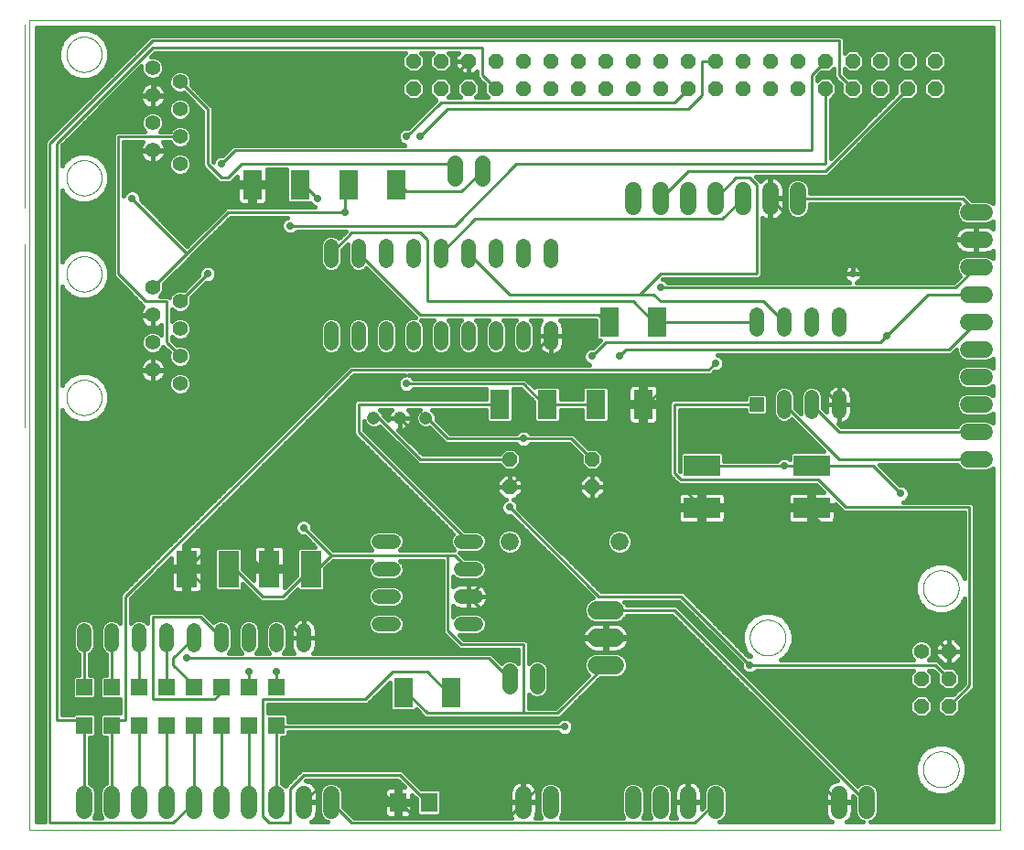
<source format=gtl>
G75*
%MOIN*%
%OFA0B0*%
%FSLAX25Y25*%
%IPPOS*%
%LPD*%
%AMOC8*
5,1,8,0,0,1.08239X$1,22.5*
%
%ADD10C,0.00000*%
%ADD11R,0.07480X0.13386*%
%ADD12R,0.13386X0.07480*%
%ADD13C,0.00039*%
%ADD14C,0.05543*%
%ADD15C,0.05200*%
%ADD16C,0.05600*%
%ADD17R,0.07087X0.10630*%
%ADD18OC8,0.05600*%
%ADD19C,0.06600*%
%ADD20R,0.06299X0.07098*%
%ADD21C,0.04756*%
%ADD22R,0.05200X0.05200*%
%ADD23C,0.06000*%
%ADD24C,0.05600*%
%ADD25R,0.05906X0.05906*%
%ADD26C,0.06600*%
%ADD27OC8,0.05200*%
%ADD28C,0.01000*%
%ADD29C,0.02800*%
%ADD30C,0.01600*%
D10*
X0012038Y0001800D02*
X0365739Y0001800D01*
X0365739Y0296761D01*
X0365739Y0296800D02*
X0012038Y0296800D01*
X0012038Y0296761D02*
X0012038Y0001800D01*
X0025638Y0159300D02*
X0025640Y0159460D01*
X0025646Y0159619D01*
X0025656Y0159778D01*
X0025670Y0159937D01*
X0025688Y0160096D01*
X0025709Y0160254D01*
X0025735Y0160411D01*
X0025765Y0160568D01*
X0025798Y0160724D01*
X0025836Y0160879D01*
X0025877Y0161033D01*
X0025922Y0161186D01*
X0025971Y0161338D01*
X0026024Y0161489D01*
X0026080Y0161638D01*
X0026141Y0161786D01*
X0026204Y0161932D01*
X0026272Y0162077D01*
X0026343Y0162220D01*
X0026417Y0162361D01*
X0026495Y0162500D01*
X0026577Y0162637D01*
X0026662Y0162772D01*
X0026750Y0162905D01*
X0026842Y0163036D01*
X0026936Y0163164D01*
X0027034Y0163290D01*
X0027135Y0163414D01*
X0027239Y0163535D01*
X0027346Y0163653D01*
X0027456Y0163769D01*
X0027569Y0163882D01*
X0027685Y0163992D01*
X0027803Y0164099D01*
X0027924Y0164203D01*
X0028048Y0164304D01*
X0028174Y0164402D01*
X0028302Y0164496D01*
X0028433Y0164588D01*
X0028566Y0164676D01*
X0028701Y0164761D01*
X0028838Y0164843D01*
X0028977Y0164921D01*
X0029118Y0164995D01*
X0029261Y0165066D01*
X0029406Y0165134D01*
X0029552Y0165197D01*
X0029700Y0165258D01*
X0029849Y0165314D01*
X0030000Y0165367D01*
X0030152Y0165416D01*
X0030305Y0165461D01*
X0030459Y0165502D01*
X0030614Y0165540D01*
X0030770Y0165573D01*
X0030927Y0165603D01*
X0031084Y0165629D01*
X0031242Y0165650D01*
X0031401Y0165668D01*
X0031560Y0165682D01*
X0031719Y0165692D01*
X0031878Y0165698D01*
X0032038Y0165700D01*
X0032198Y0165698D01*
X0032357Y0165692D01*
X0032516Y0165682D01*
X0032675Y0165668D01*
X0032834Y0165650D01*
X0032992Y0165629D01*
X0033149Y0165603D01*
X0033306Y0165573D01*
X0033462Y0165540D01*
X0033617Y0165502D01*
X0033771Y0165461D01*
X0033924Y0165416D01*
X0034076Y0165367D01*
X0034227Y0165314D01*
X0034376Y0165258D01*
X0034524Y0165197D01*
X0034670Y0165134D01*
X0034815Y0165066D01*
X0034958Y0164995D01*
X0035099Y0164921D01*
X0035238Y0164843D01*
X0035375Y0164761D01*
X0035510Y0164676D01*
X0035643Y0164588D01*
X0035774Y0164496D01*
X0035902Y0164402D01*
X0036028Y0164304D01*
X0036152Y0164203D01*
X0036273Y0164099D01*
X0036391Y0163992D01*
X0036507Y0163882D01*
X0036620Y0163769D01*
X0036730Y0163653D01*
X0036837Y0163535D01*
X0036941Y0163414D01*
X0037042Y0163290D01*
X0037140Y0163164D01*
X0037234Y0163036D01*
X0037326Y0162905D01*
X0037414Y0162772D01*
X0037499Y0162637D01*
X0037581Y0162500D01*
X0037659Y0162361D01*
X0037733Y0162220D01*
X0037804Y0162077D01*
X0037872Y0161932D01*
X0037935Y0161786D01*
X0037996Y0161638D01*
X0038052Y0161489D01*
X0038105Y0161338D01*
X0038154Y0161186D01*
X0038199Y0161033D01*
X0038240Y0160879D01*
X0038278Y0160724D01*
X0038311Y0160568D01*
X0038341Y0160411D01*
X0038367Y0160254D01*
X0038388Y0160096D01*
X0038406Y0159937D01*
X0038420Y0159778D01*
X0038430Y0159619D01*
X0038436Y0159460D01*
X0038438Y0159300D01*
X0038436Y0159140D01*
X0038430Y0158981D01*
X0038420Y0158822D01*
X0038406Y0158663D01*
X0038388Y0158504D01*
X0038367Y0158346D01*
X0038341Y0158189D01*
X0038311Y0158032D01*
X0038278Y0157876D01*
X0038240Y0157721D01*
X0038199Y0157567D01*
X0038154Y0157414D01*
X0038105Y0157262D01*
X0038052Y0157111D01*
X0037996Y0156962D01*
X0037935Y0156814D01*
X0037872Y0156668D01*
X0037804Y0156523D01*
X0037733Y0156380D01*
X0037659Y0156239D01*
X0037581Y0156100D01*
X0037499Y0155963D01*
X0037414Y0155828D01*
X0037326Y0155695D01*
X0037234Y0155564D01*
X0037140Y0155436D01*
X0037042Y0155310D01*
X0036941Y0155186D01*
X0036837Y0155065D01*
X0036730Y0154947D01*
X0036620Y0154831D01*
X0036507Y0154718D01*
X0036391Y0154608D01*
X0036273Y0154501D01*
X0036152Y0154397D01*
X0036028Y0154296D01*
X0035902Y0154198D01*
X0035774Y0154104D01*
X0035643Y0154012D01*
X0035510Y0153924D01*
X0035375Y0153839D01*
X0035238Y0153757D01*
X0035099Y0153679D01*
X0034958Y0153605D01*
X0034815Y0153534D01*
X0034670Y0153466D01*
X0034524Y0153403D01*
X0034376Y0153342D01*
X0034227Y0153286D01*
X0034076Y0153233D01*
X0033924Y0153184D01*
X0033771Y0153139D01*
X0033617Y0153098D01*
X0033462Y0153060D01*
X0033306Y0153027D01*
X0033149Y0152997D01*
X0032992Y0152971D01*
X0032834Y0152950D01*
X0032675Y0152932D01*
X0032516Y0152918D01*
X0032357Y0152908D01*
X0032198Y0152902D01*
X0032038Y0152900D01*
X0031878Y0152902D01*
X0031719Y0152908D01*
X0031560Y0152918D01*
X0031401Y0152932D01*
X0031242Y0152950D01*
X0031084Y0152971D01*
X0030927Y0152997D01*
X0030770Y0153027D01*
X0030614Y0153060D01*
X0030459Y0153098D01*
X0030305Y0153139D01*
X0030152Y0153184D01*
X0030000Y0153233D01*
X0029849Y0153286D01*
X0029700Y0153342D01*
X0029552Y0153403D01*
X0029406Y0153466D01*
X0029261Y0153534D01*
X0029118Y0153605D01*
X0028977Y0153679D01*
X0028838Y0153757D01*
X0028701Y0153839D01*
X0028566Y0153924D01*
X0028433Y0154012D01*
X0028302Y0154104D01*
X0028174Y0154198D01*
X0028048Y0154296D01*
X0027924Y0154397D01*
X0027803Y0154501D01*
X0027685Y0154608D01*
X0027569Y0154718D01*
X0027456Y0154831D01*
X0027346Y0154947D01*
X0027239Y0155065D01*
X0027135Y0155186D01*
X0027034Y0155310D01*
X0026936Y0155436D01*
X0026842Y0155564D01*
X0026750Y0155695D01*
X0026662Y0155828D01*
X0026577Y0155963D01*
X0026495Y0156100D01*
X0026417Y0156239D01*
X0026343Y0156380D01*
X0026272Y0156523D01*
X0026204Y0156668D01*
X0026141Y0156814D01*
X0026080Y0156962D01*
X0026024Y0157111D01*
X0025971Y0157262D01*
X0025922Y0157414D01*
X0025877Y0157567D01*
X0025836Y0157721D01*
X0025798Y0157876D01*
X0025765Y0158032D01*
X0025735Y0158189D01*
X0025709Y0158346D01*
X0025688Y0158504D01*
X0025670Y0158663D01*
X0025656Y0158822D01*
X0025646Y0158981D01*
X0025640Y0159140D01*
X0025638Y0159300D01*
X0025638Y0204300D02*
X0025640Y0204460D01*
X0025646Y0204619D01*
X0025656Y0204778D01*
X0025670Y0204937D01*
X0025688Y0205096D01*
X0025709Y0205254D01*
X0025735Y0205411D01*
X0025765Y0205568D01*
X0025798Y0205724D01*
X0025836Y0205879D01*
X0025877Y0206033D01*
X0025922Y0206186D01*
X0025971Y0206338D01*
X0026024Y0206489D01*
X0026080Y0206638D01*
X0026141Y0206786D01*
X0026204Y0206932D01*
X0026272Y0207077D01*
X0026343Y0207220D01*
X0026417Y0207361D01*
X0026495Y0207500D01*
X0026577Y0207637D01*
X0026662Y0207772D01*
X0026750Y0207905D01*
X0026842Y0208036D01*
X0026936Y0208164D01*
X0027034Y0208290D01*
X0027135Y0208414D01*
X0027239Y0208535D01*
X0027346Y0208653D01*
X0027456Y0208769D01*
X0027569Y0208882D01*
X0027685Y0208992D01*
X0027803Y0209099D01*
X0027924Y0209203D01*
X0028048Y0209304D01*
X0028174Y0209402D01*
X0028302Y0209496D01*
X0028433Y0209588D01*
X0028566Y0209676D01*
X0028701Y0209761D01*
X0028838Y0209843D01*
X0028977Y0209921D01*
X0029118Y0209995D01*
X0029261Y0210066D01*
X0029406Y0210134D01*
X0029552Y0210197D01*
X0029700Y0210258D01*
X0029849Y0210314D01*
X0030000Y0210367D01*
X0030152Y0210416D01*
X0030305Y0210461D01*
X0030459Y0210502D01*
X0030614Y0210540D01*
X0030770Y0210573D01*
X0030927Y0210603D01*
X0031084Y0210629D01*
X0031242Y0210650D01*
X0031401Y0210668D01*
X0031560Y0210682D01*
X0031719Y0210692D01*
X0031878Y0210698D01*
X0032038Y0210700D01*
X0032198Y0210698D01*
X0032357Y0210692D01*
X0032516Y0210682D01*
X0032675Y0210668D01*
X0032834Y0210650D01*
X0032992Y0210629D01*
X0033149Y0210603D01*
X0033306Y0210573D01*
X0033462Y0210540D01*
X0033617Y0210502D01*
X0033771Y0210461D01*
X0033924Y0210416D01*
X0034076Y0210367D01*
X0034227Y0210314D01*
X0034376Y0210258D01*
X0034524Y0210197D01*
X0034670Y0210134D01*
X0034815Y0210066D01*
X0034958Y0209995D01*
X0035099Y0209921D01*
X0035238Y0209843D01*
X0035375Y0209761D01*
X0035510Y0209676D01*
X0035643Y0209588D01*
X0035774Y0209496D01*
X0035902Y0209402D01*
X0036028Y0209304D01*
X0036152Y0209203D01*
X0036273Y0209099D01*
X0036391Y0208992D01*
X0036507Y0208882D01*
X0036620Y0208769D01*
X0036730Y0208653D01*
X0036837Y0208535D01*
X0036941Y0208414D01*
X0037042Y0208290D01*
X0037140Y0208164D01*
X0037234Y0208036D01*
X0037326Y0207905D01*
X0037414Y0207772D01*
X0037499Y0207637D01*
X0037581Y0207500D01*
X0037659Y0207361D01*
X0037733Y0207220D01*
X0037804Y0207077D01*
X0037872Y0206932D01*
X0037935Y0206786D01*
X0037996Y0206638D01*
X0038052Y0206489D01*
X0038105Y0206338D01*
X0038154Y0206186D01*
X0038199Y0206033D01*
X0038240Y0205879D01*
X0038278Y0205724D01*
X0038311Y0205568D01*
X0038341Y0205411D01*
X0038367Y0205254D01*
X0038388Y0205096D01*
X0038406Y0204937D01*
X0038420Y0204778D01*
X0038430Y0204619D01*
X0038436Y0204460D01*
X0038438Y0204300D01*
X0038436Y0204140D01*
X0038430Y0203981D01*
X0038420Y0203822D01*
X0038406Y0203663D01*
X0038388Y0203504D01*
X0038367Y0203346D01*
X0038341Y0203189D01*
X0038311Y0203032D01*
X0038278Y0202876D01*
X0038240Y0202721D01*
X0038199Y0202567D01*
X0038154Y0202414D01*
X0038105Y0202262D01*
X0038052Y0202111D01*
X0037996Y0201962D01*
X0037935Y0201814D01*
X0037872Y0201668D01*
X0037804Y0201523D01*
X0037733Y0201380D01*
X0037659Y0201239D01*
X0037581Y0201100D01*
X0037499Y0200963D01*
X0037414Y0200828D01*
X0037326Y0200695D01*
X0037234Y0200564D01*
X0037140Y0200436D01*
X0037042Y0200310D01*
X0036941Y0200186D01*
X0036837Y0200065D01*
X0036730Y0199947D01*
X0036620Y0199831D01*
X0036507Y0199718D01*
X0036391Y0199608D01*
X0036273Y0199501D01*
X0036152Y0199397D01*
X0036028Y0199296D01*
X0035902Y0199198D01*
X0035774Y0199104D01*
X0035643Y0199012D01*
X0035510Y0198924D01*
X0035375Y0198839D01*
X0035238Y0198757D01*
X0035099Y0198679D01*
X0034958Y0198605D01*
X0034815Y0198534D01*
X0034670Y0198466D01*
X0034524Y0198403D01*
X0034376Y0198342D01*
X0034227Y0198286D01*
X0034076Y0198233D01*
X0033924Y0198184D01*
X0033771Y0198139D01*
X0033617Y0198098D01*
X0033462Y0198060D01*
X0033306Y0198027D01*
X0033149Y0197997D01*
X0032992Y0197971D01*
X0032834Y0197950D01*
X0032675Y0197932D01*
X0032516Y0197918D01*
X0032357Y0197908D01*
X0032198Y0197902D01*
X0032038Y0197900D01*
X0031878Y0197902D01*
X0031719Y0197908D01*
X0031560Y0197918D01*
X0031401Y0197932D01*
X0031242Y0197950D01*
X0031084Y0197971D01*
X0030927Y0197997D01*
X0030770Y0198027D01*
X0030614Y0198060D01*
X0030459Y0198098D01*
X0030305Y0198139D01*
X0030152Y0198184D01*
X0030000Y0198233D01*
X0029849Y0198286D01*
X0029700Y0198342D01*
X0029552Y0198403D01*
X0029406Y0198466D01*
X0029261Y0198534D01*
X0029118Y0198605D01*
X0028977Y0198679D01*
X0028838Y0198757D01*
X0028701Y0198839D01*
X0028566Y0198924D01*
X0028433Y0199012D01*
X0028302Y0199104D01*
X0028174Y0199198D01*
X0028048Y0199296D01*
X0027924Y0199397D01*
X0027803Y0199501D01*
X0027685Y0199608D01*
X0027569Y0199718D01*
X0027456Y0199831D01*
X0027346Y0199947D01*
X0027239Y0200065D01*
X0027135Y0200186D01*
X0027034Y0200310D01*
X0026936Y0200436D01*
X0026842Y0200564D01*
X0026750Y0200695D01*
X0026662Y0200828D01*
X0026577Y0200963D01*
X0026495Y0201100D01*
X0026417Y0201239D01*
X0026343Y0201380D01*
X0026272Y0201523D01*
X0026204Y0201668D01*
X0026141Y0201814D01*
X0026080Y0201962D01*
X0026024Y0202111D01*
X0025971Y0202262D01*
X0025922Y0202414D01*
X0025877Y0202567D01*
X0025836Y0202721D01*
X0025798Y0202876D01*
X0025765Y0203032D01*
X0025735Y0203189D01*
X0025709Y0203346D01*
X0025688Y0203504D01*
X0025670Y0203663D01*
X0025656Y0203822D01*
X0025646Y0203981D01*
X0025640Y0204140D01*
X0025638Y0204300D01*
X0025638Y0239300D02*
X0025640Y0239460D01*
X0025646Y0239619D01*
X0025656Y0239778D01*
X0025670Y0239937D01*
X0025688Y0240096D01*
X0025709Y0240254D01*
X0025735Y0240411D01*
X0025765Y0240568D01*
X0025798Y0240724D01*
X0025836Y0240879D01*
X0025877Y0241033D01*
X0025922Y0241186D01*
X0025971Y0241338D01*
X0026024Y0241489D01*
X0026080Y0241638D01*
X0026141Y0241786D01*
X0026204Y0241932D01*
X0026272Y0242077D01*
X0026343Y0242220D01*
X0026417Y0242361D01*
X0026495Y0242500D01*
X0026577Y0242637D01*
X0026662Y0242772D01*
X0026750Y0242905D01*
X0026842Y0243036D01*
X0026936Y0243164D01*
X0027034Y0243290D01*
X0027135Y0243414D01*
X0027239Y0243535D01*
X0027346Y0243653D01*
X0027456Y0243769D01*
X0027569Y0243882D01*
X0027685Y0243992D01*
X0027803Y0244099D01*
X0027924Y0244203D01*
X0028048Y0244304D01*
X0028174Y0244402D01*
X0028302Y0244496D01*
X0028433Y0244588D01*
X0028566Y0244676D01*
X0028701Y0244761D01*
X0028838Y0244843D01*
X0028977Y0244921D01*
X0029118Y0244995D01*
X0029261Y0245066D01*
X0029406Y0245134D01*
X0029552Y0245197D01*
X0029700Y0245258D01*
X0029849Y0245314D01*
X0030000Y0245367D01*
X0030152Y0245416D01*
X0030305Y0245461D01*
X0030459Y0245502D01*
X0030614Y0245540D01*
X0030770Y0245573D01*
X0030927Y0245603D01*
X0031084Y0245629D01*
X0031242Y0245650D01*
X0031401Y0245668D01*
X0031560Y0245682D01*
X0031719Y0245692D01*
X0031878Y0245698D01*
X0032038Y0245700D01*
X0032198Y0245698D01*
X0032357Y0245692D01*
X0032516Y0245682D01*
X0032675Y0245668D01*
X0032834Y0245650D01*
X0032992Y0245629D01*
X0033149Y0245603D01*
X0033306Y0245573D01*
X0033462Y0245540D01*
X0033617Y0245502D01*
X0033771Y0245461D01*
X0033924Y0245416D01*
X0034076Y0245367D01*
X0034227Y0245314D01*
X0034376Y0245258D01*
X0034524Y0245197D01*
X0034670Y0245134D01*
X0034815Y0245066D01*
X0034958Y0244995D01*
X0035099Y0244921D01*
X0035238Y0244843D01*
X0035375Y0244761D01*
X0035510Y0244676D01*
X0035643Y0244588D01*
X0035774Y0244496D01*
X0035902Y0244402D01*
X0036028Y0244304D01*
X0036152Y0244203D01*
X0036273Y0244099D01*
X0036391Y0243992D01*
X0036507Y0243882D01*
X0036620Y0243769D01*
X0036730Y0243653D01*
X0036837Y0243535D01*
X0036941Y0243414D01*
X0037042Y0243290D01*
X0037140Y0243164D01*
X0037234Y0243036D01*
X0037326Y0242905D01*
X0037414Y0242772D01*
X0037499Y0242637D01*
X0037581Y0242500D01*
X0037659Y0242361D01*
X0037733Y0242220D01*
X0037804Y0242077D01*
X0037872Y0241932D01*
X0037935Y0241786D01*
X0037996Y0241638D01*
X0038052Y0241489D01*
X0038105Y0241338D01*
X0038154Y0241186D01*
X0038199Y0241033D01*
X0038240Y0240879D01*
X0038278Y0240724D01*
X0038311Y0240568D01*
X0038341Y0240411D01*
X0038367Y0240254D01*
X0038388Y0240096D01*
X0038406Y0239937D01*
X0038420Y0239778D01*
X0038430Y0239619D01*
X0038436Y0239460D01*
X0038438Y0239300D01*
X0038436Y0239140D01*
X0038430Y0238981D01*
X0038420Y0238822D01*
X0038406Y0238663D01*
X0038388Y0238504D01*
X0038367Y0238346D01*
X0038341Y0238189D01*
X0038311Y0238032D01*
X0038278Y0237876D01*
X0038240Y0237721D01*
X0038199Y0237567D01*
X0038154Y0237414D01*
X0038105Y0237262D01*
X0038052Y0237111D01*
X0037996Y0236962D01*
X0037935Y0236814D01*
X0037872Y0236668D01*
X0037804Y0236523D01*
X0037733Y0236380D01*
X0037659Y0236239D01*
X0037581Y0236100D01*
X0037499Y0235963D01*
X0037414Y0235828D01*
X0037326Y0235695D01*
X0037234Y0235564D01*
X0037140Y0235436D01*
X0037042Y0235310D01*
X0036941Y0235186D01*
X0036837Y0235065D01*
X0036730Y0234947D01*
X0036620Y0234831D01*
X0036507Y0234718D01*
X0036391Y0234608D01*
X0036273Y0234501D01*
X0036152Y0234397D01*
X0036028Y0234296D01*
X0035902Y0234198D01*
X0035774Y0234104D01*
X0035643Y0234012D01*
X0035510Y0233924D01*
X0035375Y0233839D01*
X0035238Y0233757D01*
X0035099Y0233679D01*
X0034958Y0233605D01*
X0034815Y0233534D01*
X0034670Y0233466D01*
X0034524Y0233403D01*
X0034376Y0233342D01*
X0034227Y0233286D01*
X0034076Y0233233D01*
X0033924Y0233184D01*
X0033771Y0233139D01*
X0033617Y0233098D01*
X0033462Y0233060D01*
X0033306Y0233027D01*
X0033149Y0232997D01*
X0032992Y0232971D01*
X0032834Y0232950D01*
X0032675Y0232932D01*
X0032516Y0232918D01*
X0032357Y0232908D01*
X0032198Y0232902D01*
X0032038Y0232900D01*
X0031878Y0232902D01*
X0031719Y0232908D01*
X0031560Y0232918D01*
X0031401Y0232932D01*
X0031242Y0232950D01*
X0031084Y0232971D01*
X0030927Y0232997D01*
X0030770Y0233027D01*
X0030614Y0233060D01*
X0030459Y0233098D01*
X0030305Y0233139D01*
X0030152Y0233184D01*
X0030000Y0233233D01*
X0029849Y0233286D01*
X0029700Y0233342D01*
X0029552Y0233403D01*
X0029406Y0233466D01*
X0029261Y0233534D01*
X0029118Y0233605D01*
X0028977Y0233679D01*
X0028838Y0233757D01*
X0028701Y0233839D01*
X0028566Y0233924D01*
X0028433Y0234012D01*
X0028302Y0234104D01*
X0028174Y0234198D01*
X0028048Y0234296D01*
X0027924Y0234397D01*
X0027803Y0234501D01*
X0027685Y0234608D01*
X0027569Y0234718D01*
X0027456Y0234831D01*
X0027346Y0234947D01*
X0027239Y0235065D01*
X0027135Y0235186D01*
X0027034Y0235310D01*
X0026936Y0235436D01*
X0026842Y0235564D01*
X0026750Y0235695D01*
X0026662Y0235828D01*
X0026577Y0235963D01*
X0026495Y0236100D01*
X0026417Y0236239D01*
X0026343Y0236380D01*
X0026272Y0236523D01*
X0026204Y0236668D01*
X0026141Y0236814D01*
X0026080Y0236962D01*
X0026024Y0237111D01*
X0025971Y0237262D01*
X0025922Y0237414D01*
X0025877Y0237567D01*
X0025836Y0237721D01*
X0025798Y0237876D01*
X0025765Y0238032D01*
X0025735Y0238189D01*
X0025709Y0238346D01*
X0025688Y0238504D01*
X0025670Y0238663D01*
X0025656Y0238822D01*
X0025646Y0238981D01*
X0025640Y0239140D01*
X0025638Y0239300D01*
X0025638Y0284300D02*
X0025640Y0284460D01*
X0025646Y0284619D01*
X0025656Y0284778D01*
X0025670Y0284937D01*
X0025688Y0285096D01*
X0025709Y0285254D01*
X0025735Y0285411D01*
X0025765Y0285568D01*
X0025798Y0285724D01*
X0025836Y0285879D01*
X0025877Y0286033D01*
X0025922Y0286186D01*
X0025971Y0286338D01*
X0026024Y0286489D01*
X0026080Y0286638D01*
X0026141Y0286786D01*
X0026204Y0286932D01*
X0026272Y0287077D01*
X0026343Y0287220D01*
X0026417Y0287361D01*
X0026495Y0287500D01*
X0026577Y0287637D01*
X0026662Y0287772D01*
X0026750Y0287905D01*
X0026842Y0288036D01*
X0026936Y0288164D01*
X0027034Y0288290D01*
X0027135Y0288414D01*
X0027239Y0288535D01*
X0027346Y0288653D01*
X0027456Y0288769D01*
X0027569Y0288882D01*
X0027685Y0288992D01*
X0027803Y0289099D01*
X0027924Y0289203D01*
X0028048Y0289304D01*
X0028174Y0289402D01*
X0028302Y0289496D01*
X0028433Y0289588D01*
X0028566Y0289676D01*
X0028701Y0289761D01*
X0028838Y0289843D01*
X0028977Y0289921D01*
X0029118Y0289995D01*
X0029261Y0290066D01*
X0029406Y0290134D01*
X0029552Y0290197D01*
X0029700Y0290258D01*
X0029849Y0290314D01*
X0030000Y0290367D01*
X0030152Y0290416D01*
X0030305Y0290461D01*
X0030459Y0290502D01*
X0030614Y0290540D01*
X0030770Y0290573D01*
X0030927Y0290603D01*
X0031084Y0290629D01*
X0031242Y0290650D01*
X0031401Y0290668D01*
X0031560Y0290682D01*
X0031719Y0290692D01*
X0031878Y0290698D01*
X0032038Y0290700D01*
X0032198Y0290698D01*
X0032357Y0290692D01*
X0032516Y0290682D01*
X0032675Y0290668D01*
X0032834Y0290650D01*
X0032992Y0290629D01*
X0033149Y0290603D01*
X0033306Y0290573D01*
X0033462Y0290540D01*
X0033617Y0290502D01*
X0033771Y0290461D01*
X0033924Y0290416D01*
X0034076Y0290367D01*
X0034227Y0290314D01*
X0034376Y0290258D01*
X0034524Y0290197D01*
X0034670Y0290134D01*
X0034815Y0290066D01*
X0034958Y0289995D01*
X0035099Y0289921D01*
X0035238Y0289843D01*
X0035375Y0289761D01*
X0035510Y0289676D01*
X0035643Y0289588D01*
X0035774Y0289496D01*
X0035902Y0289402D01*
X0036028Y0289304D01*
X0036152Y0289203D01*
X0036273Y0289099D01*
X0036391Y0288992D01*
X0036507Y0288882D01*
X0036620Y0288769D01*
X0036730Y0288653D01*
X0036837Y0288535D01*
X0036941Y0288414D01*
X0037042Y0288290D01*
X0037140Y0288164D01*
X0037234Y0288036D01*
X0037326Y0287905D01*
X0037414Y0287772D01*
X0037499Y0287637D01*
X0037581Y0287500D01*
X0037659Y0287361D01*
X0037733Y0287220D01*
X0037804Y0287077D01*
X0037872Y0286932D01*
X0037935Y0286786D01*
X0037996Y0286638D01*
X0038052Y0286489D01*
X0038105Y0286338D01*
X0038154Y0286186D01*
X0038199Y0286033D01*
X0038240Y0285879D01*
X0038278Y0285724D01*
X0038311Y0285568D01*
X0038341Y0285411D01*
X0038367Y0285254D01*
X0038388Y0285096D01*
X0038406Y0284937D01*
X0038420Y0284778D01*
X0038430Y0284619D01*
X0038436Y0284460D01*
X0038438Y0284300D01*
X0038436Y0284140D01*
X0038430Y0283981D01*
X0038420Y0283822D01*
X0038406Y0283663D01*
X0038388Y0283504D01*
X0038367Y0283346D01*
X0038341Y0283189D01*
X0038311Y0283032D01*
X0038278Y0282876D01*
X0038240Y0282721D01*
X0038199Y0282567D01*
X0038154Y0282414D01*
X0038105Y0282262D01*
X0038052Y0282111D01*
X0037996Y0281962D01*
X0037935Y0281814D01*
X0037872Y0281668D01*
X0037804Y0281523D01*
X0037733Y0281380D01*
X0037659Y0281239D01*
X0037581Y0281100D01*
X0037499Y0280963D01*
X0037414Y0280828D01*
X0037326Y0280695D01*
X0037234Y0280564D01*
X0037140Y0280436D01*
X0037042Y0280310D01*
X0036941Y0280186D01*
X0036837Y0280065D01*
X0036730Y0279947D01*
X0036620Y0279831D01*
X0036507Y0279718D01*
X0036391Y0279608D01*
X0036273Y0279501D01*
X0036152Y0279397D01*
X0036028Y0279296D01*
X0035902Y0279198D01*
X0035774Y0279104D01*
X0035643Y0279012D01*
X0035510Y0278924D01*
X0035375Y0278839D01*
X0035238Y0278757D01*
X0035099Y0278679D01*
X0034958Y0278605D01*
X0034815Y0278534D01*
X0034670Y0278466D01*
X0034524Y0278403D01*
X0034376Y0278342D01*
X0034227Y0278286D01*
X0034076Y0278233D01*
X0033924Y0278184D01*
X0033771Y0278139D01*
X0033617Y0278098D01*
X0033462Y0278060D01*
X0033306Y0278027D01*
X0033149Y0277997D01*
X0032992Y0277971D01*
X0032834Y0277950D01*
X0032675Y0277932D01*
X0032516Y0277918D01*
X0032357Y0277908D01*
X0032198Y0277902D01*
X0032038Y0277900D01*
X0031878Y0277902D01*
X0031719Y0277908D01*
X0031560Y0277918D01*
X0031401Y0277932D01*
X0031242Y0277950D01*
X0031084Y0277971D01*
X0030927Y0277997D01*
X0030770Y0278027D01*
X0030614Y0278060D01*
X0030459Y0278098D01*
X0030305Y0278139D01*
X0030152Y0278184D01*
X0030000Y0278233D01*
X0029849Y0278286D01*
X0029700Y0278342D01*
X0029552Y0278403D01*
X0029406Y0278466D01*
X0029261Y0278534D01*
X0029118Y0278605D01*
X0028977Y0278679D01*
X0028838Y0278757D01*
X0028701Y0278839D01*
X0028566Y0278924D01*
X0028433Y0279012D01*
X0028302Y0279104D01*
X0028174Y0279198D01*
X0028048Y0279296D01*
X0027924Y0279397D01*
X0027803Y0279501D01*
X0027685Y0279608D01*
X0027569Y0279718D01*
X0027456Y0279831D01*
X0027346Y0279947D01*
X0027239Y0280065D01*
X0027135Y0280186D01*
X0027034Y0280310D01*
X0026936Y0280436D01*
X0026842Y0280564D01*
X0026750Y0280695D01*
X0026662Y0280828D01*
X0026577Y0280963D01*
X0026495Y0281100D01*
X0026417Y0281239D01*
X0026343Y0281380D01*
X0026272Y0281523D01*
X0026204Y0281668D01*
X0026141Y0281814D01*
X0026080Y0281962D01*
X0026024Y0282111D01*
X0025971Y0282262D01*
X0025922Y0282414D01*
X0025877Y0282567D01*
X0025836Y0282721D01*
X0025798Y0282876D01*
X0025765Y0283032D01*
X0025735Y0283189D01*
X0025709Y0283346D01*
X0025688Y0283504D01*
X0025670Y0283663D01*
X0025656Y0283822D01*
X0025646Y0283981D01*
X0025640Y0284140D01*
X0025638Y0284300D01*
X0274538Y0071800D02*
X0274540Y0071961D01*
X0274546Y0072121D01*
X0274556Y0072282D01*
X0274570Y0072442D01*
X0274588Y0072602D01*
X0274609Y0072761D01*
X0274635Y0072920D01*
X0274665Y0073078D01*
X0274698Y0073235D01*
X0274736Y0073392D01*
X0274777Y0073547D01*
X0274822Y0073701D01*
X0274871Y0073854D01*
X0274924Y0074006D01*
X0274980Y0074157D01*
X0275041Y0074306D01*
X0275104Y0074454D01*
X0275172Y0074600D01*
X0275243Y0074744D01*
X0275317Y0074886D01*
X0275395Y0075027D01*
X0275477Y0075165D01*
X0275562Y0075302D01*
X0275650Y0075436D01*
X0275742Y0075568D01*
X0275837Y0075698D01*
X0275935Y0075826D01*
X0276036Y0075951D01*
X0276140Y0076073D01*
X0276247Y0076193D01*
X0276357Y0076310D01*
X0276470Y0076425D01*
X0276586Y0076536D01*
X0276705Y0076645D01*
X0276826Y0076750D01*
X0276950Y0076853D01*
X0277076Y0076953D01*
X0277204Y0077049D01*
X0277335Y0077142D01*
X0277469Y0077232D01*
X0277604Y0077319D01*
X0277742Y0077402D01*
X0277881Y0077482D01*
X0278023Y0077558D01*
X0278166Y0077631D01*
X0278311Y0077700D01*
X0278458Y0077766D01*
X0278606Y0077828D01*
X0278756Y0077886D01*
X0278907Y0077941D01*
X0279060Y0077992D01*
X0279214Y0078039D01*
X0279369Y0078082D01*
X0279525Y0078121D01*
X0279681Y0078157D01*
X0279839Y0078188D01*
X0279997Y0078216D01*
X0280156Y0078240D01*
X0280316Y0078260D01*
X0280476Y0078276D01*
X0280636Y0078288D01*
X0280797Y0078296D01*
X0280958Y0078300D01*
X0281118Y0078300D01*
X0281279Y0078296D01*
X0281440Y0078288D01*
X0281600Y0078276D01*
X0281760Y0078260D01*
X0281920Y0078240D01*
X0282079Y0078216D01*
X0282237Y0078188D01*
X0282395Y0078157D01*
X0282551Y0078121D01*
X0282707Y0078082D01*
X0282862Y0078039D01*
X0283016Y0077992D01*
X0283169Y0077941D01*
X0283320Y0077886D01*
X0283470Y0077828D01*
X0283618Y0077766D01*
X0283765Y0077700D01*
X0283910Y0077631D01*
X0284053Y0077558D01*
X0284195Y0077482D01*
X0284334Y0077402D01*
X0284472Y0077319D01*
X0284607Y0077232D01*
X0284741Y0077142D01*
X0284872Y0077049D01*
X0285000Y0076953D01*
X0285126Y0076853D01*
X0285250Y0076750D01*
X0285371Y0076645D01*
X0285490Y0076536D01*
X0285606Y0076425D01*
X0285719Y0076310D01*
X0285829Y0076193D01*
X0285936Y0076073D01*
X0286040Y0075951D01*
X0286141Y0075826D01*
X0286239Y0075698D01*
X0286334Y0075568D01*
X0286426Y0075436D01*
X0286514Y0075302D01*
X0286599Y0075165D01*
X0286681Y0075027D01*
X0286759Y0074886D01*
X0286833Y0074744D01*
X0286904Y0074600D01*
X0286972Y0074454D01*
X0287035Y0074306D01*
X0287096Y0074157D01*
X0287152Y0074006D01*
X0287205Y0073854D01*
X0287254Y0073701D01*
X0287299Y0073547D01*
X0287340Y0073392D01*
X0287378Y0073235D01*
X0287411Y0073078D01*
X0287441Y0072920D01*
X0287467Y0072761D01*
X0287488Y0072602D01*
X0287506Y0072442D01*
X0287520Y0072282D01*
X0287530Y0072121D01*
X0287536Y0071961D01*
X0287538Y0071800D01*
X0287536Y0071639D01*
X0287530Y0071479D01*
X0287520Y0071318D01*
X0287506Y0071158D01*
X0287488Y0070998D01*
X0287467Y0070839D01*
X0287441Y0070680D01*
X0287411Y0070522D01*
X0287378Y0070365D01*
X0287340Y0070208D01*
X0287299Y0070053D01*
X0287254Y0069899D01*
X0287205Y0069746D01*
X0287152Y0069594D01*
X0287096Y0069443D01*
X0287035Y0069294D01*
X0286972Y0069146D01*
X0286904Y0069000D01*
X0286833Y0068856D01*
X0286759Y0068714D01*
X0286681Y0068573D01*
X0286599Y0068435D01*
X0286514Y0068298D01*
X0286426Y0068164D01*
X0286334Y0068032D01*
X0286239Y0067902D01*
X0286141Y0067774D01*
X0286040Y0067649D01*
X0285936Y0067527D01*
X0285829Y0067407D01*
X0285719Y0067290D01*
X0285606Y0067175D01*
X0285490Y0067064D01*
X0285371Y0066955D01*
X0285250Y0066850D01*
X0285126Y0066747D01*
X0285000Y0066647D01*
X0284872Y0066551D01*
X0284741Y0066458D01*
X0284607Y0066368D01*
X0284472Y0066281D01*
X0284334Y0066198D01*
X0284195Y0066118D01*
X0284053Y0066042D01*
X0283910Y0065969D01*
X0283765Y0065900D01*
X0283618Y0065834D01*
X0283470Y0065772D01*
X0283320Y0065714D01*
X0283169Y0065659D01*
X0283016Y0065608D01*
X0282862Y0065561D01*
X0282707Y0065518D01*
X0282551Y0065479D01*
X0282395Y0065443D01*
X0282237Y0065412D01*
X0282079Y0065384D01*
X0281920Y0065360D01*
X0281760Y0065340D01*
X0281600Y0065324D01*
X0281440Y0065312D01*
X0281279Y0065304D01*
X0281118Y0065300D01*
X0280958Y0065300D01*
X0280797Y0065304D01*
X0280636Y0065312D01*
X0280476Y0065324D01*
X0280316Y0065340D01*
X0280156Y0065360D01*
X0279997Y0065384D01*
X0279839Y0065412D01*
X0279681Y0065443D01*
X0279525Y0065479D01*
X0279369Y0065518D01*
X0279214Y0065561D01*
X0279060Y0065608D01*
X0278907Y0065659D01*
X0278756Y0065714D01*
X0278606Y0065772D01*
X0278458Y0065834D01*
X0278311Y0065900D01*
X0278166Y0065969D01*
X0278023Y0066042D01*
X0277881Y0066118D01*
X0277742Y0066198D01*
X0277604Y0066281D01*
X0277469Y0066368D01*
X0277335Y0066458D01*
X0277204Y0066551D01*
X0277076Y0066647D01*
X0276950Y0066747D01*
X0276826Y0066850D01*
X0276705Y0066955D01*
X0276586Y0067064D01*
X0276470Y0067175D01*
X0276357Y0067290D01*
X0276247Y0067407D01*
X0276140Y0067527D01*
X0276036Y0067649D01*
X0275935Y0067774D01*
X0275837Y0067902D01*
X0275742Y0068032D01*
X0275650Y0068164D01*
X0275562Y0068298D01*
X0275477Y0068435D01*
X0275395Y0068573D01*
X0275317Y0068714D01*
X0275243Y0068856D01*
X0275172Y0069000D01*
X0275104Y0069146D01*
X0275041Y0069294D01*
X0274980Y0069443D01*
X0274924Y0069594D01*
X0274871Y0069746D01*
X0274822Y0069899D01*
X0274777Y0070053D01*
X0274736Y0070208D01*
X0274698Y0070365D01*
X0274665Y0070522D01*
X0274635Y0070680D01*
X0274609Y0070839D01*
X0274588Y0070998D01*
X0274570Y0071158D01*
X0274556Y0071318D01*
X0274546Y0071479D01*
X0274540Y0071639D01*
X0274538Y0071800D01*
X0337638Y0089800D02*
X0337640Y0089961D01*
X0337646Y0090121D01*
X0337656Y0090282D01*
X0337670Y0090442D01*
X0337688Y0090602D01*
X0337709Y0090761D01*
X0337735Y0090920D01*
X0337765Y0091078D01*
X0337798Y0091235D01*
X0337836Y0091392D01*
X0337877Y0091547D01*
X0337922Y0091701D01*
X0337971Y0091854D01*
X0338024Y0092006D01*
X0338080Y0092157D01*
X0338141Y0092306D01*
X0338204Y0092454D01*
X0338272Y0092600D01*
X0338343Y0092744D01*
X0338417Y0092886D01*
X0338495Y0093027D01*
X0338577Y0093165D01*
X0338662Y0093302D01*
X0338750Y0093436D01*
X0338842Y0093568D01*
X0338937Y0093698D01*
X0339035Y0093826D01*
X0339136Y0093951D01*
X0339240Y0094073D01*
X0339347Y0094193D01*
X0339457Y0094310D01*
X0339570Y0094425D01*
X0339686Y0094536D01*
X0339805Y0094645D01*
X0339926Y0094750D01*
X0340050Y0094853D01*
X0340176Y0094953D01*
X0340304Y0095049D01*
X0340435Y0095142D01*
X0340569Y0095232D01*
X0340704Y0095319D01*
X0340842Y0095402D01*
X0340981Y0095482D01*
X0341123Y0095558D01*
X0341266Y0095631D01*
X0341411Y0095700D01*
X0341558Y0095766D01*
X0341706Y0095828D01*
X0341856Y0095886D01*
X0342007Y0095941D01*
X0342160Y0095992D01*
X0342314Y0096039D01*
X0342469Y0096082D01*
X0342625Y0096121D01*
X0342781Y0096157D01*
X0342939Y0096188D01*
X0343097Y0096216D01*
X0343256Y0096240D01*
X0343416Y0096260D01*
X0343576Y0096276D01*
X0343736Y0096288D01*
X0343897Y0096296D01*
X0344058Y0096300D01*
X0344218Y0096300D01*
X0344379Y0096296D01*
X0344540Y0096288D01*
X0344700Y0096276D01*
X0344860Y0096260D01*
X0345020Y0096240D01*
X0345179Y0096216D01*
X0345337Y0096188D01*
X0345495Y0096157D01*
X0345651Y0096121D01*
X0345807Y0096082D01*
X0345962Y0096039D01*
X0346116Y0095992D01*
X0346269Y0095941D01*
X0346420Y0095886D01*
X0346570Y0095828D01*
X0346718Y0095766D01*
X0346865Y0095700D01*
X0347010Y0095631D01*
X0347153Y0095558D01*
X0347295Y0095482D01*
X0347434Y0095402D01*
X0347572Y0095319D01*
X0347707Y0095232D01*
X0347841Y0095142D01*
X0347972Y0095049D01*
X0348100Y0094953D01*
X0348226Y0094853D01*
X0348350Y0094750D01*
X0348471Y0094645D01*
X0348590Y0094536D01*
X0348706Y0094425D01*
X0348819Y0094310D01*
X0348929Y0094193D01*
X0349036Y0094073D01*
X0349140Y0093951D01*
X0349241Y0093826D01*
X0349339Y0093698D01*
X0349434Y0093568D01*
X0349526Y0093436D01*
X0349614Y0093302D01*
X0349699Y0093165D01*
X0349781Y0093027D01*
X0349859Y0092886D01*
X0349933Y0092744D01*
X0350004Y0092600D01*
X0350072Y0092454D01*
X0350135Y0092306D01*
X0350196Y0092157D01*
X0350252Y0092006D01*
X0350305Y0091854D01*
X0350354Y0091701D01*
X0350399Y0091547D01*
X0350440Y0091392D01*
X0350478Y0091235D01*
X0350511Y0091078D01*
X0350541Y0090920D01*
X0350567Y0090761D01*
X0350588Y0090602D01*
X0350606Y0090442D01*
X0350620Y0090282D01*
X0350630Y0090121D01*
X0350636Y0089961D01*
X0350638Y0089800D01*
X0350636Y0089639D01*
X0350630Y0089479D01*
X0350620Y0089318D01*
X0350606Y0089158D01*
X0350588Y0088998D01*
X0350567Y0088839D01*
X0350541Y0088680D01*
X0350511Y0088522D01*
X0350478Y0088365D01*
X0350440Y0088208D01*
X0350399Y0088053D01*
X0350354Y0087899D01*
X0350305Y0087746D01*
X0350252Y0087594D01*
X0350196Y0087443D01*
X0350135Y0087294D01*
X0350072Y0087146D01*
X0350004Y0087000D01*
X0349933Y0086856D01*
X0349859Y0086714D01*
X0349781Y0086573D01*
X0349699Y0086435D01*
X0349614Y0086298D01*
X0349526Y0086164D01*
X0349434Y0086032D01*
X0349339Y0085902D01*
X0349241Y0085774D01*
X0349140Y0085649D01*
X0349036Y0085527D01*
X0348929Y0085407D01*
X0348819Y0085290D01*
X0348706Y0085175D01*
X0348590Y0085064D01*
X0348471Y0084955D01*
X0348350Y0084850D01*
X0348226Y0084747D01*
X0348100Y0084647D01*
X0347972Y0084551D01*
X0347841Y0084458D01*
X0347707Y0084368D01*
X0347572Y0084281D01*
X0347434Y0084198D01*
X0347295Y0084118D01*
X0347153Y0084042D01*
X0347010Y0083969D01*
X0346865Y0083900D01*
X0346718Y0083834D01*
X0346570Y0083772D01*
X0346420Y0083714D01*
X0346269Y0083659D01*
X0346116Y0083608D01*
X0345962Y0083561D01*
X0345807Y0083518D01*
X0345651Y0083479D01*
X0345495Y0083443D01*
X0345337Y0083412D01*
X0345179Y0083384D01*
X0345020Y0083360D01*
X0344860Y0083340D01*
X0344700Y0083324D01*
X0344540Y0083312D01*
X0344379Y0083304D01*
X0344218Y0083300D01*
X0344058Y0083300D01*
X0343897Y0083304D01*
X0343736Y0083312D01*
X0343576Y0083324D01*
X0343416Y0083340D01*
X0343256Y0083360D01*
X0343097Y0083384D01*
X0342939Y0083412D01*
X0342781Y0083443D01*
X0342625Y0083479D01*
X0342469Y0083518D01*
X0342314Y0083561D01*
X0342160Y0083608D01*
X0342007Y0083659D01*
X0341856Y0083714D01*
X0341706Y0083772D01*
X0341558Y0083834D01*
X0341411Y0083900D01*
X0341266Y0083969D01*
X0341123Y0084042D01*
X0340981Y0084118D01*
X0340842Y0084198D01*
X0340704Y0084281D01*
X0340569Y0084368D01*
X0340435Y0084458D01*
X0340304Y0084551D01*
X0340176Y0084647D01*
X0340050Y0084747D01*
X0339926Y0084850D01*
X0339805Y0084955D01*
X0339686Y0085064D01*
X0339570Y0085175D01*
X0339457Y0085290D01*
X0339347Y0085407D01*
X0339240Y0085527D01*
X0339136Y0085649D01*
X0339035Y0085774D01*
X0338937Y0085902D01*
X0338842Y0086032D01*
X0338750Y0086164D01*
X0338662Y0086298D01*
X0338577Y0086435D01*
X0338495Y0086573D01*
X0338417Y0086714D01*
X0338343Y0086856D01*
X0338272Y0087000D01*
X0338204Y0087146D01*
X0338141Y0087294D01*
X0338080Y0087443D01*
X0338024Y0087594D01*
X0337971Y0087746D01*
X0337922Y0087899D01*
X0337877Y0088053D01*
X0337836Y0088208D01*
X0337798Y0088365D01*
X0337765Y0088522D01*
X0337735Y0088680D01*
X0337709Y0088839D01*
X0337688Y0088998D01*
X0337670Y0089158D01*
X0337656Y0089318D01*
X0337646Y0089479D01*
X0337640Y0089639D01*
X0337638Y0089800D01*
X0337638Y0023800D02*
X0337640Y0023961D01*
X0337646Y0024121D01*
X0337656Y0024282D01*
X0337670Y0024442D01*
X0337688Y0024602D01*
X0337709Y0024761D01*
X0337735Y0024920D01*
X0337765Y0025078D01*
X0337798Y0025235D01*
X0337836Y0025392D01*
X0337877Y0025547D01*
X0337922Y0025701D01*
X0337971Y0025854D01*
X0338024Y0026006D01*
X0338080Y0026157D01*
X0338141Y0026306D01*
X0338204Y0026454D01*
X0338272Y0026600D01*
X0338343Y0026744D01*
X0338417Y0026886D01*
X0338495Y0027027D01*
X0338577Y0027165D01*
X0338662Y0027302D01*
X0338750Y0027436D01*
X0338842Y0027568D01*
X0338937Y0027698D01*
X0339035Y0027826D01*
X0339136Y0027951D01*
X0339240Y0028073D01*
X0339347Y0028193D01*
X0339457Y0028310D01*
X0339570Y0028425D01*
X0339686Y0028536D01*
X0339805Y0028645D01*
X0339926Y0028750D01*
X0340050Y0028853D01*
X0340176Y0028953D01*
X0340304Y0029049D01*
X0340435Y0029142D01*
X0340569Y0029232D01*
X0340704Y0029319D01*
X0340842Y0029402D01*
X0340981Y0029482D01*
X0341123Y0029558D01*
X0341266Y0029631D01*
X0341411Y0029700D01*
X0341558Y0029766D01*
X0341706Y0029828D01*
X0341856Y0029886D01*
X0342007Y0029941D01*
X0342160Y0029992D01*
X0342314Y0030039D01*
X0342469Y0030082D01*
X0342625Y0030121D01*
X0342781Y0030157D01*
X0342939Y0030188D01*
X0343097Y0030216D01*
X0343256Y0030240D01*
X0343416Y0030260D01*
X0343576Y0030276D01*
X0343736Y0030288D01*
X0343897Y0030296D01*
X0344058Y0030300D01*
X0344218Y0030300D01*
X0344379Y0030296D01*
X0344540Y0030288D01*
X0344700Y0030276D01*
X0344860Y0030260D01*
X0345020Y0030240D01*
X0345179Y0030216D01*
X0345337Y0030188D01*
X0345495Y0030157D01*
X0345651Y0030121D01*
X0345807Y0030082D01*
X0345962Y0030039D01*
X0346116Y0029992D01*
X0346269Y0029941D01*
X0346420Y0029886D01*
X0346570Y0029828D01*
X0346718Y0029766D01*
X0346865Y0029700D01*
X0347010Y0029631D01*
X0347153Y0029558D01*
X0347295Y0029482D01*
X0347434Y0029402D01*
X0347572Y0029319D01*
X0347707Y0029232D01*
X0347841Y0029142D01*
X0347972Y0029049D01*
X0348100Y0028953D01*
X0348226Y0028853D01*
X0348350Y0028750D01*
X0348471Y0028645D01*
X0348590Y0028536D01*
X0348706Y0028425D01*
X0348819Y0028310D01*
X0348929Y0028193D01*
X0349036Y0028073D01*
X0349140Y0027951D01*
X0349241Y0027826D01*
X0349339Y0027698D01*
X0349434Y0027568D01*
X0349526Y0027436D01*
X0349614Y0027302D01*
X0349699Y0027165D01*
X0349781Y0027027D01*
X0349859Y0026886D01*
X0349933Y0026744D01*
X0350004Y0026600D01*
X0350072Y0026454D01*
X0350135Y0026306D01*
X0350196Y0026157D01*
X0350252Y0026006D01*
X0350305Y0025854D01*
X0350354Y0025701D01*
X0350399Y0025547D01*
X0350440Y0025392D01*
X0350478Y0025235D01*
X0350511Y0025078D01*
X0350541Y0024920D01*
X0350567Y0024761D01*
X0350588Y0024602D01*
X0350606Y0024442D01*
X0350620Y0024282D01*
X0350630Y0024121D01*
X0350636Y0023961D01*
X0350638Y0023800D01*
X0350636Y0023639D01*
X0350630Y0023479D01*
X0350620Y0023318D01*
X0350606Y0023158D01*
X0350588Y0022998D01*
X0350567Y0022839D01*
X0350541Y0022680D01*
X0350511Y0022522D01*
X0350478Y0022365D01*
X0350440Y0022208D01*
X0350399Y0022053D01*
X0350354Y0021899D01*
X0350305Y0021746D01*
X0350252Y0021594D01*
X0350196Y0021443D01*
X0350135Y0021294D01*
X0350072Y0021146D01*
X0350004Y0021000D01*
X0349933Y0020856D01*
X0349859Y0020714D01*
X0349781Y0020573D01*
X0349699Y0020435D01*
X0349614Y0020298D01*
X0349526Y0020164D01*
X0349434Y0020032D01*
X0349339Y0019902D01*
X0349241Y0019774D01*
X0349140Y0019649D01*
X0349036Y0019527D01*
X0348929Y0019407D01*
X0348819Y0019290D01*
X0348706Y0019175D01*
X0348590Y0019064D01*
X0348471Y0018955D01*
X0348350Y0018850D01*
X0348226Y0018747D01*
X0348100Y0018647D01*
X0347972Y0018551D01*
X0347841Y0018458D01*
X0347707Y0018368D01*
X0347572Y0018281D01*
X0347434Y0018198D01*
X0347295Y0018118D01*
X0347153Y0018042D01*
X0347010Y0017969D01*
X0346865Y0017900D01*
X0346718Y0017834D01*
X0346570Y0017772D01*
X0346420Y0017714D01*
X0346269Y0017659D01*
X0346116Y0017608D01*
X0345962Y0017561D01*
X0345807Y0017518D01*
X0345651Y0017479D01*
X0345495Y0017443D01*
X0345337Y0017412D01*
X0345179Y0017384D01*
X0345020Y0017360D01*
X0344860Y0017340D01*
X0344700Y0017324D01*
X0344540Y0017312D01*
X0344379Y0017304D01*
X0344218Y0017300D01*
X0344058Y0017300D01*
X0343897Y0017304D01*
X0343736Y0017312D01*
X0343576Y0017324D01*
X0343416Y0017340D01*
X0343256Y0017360D01*
X0343097Y0017384D01*
X0342939Y0017412D01*
X0342781Y0017443D01*
X0342625Y0017479D01*
X0342469Y0017518D01*
X0342314Y0017561D01*
X0342160Y0017608D01*
X0342007Y0017659D01*
X0341856Y0017714D01*
X0341706Y0017772D01*
X0341558Y0017834D01*
X0341411Y0017900D01*
X0341266Y0017969D01*
X0341123Y0018042D01*
X0340981Y0018118D01*
X0340842Y0018198D01*
X0340704Y0018281D01*
X0340569Y0018368D01*
X0340435Y0018458D01*
X0340304Y0018551D01*
X0340176Y0018647D01*
X0340050Y0018747D01*
X0339926Y0018850D01*
X0339805Y0018955D01*
X0339686Y0019064D01*
X0339570Y0019175D01*
X0339457Y0019290D01*
X0339347Y0019407D01*
X0339240Y0019527D01*
X0339136Y0019649D01*
X0339035Y0019774D01*
X0338937Y0019902D01*
X0338842Y0020032D01*
X0338750Y0020164D01*
X0338662Y0020298D01*
X0338577Y0020435D01*
X0338495Y0020573D01*
X0338417Y0020714D01*
X0338343Y0020856D01*
X0338272Y0021000D01*
X0338204Y0021146D01*
X0338141Y0021294D01*
X0338080Y0021443D01*
X0338024Y0021594D01*
X0337971Y0021746D01*
X0337922Y0021899D01*
X0337877Y0022053D01*
X0337836Y0022208D01*
X0337798Y0022365D01*
X0337765Y0022522D01*
X0337735Y0022680D01*
X0337709Y0022839D01*
X0337688Y0022998D01*
X0337670Y0023158D01*
X0337656Y0023318D01*
X0337646Y0023479D01*
X0337640Y0023639D01*
X0337638Y0023800D01*
D11*
X0114715Y0096800D03*
X0099361Y0096800D03*
X0084715Y0096800D03*
X0069361Y0096800D03*
D12*
X0257038Y0119123D03*
X0257038Y0134477D03*
X0297038Y0134477D03*
X0297038Y0119123D03*
D13*
X0010338Y0148550D02*
X0010338Y0215050D01*
X0010338Y0228550D02*
X0010338Y0295050D01*
D14*
X0057038Y0279300D03*
X0057038Y0269300D03*
X0067038Y0264300D03*
X0067038Y0254300D03*
X0057038Y0249300D03*
X0057038Y0259300D03*
X0067038Y0244300D03*
X0067038Y0274300D03*
X0057038Y0199300D03*
X0057038Y0189300D03*
X0057038Y0179300D03*
X0067038Y0174300D03*
X0067038Y0164300D03*
X0057038Y0169300D03*
X0067038Y0184300D03*
X0067038Y0194300D03*
D15*
X0122038Y0184400D02*
X0122038Y0179200D01*
X0132038Y0179200D02*
X0132038Y0184400D01*
X0142038Y0184400D02*
X0142038Y0179200D01*
X0152038Y0179200D02*
X0152038Y0184400D01*
X0162038Y0184400D02*
X0162038Y0179200D01*
X0172038Y0179200D02*
X0172038Y0184400D01*
X0182038Y0184400D02*
X0182038Y0179200D01*
X0192038Y0179200D02*
X0192038Y0184400D01*
X0202038Y0184400D02*
X0202038Y0179200D01*
X0202038Y0209200D02*
X0202038Y0214400D01*
X0192038Y0214400D02*
X0192038Y0209200D01*
X0182038Y0209200D02*
X0182038Y0214400D01*
X0172038Y0214400D02*
X0172038Y0209200D01*
X0162038Y0209200D02*
X0162038Y0214400D01*
X0152038Y0214400D02*
X0152038Y0209200D01*
X0142038Y0209200D02*
X0142038Y0214400D01*
X0132038Y0214400D02*
X0132038Y0209200D01*
X0122038Y0209200D02*
X0122038Y0214400D01*
X0139438Y0106800D02*
X0144638Y0106800D01*
X0144638Y0096800D02*
X0139438Y0096800D01*
X0139438Y0086800D02*
X0144638Y0086800D01*
X0144638Y0076800D02*
X0139438Y0076800D01*
X0112038Y0074400D02*
X0112038Y0069200D01*
X0102038Y0069200D02*
X0102038Y0074400D01*
X0092038Y0074400D02*
X0092038Y0069200D01*
X0082038Y0069200D02*
X0082038Y0074400D01*
X0072038Y0074400D02*
X0072038Y0069200D01*
X0062038Y0069200D02*
X0062038Y0074400D01*
X0052038Y0074400D02*
X0052038Y0069200D01*
X0042038Y0069200D02*
X0042038Y0074400D01*
X0032038Y0074400D02*
X0032038Y0069200D01*
X0169438Y0076800D02*
X0174638Y0076800D01*
X0174638Y0086800D02*
X0169438Y0086800D01*
X0169438Y0096800D02*
X0174638Y0096800D01*
X0174638Y0106800D02*
X0169438Y0106800D01*
X0277038Y0184200D02*
X0277038Y0189400D01*
X0287038Y0189400D02*
X0287038Y0184200D01*
X0297038Y0184200D02*
X0297038Y0189400D01*
X0307038Y0189400D02*
X0307038Y0184200D01*
X0307038Y0159400D02*
X0307038Y0154200D01*
X0297038Y0154200D02*
X0297038Y0159400D01*
X0287038Y0159400D02*
X0287038Y0154200D01*
D16*
X0177038Y0239000D02*
X0177038Y0244600D01*
X0167038Y0244600D02*
X0167038Y0239000D01*
X0187038Y0059600D02*
X0187038Y0054000D01*
X0197038Y0054000D02*
X0197038Y0059600D01*
D17*
X0165699Y0051800D03*
X0148376Y0051800D03*
X0183376Y0156800D03*
X0200699Y0156800D03*
X0218376Y0156800D03*
X0235699Y0156800D03*
X0240699Y0186800D03*
X0223376Y0186800D03*
X0145699Y0236800D03*
X0128376Y0236800D03*
X0110699Y0236800D03*
X0093376Y0236800D03*
D18*
X0152038Y0271800D03*
X0162038Y0271800D03*
X0172038Y0271800D03*
X0182038Y0271800D03*
X0192038Y0271800D03*
X0202038Y0271800D03*
X0212038Y0271800D03*
X0222038Y0271800D03*
X0232038Y0271800D03*
X0242038Y0271800D03*
X0252038Y0271800D03*
X0262038Y0271800D03*
X0272038Y0271800D03*
X0282038Y0271800D03*
X0292038Y0271800D03*
X0302038Y0271800D03*
X0312038Y0271800D03*
X0322038Y0271800D03*
X0332038Y0271800D03*
X0342038Y0271800D03*
X0342038Y0281800D03*
X0332038Y0281800D03*
X0322038Y0281800D03*
X0312038Y0281800D03*
X0302038Y0281800D03*
X0292038Y0281800D03*
X0282038Y0281800D03*
X0272038Y0281800D03*
X0262038Y0281800D03*
X0252038Y0281800D03*
X0242038Y0281800D03*
X0232038Y0281800D03*
X0222038Y0281800D03*
X0212038Y0281800D03*
X0202038Y0281800D03*
X0192038Y0281800D03*
X0182038Y0281800D03*
X0172038Y0281800D03*
X0162038Y0281800D03*
X0152038Y0281800D03*
X0347038Y0066800D03*
X0347038Y0056800D03*
X0337038Y0056800D03*
X0337038Y0046800D03*
X0347038Y0046800D03*
D19*
X0225338Y0061800D02*
X0218738Y0061800D01*
X0218738Y0071800D02*
X0225338Y0071800D01*
X0225338Y0081800D02*
X0218738Y0081800D01*
D20*
X0157636Y0011800D03*
X0146439Y0011800D03*
D21*
X0147144Y0151800D03*
X0156538Y0151800D03*
X0137538Y0151800D03*
D22*
X0277038Y0156800D03*
D23*
X0354038Y0156800D02*
X0360038Y0156800D01*
X0360038Y0146800D02*
X0354038Y0146800D01*
X0354038Y0136800D02*
X0360038Y0136800D01*
X0360038Y0166800D02*
X0354038Y0166800D01*
X0354038Y0176800D02*
X0360038Y0176800D01*
X0360038Y0186800D02*
X0354038Y0186800D01*
X0354038Y0196800D02*
X0360038Y0196800D01*
X0360038Y0206800D02*
X0354038Y0206800D01*
X0354038Y0216800D02*
X0360038Y0216800D01*
X0360038Y0226800D02*
X0354038Y0226800D01*
X0292038Y0228800D02*
X0292038Y0234800D01*
X0282038Y0234800D02*
X0282038Y0228800D01*
X0272038Y0228800D02*
X0272038Y0234800D01*
X0262038Y0234800D02*
X0262038Y0228800D01*
X0252038Y0228800D02*
X0252038Y0234800D01*
X0242038Y0234800D02*
X0242038Y0228800D01*
X0232038Y0228800D02*
X0232038Y0234800D01*
X0232038Y0014800D02*
X0232038Y0008800D01*
X0242038Y0008800D02*
X0242038Y0014800D01*
X0252038Y0014800D02*
X0252038Y0008800D01*
X0262038Y0008800D02*
X0262038Y0014800D01*
X0307038Y0014800D02*
X0307038Y0008800D01*
X0317038Y0008800D02*
X0317038Y0014800D01*
X0202038Y0014800D02*
X0202038Y0008800D01*
X0192038Y0008800D02*
X0192038Y0014800D01*
X0122038Y0014800D02*
X0122038Y0008800D01*
X0112038Y0008800D02*
X0112038Y0014800D01*
X0102038Y0014800D02*
X0102038Y0008800D01*
X0092038Y0008800D02*
X0092038Y0014800D01*
X0082038Y0014800D02*
X0082038Y0008800D01*
X0072038Y0008800D02*
X0072038Y0014800D01*
X0062038Y0014800D02*
X0062038Y0008800D01*
X0052038Y0008800D02*
X0052038Y0014800D01*
X0042038Y0014800D02*
X0042038Y0008800D01*
X0032038Y0008800D02*
X0032038Y0014800D01*
D24*
X0337038Y0066800D03*
D25*
X0102038Y0053690D03*
X0092038Y0053690D03*
X0082038Y0053690D03*
X0072038Y0053690D03*
X0062038Y0053690D03*
X0052038Y0053690D03*
X0042038Y0053690D03*
X0032038Y0053690D03*
X0032038Y0039910D03*
X0042038Y0039910D03*
X0052038Y0039910D03*
X0062038Y0039910D03*
X0072038Y0039910D03*
X0082038Y0039910D03*
X0092038Y0039910D03*
X0102038Y0039910D03*
D26*
X0187038Y0106800D03*
X0227038Y0106800D03*
D27*
X0217038Y0126800D03*
X0217038Y0136800D03*
X0187038Y0136800D03*
X0187038Y0126800D03*
D28*
X0182038Y0126800D01*
X0182038Y0096800D01*
X0172038Y0086800D01*
X0187038Y0071800D01*
X0222038Y0071800D01*
X0252038Y0071800D01*
X0252038Y0019300D01*
X0199538Y0019300D01*
X0192038Y0011800D01*
X0187038Y0006800D01*
X0152038Y0006800D01*
X0147038Y0011800D01*
X0146439Y0011800D01*
X0144538Y0011800D01*
X0137038Y0019300D01*
X0119538Y0019300D01*
X0112038Y0011800D01*
X0107038Y0016800D02*
X0107038Y0004300D01*
X0099538Y0004300D01*
X0097038Y0006800D01*
X0097038Y0049300D01*
X0134538Y0049300D01*
X0144538Y0059300D01*
X0157038Y0059300D01*
X0164538Y0051800D01*
X0165699Y0051800D01*
X0157038Y0044300D02*
X0192038Y0044300D01*
X0192038Y0069300D01*
X0169538Y0069300D01*
X0164538Y0074300D01*
X0164538Y0101800D01*
X0167038Y0101800D01*
X0172038Y0096800D01*
X0164538Y0101800D02*
X0122038Y0101800D01*
X0112038Y0111800D01*
X0122038Y0101800D02*
X0117038Y0096800D01*
X0114715Y0096800D01*
X0114538Y0096800D01*
X0104538Y0086800D01*
X0097038Y0086800D01*
X0087038Y0096800D01*
X0084715Y0096800D01*
X0087038Y0106800D02*
X0079538Y0106800D01*
X0069538Y0096800D01*
X0069361Y0096800D01*
X0069538Y0096800D02*
X0087038Y0079300D01*
X0104538Y0079300D01*
X0112038Y0071800D01*
X0102038Y0059300D02*
X0102038Y0053690D01*
X0092038Y0053690D02*
X0092038Y0059300D01*
X0082038Y0053690D02*
X0082038Y0051800D01*
X0079538Y0049300D01*
X0057038Y0049300D01*
X0057038Y0079300D01*
X0074538Y0079300D01*
X0082038Y0071800D01*
X0072038Y0071800D02*
X0064538Y0064300D01*
X0064538Y0061800D01*
X0072038Y0054300D01*
X0072038Y0053690D01*
X0062038Y0053690D02*
X0062038Y0071800D01*
X0052038Y0071800D02*
X0052038Y0053690D01*
X0042038Y0053690D02*
X0042038Y0071800D01*
X0032038Y0071800D02*
X0032038Y0053690D01*
X0032038Y0041800D02*
X0022038Y0041800D01*
X0022038Y0251800D01*
X0057038Y0286800D01*
X0177038Y0286800D01*
X0177038Y0276800D01*
X0182038Y0271800D01*
X0172038Y0281800D02*
X0167038Y0276800D01*
X0072038Y0276800D01*
X0069538Y0279300D01*
X0064538Y0279300D01*
X0057038Y0271800D01*
X0057038Y0269300D01*
X0067038Y0274300D02*
X0077038Y0264300D01*
X0077038Y0244300D01*
X0082038Y0239300D01*
X0084538Y0239300D01*
X0089538Y0244300D01*
X0164538Y0244300D01*
X0167038Y0241800D01*
X0169538Y0234300D02*
X0177038Y0241800D01*
X0169538Y0234300D02*
X0149538Y0234300D01*
X0147038Y0236800D01*
X0145699Y0236800D01*
X0128376Y0236800D02*
X0127038Y0236800D01*
X0127038Y0226800D01*
X0084538Y0226800D01*
X0069538Y0211800D01*
X0049538Y0231800D01*
X0057038Y0249300D02*
X0069538Y0249300D01*
X0082038Y0236800D01*
X0093376Y0236800D01*
X0082038Y0244300D02*
X0087038Y0249300D01*
X0297038Y0249300D01*
X0297038Y0276800D01*
X0302038Y0281800D01*
X0307038Y0276800D02*
X0307038Y0289300D01*
X0057038Y0289300D01*
X0019538Y0251800D01*
X0019538Y0004300D01*
X0064538Y0004300D01*
X0072038Y0011800D01*
X0072038Y0039910D01*
X0082038Y0039910D02*
X0082038Y0011800D01*
X0092038Y0011800D02*
X0092038Y0039910D01*
X0102038Y0039910D02*
X0102038Y0039300D01*
X0207038Y0039300D01*
X0204538Y0044300D02*
X0222038Y0061800D01*
X0204538Y0044300D02*
X0192038Y0044300D01*
X0187038Y0056800D02*
X0179538Y0064300D01*
X0069538Y0064300D01*
X0062038Y0039910D02*
X0062038Y0011800D01*
X0052038Y0011800D02*
X0052038Y0039910D01*
X0047038Y0041800D02*
X0042038Y0041800D01*
X0042038Y0039910D01*
X0042038Y0011800D01*
X0032038Y0011800D02*
X0032038Y0039910D01*
X0032038Y0041800D01*
X0047038Y0041800D02*
X0047038Y0086800D01*
X0129538Y0169300D01*
X0259538Y0169300D01*
X0262038Y0171800D01*
X0244538Y0164300D02*
X0237038Y0156800D01*
X0235699Y0156800D01*
X0234538Y0156800D01*
X0234538Y0126800D01*
X0249538Y0126800D01*
X0257038Y0119300D01*
X0257038Y0119123D01*
X0257038Y0119300D02*
X0297038Y0119300D01*
X0297038Y0119123D01*
X0297038Y0116800D01*
X0347038Y0066800D01*
X0342038Y0061800D02*
X0274538Y0061800D01*
X0249538Y0086800D01*
X0219538Y0086800D01*
X0187038Y0119300D01*
X0187038Y0126800D02*
X0194538Y0134300D01*
X0197038Y0134300D01*
X0189538Y0141800D01*
X0157038Y0141800D01*
X0147038Y0151800D01*
X0147144Y0151800D01*
X0139538Y0151800D02*
X0137538Y0151800D01*
X0139538Y0151800D02*
X0154538Y0136800D01*
X0187038Y0136800D01*
X0197038Y0134300D02*
X0204538Y0126800D01*
X0217038Y0126800D01*
X0234538Y0126800D01*
X0247038Y0131800D02*
X0247038Y0156800D01*
X0277038Y0156800D01*
X0287038Y0156800D02*
X0307038Y0136800D01*
X0357038Y0136800D01*
X0357038Y0146800D02*
X0307038Y0146800D01*
X0297038Y0156800D01*
X0299538Y0164300D02*
X0307038Y0156800D01*
X0299538Y0164300D02*
X0244538Y0164300D01*
X0229538Y0176800D02*
X0347038Y0176800D01*
X0357038Y0186800D01*
X0357038Y0196800D02*
X0339538Y0196800D01*
X0324538Y0181800D01*
X0322038Y0179300D01*
X0222038Y0179300D01*
X0217038Y0174300D01*
X0227038Y0174300D02*
X0229538Y0176800D01*
X0223376Y0186800D02*
X0222038Y0186800D01*
X0219538Y0189300D01*
X0154538Y0189300D01*
X0132038Y0211800D01*
X0129538Y0219300D02*
X0154538Y0219300D01*
X0157038Y0216800D01*
X0157038Y0194300D01*
X0232038Y0194300D01*
X0239538Y0186800D01*
X0240699Y0186800D01*
X0277038Y0186800D01*
X0279538Y0194300D02*
X0287038Y0186800D01*
X0279538Y0194300D02*
X0242038Y0194300D01*
X0239538Y0196800D01*
X0234538Y0196800D01*
X0242038Y0204300D01*
X0277038Y0204300D01*
X0277038Y0236800D01*
X0274538Y0239300D01*
X0269538Y0239300D01*
X0262038Y0231800D01*
X0264538Y0224300D02*
X0272038Y0231800D01*
X0264538Y0224300D02*
X0174538Y0224300D01*
X0162038Y0211800D01*
X0172038Y0211800D02*
X0187038Y0196800D01*
X0234538Y0196800D01*
X0242038Y0199300D02*
X0349538Y0199300D01*
X0357038Y0206800D01*
X0357038Y0216800D02*
X0312038Y0216800D01*
X0312038Y0204300D01*
X0312038Y0216800D02*
X0297038Y0216800D01*
X0282038Y0231800D01*
X0292038Y0231800D02*
X0352038Y0231800D01*
X0357038Y0226800D01*
X0332038Y0271800D02*
X0302038Y0241800D01*
X0252038Y0241800D01*
X0242038Y0231800D01*
X0252038Y0264300D02*
X0257038Y0269300D01*
X0257038Y0281800D01*
X0262038Y0281800D01*
X0252038Y0271800D02*
X0247038Y0266800D01*
X0162038Y0266800D01*
X0149538Y0254300D01*
X0154538Y0254300D02*
X0164538Y0264300D01*
X0252038Y0264300D01*
X0302038Y0271800D02*
X0302038Y0244300D01*
X0189538Y0244300D01*
X0167038Y0221800D01*
X0107038Y0221800D01*
X0117038Y0231800D02*
X0112038Y0236800D01*
X0110699Y0236800D01*
X0129538Y0219300D02*
X0122038Y0211800D01*
X0077038Y0204300D02*
X0067038Y0194300D01*
X0062038Y0194300D02*
X0054538Y0194300D01*
X0044538Y0204300D01*
X0044538Y0254300D01*
X0067038Y0254300D01*
X0069538Y0211800D02*
X0057038Y0199300D01*
X0062038Y0194300D02*
X0062038Y0179300D01*
X0067038Y0174300D01*
X0069538Y0169300D02*
X0072038Y0171800D01*
X0192038Y0171800D01*
X0202038Y0181800D01*
X0192038Y0164300D02*
X0199538Y0156800D01*
X0200699Y0156800D01*
X0218376Y0156800D01*
X0209538Y0144300D02*
X0217038Y0136800D01*
X0209538Y0144300D02*
X0192038Y0144300D01*
X0164538Y0144300D01*
X0157038Y0151800D01*
X0156538Y0151800D01*
X0149538Y0164300D02*
X0192038Y0164300D01*
X0183376Y0156800D02*
X0132038Y0156800D01*
X0132038Y0146800D01*
X0172038Y0106800D01*
X0222038Y0081800D02*
X0247038Y0081800D01*
X0317038Y0011800D01*
X0307038Y0011800D02*
X0299538Y0019300D01*
X0252038Y0019300D01*
X0252038Y0011800D01*
X0254538Y0004300D02*
X0262038Y0011800D01*
X0254538Y0004300D02*
X0129538Y0004300D01*
X0122038Y0011800D01*
X0112038Y0021800D02*
X0107038Y0016800D01*
X0112038Y0021800D02*
X0147038Y0021800D01*
X0157038Y0011800D01*
X0157636Y0011800D01*
X0157038Y0044300D02*
X0149538Y0051800D01*
X0148376Y0051800D01*
X0102038Y0039300D02*
X0102038Y0011800D01*
X0099361Y0096800D02*
X0097038Y0096800D01*
X0087038Y0106800D01*
X0069538Y0169300D02*
X0057038Y0169300D01*
X0247038Y0131800D02*
X0249538Y0129300D01*
X0299538Y0129300D01*
X0309538Y0119300D01*
X0354538Y0119300D01*
X0354538Y0054300D01*
X0347038Y0046800D01*
X0347038Y0056800D02*
X0342038Y0061800D01*
X0329538Y0124300D02*
X0319538Y0134300D01*
X0297038Y0134300D01*
X0297038Y0134477D01*
X0297038Y0134300D02*
X0287038Y0134300D01*
X0257038Y0134300D01*
X0257038Y0134477D01*
X0312038Y0271800D02*
X0307038Y0276800D01*
D29*
X0312038Y0204300D03*
X0324538Y0181800D03*
X0262038Y0171800D03*
X0227038Y0174300D03*
X0217038Y0174300D03*
X0242038Y0199300D03*
X0192038Y0144300D03*
X0187038Y0119300D03*
X0149538Y0164300D03*
X0112038Y0111800D03*
X0069538Y0064300D03*
X0092038Y0059300D03*
X0102038Y0059300D03*
X0207038Y0039300D03*
X0274538Y0061800D03*
X0329538Y0124300D03*
X0287038Y0134300D03*
X0127038Y0226800D03*
X0117038Y0231800D03*
X0107038Y0221800D03*
X0082038Y0244300D03*
X0049538Y0231800D03*
X0077038Y0204300D03*
X0149538Y0254300D03*
X0154538Y0254300D03*
D30*
X0150280Y0257729D02*
X0078938Y0257729D01*
X0078938Y0256131D02*
X0146843Y0256131D01*
X0146825Y0256113D02*
X0146338Y0254937D01*
X0146338Y0253663D01*
X0146825Y0252487D01*
X0147725Y0251587D01*
X0148660Y0251200D01*
X0086251Y0251200D01*
X0082551Y0247500D01*
X0081401Y0247500D01*
X0080225Y0247013D01*
X0079325Y0246113D01*
X0078938Y0245178D01*
X0078938Y0265087D01*
X0077825Y0266200D01*
X0071018Y0273007D01*
X0071209Y0273470D01*
X0071209Y0275130D01*
X0070574Y0276663D01*
X0069401Y0277837D01*
X0067868Y0278472D01*
X0066208Y0278472D01*
X0064675Y0277837D01*
X0063501Y0276663D01*
X0062866Y0275130D01*
X0062866Y0273470D01*
X0063501Y0271937D01*
X0064675Y0270763D01*
X0066208Y0270128D01*
X0067868Y0270128D01*
X0068331Y0270320D01*
X0075138Y0263513D01*
X0075138Y0243513D01*
X0080138Y0238513D01*
X0081251Y0237400D01*
X0085325Y0237400D01*
X0087833Y0239908D01*
X0087833Y0237600D01*
X0092576Y0237600D01*
X0092576Y0236000D01*
X0087833Y0236000D01*
X0087833Y0231222D01*
X0087969Y0230713D01*
X0088233Y0230257D01*
X0088605Y0229885D01*
X0089061Y0229621D01*
X0089570Y0229485D01*
X0092576Y0229485D01*
X0092576Y0236000D01*
X0094176Y0236000D01*
X0094176Y0229485D01*
X0097183Y0229485D01*
X0097692Y0229621D01*
X0098148Y0229885D01*
X0098520Y0230257D01*
X0098783Y0230713D01*
X0098920Y0231222D01*
X0098920Y0236000D01*
X0094176Y0236000D01*
X0094176Y0237600D01*
X0098920Y0237600D01*
X0098920Y0242378D01*
X0098914Y0242400D01*
X0105756Y0242400D01*
X0105756Y0230905D01*
X0106576Y0230085D01*
X0114284Y0230085D01*
X0114325Y0229987D01*
X0115225Y0229087D01*
X0116160Y0228700D01*
X0083751Y0228700D01*
X0082638Y0227587D01*
X0069538Y0214487D01*
X0052738Y0231287D01*
X0052738Y0232437D01*
X0052251Y0233613D01*
X0051350Y0234513D01*
X0050174Y0235000D01*
X0048901Y0235000D01*
X0047725Y0234513D01*
X0046825Y0233613D01*
X0046438Y0232678D01*
X0046438Y0252400D01*
X0053392Y0252400D01*
X0052957Y0251801D01*
X0052616Y0251132D01*
X0052384Y0250417D01*
X0052266Y0249676D01*
X0052266Y0249386D01*
X0056952Y0249386D01*
X0056952Y0249214D01*
X0057124Y0249214D01*
X0057124Y0249386D01*
X0061809Y0249386D01*
X0061809Y0249676D01*
X0061692Y0250417D01*
X0061460Y0251132D01*
X0061119Y0251801D01*
X0060684Y0252400D01*
X0063309Y0252400D01*
X0063501Y0251937D01*
X0064675Y0250763D01*
X0066208Y0250128D01*
X0067868Y0250128D01*
X0069401Y0250763D01*
X0070574Y0251937D01*
X0071209Y0253470D01*
X0071209Y0255130D01*
X0070574Y0256663D01*
X0069401Y0257837D01*
X0067868Y0258472D01*
X0066208Y0258472D01*
X0064675Y0257837D01*
X0063501Y0256663D01*
X0063309Y0256200D01*
X0059837Y0256200D01*
X0060574Y0256937D01*
X0061209Y0258470D01*
X0061209Y0260130D01*
X0060574Y0261663D01*
X0059401Y0262837D01*
X0057868Y0263472D01*
X0056208Y0263472D01*
X0054675Y0262837D01*
X0053501Y0261663D01*
X0052866Y0260130D01*
X0052866Y0258470D01*
X0053501Y0256937D01*
X0054238Y0256200D01*
X0043751Y0256200D01*
X0042638Y0255087D01*
X0042638Y0203513D01*
X0043751Y0202400D01*
X0053570Y0192581D01*
X0053398Y0192409D01*
X0052957Y0191801D01*
X0052616Y0191132D01*
X0052384Y0190417D01*
X0052266Y0189676D01*
X0052266Y0189386D01*
X0056952Y0189386D01*
X0056952Y0189214D01*
X0057124Y0189214D01*
X0057124Y0184528D01*
X0057413Y0184528D01*
X0058155Y0184646D01*
X0058869Y0184878D01*
X0059539Y0185219D01*
X0060138Y0185654D01*
X0060138Y0182100D01*
X0059401Y0182837D01*
X0057868Y0183472D01*
X0056208Y0183472D01*
X0054675Y0182837D01*
X0053501Y0181663D01*
X0052866Y0180130D01*
X0052866Y0178470D01*
X0053501Y0176937D01*
X0054675Y0175763D01*
X0056208Y0175128D01*
X0057868Y0175128D01*
X0059401Y0175763D01*
X0060574Y0176937D01*
X0060908Y0177743D01*
X0061251Y0177400D01*
X0063058Y0175593D01*
X0062866Y0175130D01*
X0062866Y0173470D01*
X0063501Y0171937D01*
X0064675Y0170763D01*
X0066208Y0170128D01*
X0067868Y0170128D01*
X0069401Y0170763D01*
X0070574Y0171937D01*
X0071209Y0173470D01*
X0071209Y0175130D01*
X0070574Y0176663D01*
X0069401Y0177837D01*
X0067868Y0178472D01*
X0066208Y0178472D01*
X0065745Y0178280D01*
X0063938Y0180087D01*
X0063938Y0181500D01*
X0064675Y0180763D01*
X0066208Y0180128D01*
X0067868Y0180128D01*
X0069401Y0180763D01*
X0070574Y0181937D01*
X0071209Y0183470D01*
X0071209Y0185130D01*
X0070574Y0186663D01*
X0069401Y0187837D01*
X0067868Y0188472D01*
X0066208Y0188472D01*
X0064675Y0187837D01*
X0063938Y0187100D01*
X0063938Y0191500D01*
X0064675Y0190763D01*
X0066208Y0190128D01*
X0067868Y0190128D01*
X0069401Y0190763D01*
X0070574Y0191937D01*
X0071209Y0193470D01*
X0071209Y0195130D01*
X0071018Y0195593D01*
X0076525Y0201100D01*
X0077674Y0201100D01*
X0078850Y0201587D01*
X0079751Y0202487D01*
X0080238Y0203663D01*
X0080238Y0204937D01*
X0079751Y0206113D01*
X0078850Y0207013D01*
X0077674Y0207500D01*
X0076401Y0207500D01*
X0075225Y0207013D01*
X0074325Y0206113D01*
X0073838Y0204937D01*
X0073838Y0203787D01*
X0068331Y0198280D01*
X0067868Y0198472D01*
X0066208Y0198472D01*
X0064675Y0197837D01*
X0063501Y0196663D01*
X0063167Y0195857D01*
X0062825Y0196200D01*
X0059837Y0196200D01*
X0060574Y0196937D01*
X0061209Y0198470D01*
X0061209Y0200130D01*
X0061018Y0200593D01*
X0070325Y0209900D01*
X0071438Y0211013D01*
X0085325Y0224900D01*
X0106160Y0224900D01*
X0105225Y0224513D01*
X0104325Y0223613D01*
X0103838Y0222437D01*
X0103838Y0221163D01*
X0104325Y0219987D01*
X0105225Y0219087D01*
X0106401Y0218600D01*
X0107674Y0218600D01*
X0108850Y0219087D01*
X0109663Y0219900D01*
X0127451Y0219900D01*
X0124823Y0217272D01*
X0124304Y0217791D01*
X0122833Y0218400D01*
X0121242Y0218400D01*
X0119772Y0217791D01*
X0118647Y0216666D01*
X0118038Y0215196D01*
X0118038Y0208404D01*
X0118647Y0206934D01*
X0119772Y0205809D01*
X0121242Y0205200D01*
X0122833Y0205200D01*
X0124304Y0205809D01*
X0125429Y0206934D01*
X0126038Y0208404D01*
X0126038Y0213113D01*
X0128038Y0215113D01*
X0128038Y0208404D01*
X0128647Y0206934D01*
X0129772Y0205809D01*
X0131242Y0205200D01*
X0132833Y0205200D01*
X0134304Y0205809D01*
X0134823Y0206328D01*
X0152751Y0188400D01*
X0151242Y0188400D01*
X0149772Y0187791D01*
X0148647Y0186666D01*
X0148038Y0185196D01*
X0148038Y0178404D01*
X0148647Y0176934D01*
X0149772Y0175809D01*
X0151242Y0175200D01*
X0152833Y0175200D01*
X0154304Y0175809D01*
X0155429Y0176934D01*
X0156038Y0178404D01*
X0156038Y0185196D01*
X0155429Y0186666D01*
X0154695Y0187400D01*
X0159381Y0187400D01*
X0158647Y0186666D01*
X0158038Y0185196D01*
X0158038Y0178404D01*
X0158647Y0176934D01*
X0159772Y0175809D01*
X0161242Y0175200D01*
X0162833Y0175200D01*
X0164304Y0175809D01*
X0165429Y0176934D01*
X0166038Y0178404D01*
X0166038Y0185196D01*
X0165429Y0186666D01*
X0164695Y0187400D01*
X0169381Y0187400D01*
X0168647Y0186666D01*
X0168038Y0185196D01*
X0168038Y0178404D01*
X0168647Y0176934D01*
X0169772Y0175809D01*
X0171242Y0175200D01*
X0172833Y0175200D01*
X0174304Y0175809D01*
X0175429Y0176934D01*
X0176038Y0178404D01*
X0176038Y0185196D01*
X0175429Y0186666D01*
X0174695Y0187400D01*
X0179381Y0187400D01*
X0178647Y0186666D01*
X0178038Y0185196D01*
X0178038Y0178404D01*
X0178647Y0176934D01*
X0179772Y0175809D01*
X0181242Y0175200D01*
X0182833Y0175200D01*
X0184304Y0175809D01*
X0185429Y0176934D01*
X0186038Y0178404D01*
X0186038Y0185196D01*
X0185429Y0186666D01*
X0184695Y0187400D01*
X0189381Y0187400D01*
X0188647Y0186666D01*
X0188038Y0185196D01*
X0188038Y0178404D01*
X0188647Y0176934D01*
X0189772Y0175809D01*
X0191242Y0175200D01*
X0192833Y0175200D01*
X0194304Y0175809D01*
X0195429Y0176934D01*
X0196038Y0178404D01*
X0196038Y0185196D01*
X0195429Y0186666D01*
X0194695Y0187400D01*
X0198532Y0187400D01*
X0198529Y0187397D01*
X0198104Y0186811D01*
X0197775Y0186166D01*
X0197551Y0185477D01*
X0197438Y0184762D01*
X0197438Y0181800D01*
X0202038Y0181800D01*
X0206638Y0181800D01*
X0206638Y0184762D01*
X0206525Y0185477D01*
X0206301Y0186166D01*
X0205972Y0186811D01*
X0205546Y0187397D01*
X0205543Y0187400D01*
X0218433Y0187400D01*
X0218433Y0180905D01*
X0219253Y0180085D01*
X0220136Y0180085D01*
X0217551Y0177500D01*
X0216401Y0177500D01*
X0215225Y0177013D01*
X0214325Y0176113D01*
X0213838Y0174937D01*
X0213838Y0173663D01*
X0214325Y0172487D01*
X0215225Y0171587D01*
X0216160Y0171200D01*
X0128751Y0171200D01*
X0046251Y0088700D01*
X0045138Y0087587D01*
X0045138Y0076957D01*
X0044304Y0077791D01*
X0042833Y0078400D01*
X0041242Y0078400D01*
X0039772Y0077791D01*
X0038647Y0076666D01*
X0038038Y0075196D01*
X0038038Y0068404D01*
X0038647Y0066934D01*
X0039772Y0065809D01*
X0040138Y0065657D01*
X0040138Y0058043D01*
X0038505Y0058043D01*
X0037685Y0057222D01*
X0037685Y0050157D01*
X0038505Y0049337D01*
X0045138Y0049337D01*
X0045138Y0044263D01*
X0038505Y0044263D01*
X0037685Y0043443D01*
X0037685Y0036378D01*
X0038505Y0035557D01*
X0040138Y0035557D01*
X0040138Y0018776D01*
X0039545Y0018530D01*
X0038308Y0017292D01*
X0037638Y0015675D01*
X0037638Y0007925D01*
X0038308Y0006308D01*
X0038415Y0006200D01*
X0035660Y0006200D01*
X0035768Y0006308D01*
X0036438Y0007925D01*
X0036438Y0015675D01*
X0035768Y0017292D01*
X0034530Y0018530D01*
X0033938Y0018776D01*
X0033938Y0035557D01*
X0035570Y0035557D01*
X0036391Y0036378D01*
X0036391Y0043443D01*
X0035570Y0044263D01*
X0028505Y0044263D01*
X0027942Y0043700D01*
X0023938Y0043700D01*
X0023938Y0154814D01*
X0024238Y0154089D01*
X0026826Y0151501D01*
X0030208Y0150100D01*
X0033868Y0150100D01*
X0037249Y0151501D01*
X0039837Y0154089D01*
X0041238Y0157470D01*
X0041238Y0161130D01*
X0039837Y0164511D01*
X0037249Y0167099D01*
X0033868Y0168500D01*
X0030208Y0168500D01*
X0026826Y0167099D01*
X0024238Y0164511D01*
X0023938Y0163786D01*
X0023938Y0199814D01*
X0024238Y0199089D01*
X0026826Y0196501D01*
X0030208Y0195100D01*
X0033868Y0195100D01*
X0037249Y0196501D01*
X0039837Y0199089D01*
X0041238Y0202470D01*
X0041238Y0206130D01*
X0039837Y0209511D01*
X0037249Y0212099D01*
X0033868Y0213500D01*
X0030208Y0213500D01*
X0026826Y0212099D01*
X0024238Y0209511D01*
X0023938Y0208786D01*
X0023938Y0234814D01*
X0024238Y0234089D01*
X0026826Y0231501D01*
X0030208Y0230100D01*
X0033868Y0230100D01*
X0037249Y0231501D01*
X0039837Y0234089D01*
X0041238Y0237470D01*
X0041238Y0241130D01*
X0039837Y0244511D01*
X0037249Y0247099D01*
X0033868Y0248500D01*
X0030208Y0248500D01*
X0026826Y0247099D01*
X0024238Y0244511D01*
X0023938Y0243786D01*
X0023938Y0251013D01*
X0052866Y0279941D01*
X0052866Y0278470D01*
X0053501Y0276937D01*
X0054675Y0275763D01*
X0056208Y0275128D01*
X0057868Y0275128D01*
X0059401Y0275763D01*
X0060574Y0276937D01*
X0061209Y0278470D01*
X0061209Y0280130D01*
X0060574Y0281663D01*
X0059401Y0282837D01*
X0057868Y0283472D01*
X0056396Y0283472D01*
X0057825Y0284900D01*
X0149198Y0284900D01*
X0147838Y0283540D01*
X0147838Y0280060D01*
X0150298Y0277600D01*
X0153777Y0277600D01*
X0156238Y0280060D01*
X0156238Y0283540D01*
X0154877Y0284900D01*
X0159198Y0284900D01*
X0157838Y0283540D01*
X0157838Y0280060D01*
X0160298Y0277600D01*
X0163777Y0277600D01*
X0166238Y0280060D01*
X0166238Y0283540D01*
X0164877Y0284900D01*
X0168350Y0284900D01*
X0167238Y0283788D01*
X0167238Y0281900D01*
X0171938Y0281900D01*
X0171938Y0281700D01*
X0172138Y0281700D01*
X0172138Y0277000D01*
X0174026Y0277000D01*
X0175138Y0278112D01*
X0175138Y0276013D01*
X0176251Y0274900D01*
X0177838Y0273313D01*
X0177838Y0270060D01*
X0179198Y0268700D01*
X0174877Y0268700D01*
X0176238Y0270060D01*
X0176238Y0273540D01*
X0173777Y0276000D01*
X0170298Y0276000D01*
X0167838Y0273540D01*
X0167838Y0270060D01*
X0169198Y0268700D01*
X0164877Y0268700D01*
X0166238Y0270060D01*
X0166238Y0273540D01*
X0163777Y0276000D01*
X0160298Y0276000D01*
X0157838Y0273540D01*
X0157838Y0270060D01*
X0160224Y0267674D01*
X0160138Y0267587D01*
X0150051Y0257500D01*
X0148901Y0257500D01*
X0147725Y0257013D01*
X0146825Y0256113D01*
X0146338Y0254532D02*
X0078938Y0254532D01*
X0078938Y0252934D02*
X0146640Y0252934D01*
X0148334Y0251335D02*
X0078938Y0251335D01*
X0078938Y0249737D02*
X0084787Y0249737D01*
X0083189Y0248138D02*
X0078938Y0248138D01*
X0078938Y0246539D02*
X0079752Y0246539D01*
X0075138Y0246539D02*
X0070626Y0246539D01*
X0070574Y0246663D02*
X0069401Y0247837D01*
X0067868Y0248472D01*
X0066208Y0248472D01*
X0064675Y0247837D01*
X0063501Y0246663D01*
X0062866Y0245130D01*
X0062866Y0243470D01*
X0063501Y0241937D01*
X0064675Y0240763D01*
X0066208Y0240128D01*
X0067868Y0240128D01*
X0069401Y0240763D01*
X0070574Y0241937D01*
X0071209Y0243470D01*
X0071209Y0245130D01*
X0070574Y0246663D01*
X0071209Y0244941D02*
X0075138Y0244941D01*
X0075308Y0243342D02*
X0071157Y0243342D01*
X0070381Y0241744D02*
X0076907Y0241744D01*
X0078505Y0240145D02*
X0067909Y0240145D01*
X0066167Y0240145D02*
X0046438Y0240145D01*
X0046438Y0238547D02*
X0080104Y0238547D01*
X0086472Y0238547D02*
X0087833Y0238547D01*
X0087833Y0235350D02*
X0046438Y0235350D01*
X0046438Y0236948D02*
X0092576Y0236948D01*
X0092576Y0235350D02*
X0094176Y0235350D01*
X0094176Y0236948D02*
X0105756Y0236948D01*
X0105756Y0235350D02*
X0098920Y0235350D01*
X0098920Y0233751D02*
X0105756Y0233751D01*
X0105756Y0232153D02*
X0098920Y0232153D01*
X0098692Y0230554D02*
X0106107Y0230554D01*
X0104873Y0224160D02*
X0084585Y0224160D01*
X0082987Y0222562D02*
X0103890Y0222562D01*
X0103921Y0220963D02*
X0081388Y0220963D01*
X0079790Y0219365D02*
X0104948Y0219365D01*
X0109128Y0219365D02*
X0126916Y0219365D01*
X0125317Y0217766D02*
X0124328Y0217766D01*
X0127494Y0214569D02*
X0128038Y0214569D01*
X0128038Y0212971D02*
X0126038Y0212971D01*
X0126038Y0211372D02*
X0128038Y0211372D01*
X0128038Y0209774D02*
X0126038Y0209774D01*
X0125943Y0208175D02*
X0128133Y0208175D01*
X0129004Y0206577D02*
X0125071Y0206577D01*
X0119004Y0206577D02*
X0079287Y0206577D01*
X0080221Y0204978D02*
X0136173Y0204978D01*
X0137771Y0203380D02*
X0080120Y0203380D01*
X0079044Y0201781D02*
X0139370Y0201781D01*
X0140968Y0200183D02*
X0075607Y0200183D01*
X0074009Y0198584D02*
X0142567Y0198584D01*
X0144165Y0196986D02*
X0072410Y0196986D01*
X0071103Y0195387D02*
X0145764Y0195387D01*
X0147362Y0193789D02*
X0071209Y0193789D01*
X0070679Y0192190D02*
X0148961Y0192190D01*
X0150559Y0190592D02*
X0068986Y0190592D01*
X0069843Y0187395D02*
X0119376Y0187395D01*
X0119772Y0187791D02*
X0118647Y0186666D01*
X0118038Y0185196D01*
X0118038Y0178404D01*
X0118647Y0176934D01*
X0119772Y0175809D01*
X0121242Y0175200D01*
X0122833Y0175200D01*
X0124304Y0175809D01*
X0125429Y0176934D01*
X0126038Y0178404D01*
X0126038Y0185196D01*
X0125429Y0186666D01*
X0124304Y0187791D01*
X0122833Y0188400D01*
X0121242Y0188400D01*
X0119772Y0187791D01*
X0118286Y0185796D02*
X0070933Y0185796D01*
X0071209Y0184198D02*
X0118038Y0184198D01*
X0118038Y0182599D02*
X0070849Y0182599D01*
X0069638Y0181001D02*
X0118038Y0181001D01*
X0118038Y0179402D02*
X0064623Y0179402D01*
X0064438Y0181001D02*
X0063938Y0181001D01*
X0060138Y0182599D02*
X0059638Y0182599D01*
X0060138Y0184198D02*
X0023938Y0184198D01*
X0023938Y0185796D02*
X0053794Y0185796D01*
X0053929Y0185660D02*
X0054537Y0185219D01*
X0055206Y0184878D01*
X0055920Y0184646D01*
X0056662Y0184528D01*
X0056952Y0184528D01*
X0056952Y0189214D01*
X0052266Y0189214D01*
X0052266Y0188924D01*
X0052384Y0188183D01*
X0052616Y0187468D01*
X0052957Y0186799D01*
X0053398Y0186191D01*
X0053929Y0185660D01*
X0052653Y0187395D02*
X0023938Y0187395D01*
X0023938Y0188993D02*
X0052266Y0188993D01*
X0052440Y0190592D02*
X0023938Y0190592D01*
X0023938Y0192190D02*
X0053239Y0192190D01*
X0052362Y0193789D02*
X0023938Y0193789D01*
X0023938Y0195387D02*
X0029515Y0195387D01*
X0026341Y0196986D02*
X0023938Y0196986D01*
X0023938Y0198584D02*
X0024743Y0198584D01*
X0017638Y0198584D02*
X0014838Y0198584D01*
X0014838Y0196986D02*
X0017638Y0196986D01*
X0017638Y0195387D02*
X0014838Y0195387D01*
X0014838Y0193789D02*
X0017638Y0193789D01*
X0017638Y0192190D02*
X0014838Y0192190D01*
X0014838Y0190592D02*
X0017638Y0190592D01*
X0017638Y0188993D02*
X0014838Y0188993D01*
X0014838Y0187395D02*
X0017638Y0187395D01*
X0017638Y0185796D02*
X0014838Y0185796D01*
X0014838Y0184198D02*
X0017638Y0184198D01*
X0017638Y0182599D02*
X0014838Y0182599D01*
X0014838Y0181001D02*
X0017638Y0181001D01*
X0017638Y0179402D02*
X0014838Y0179402D01*
X0014838Y0177803D02*
X0017638Y0177803D01*
X0017638Y0176205D02*
X0014838Y0176205D01*
X0014838Y0174606D02*
X0017638Y0174606D01*
X0017638Y0173008D02*
X0014838Y0173008D01*
X0014838Y0171409D02*
X0017638Y0171409D01*
X0017638Y0169811D02*
X0014838Y0169811D01*
X0014838Y0168212D02*
X0017638Y0168212D01*
X0017638Y0166614D02*
X0014838Y0166614D01*
X0014838Y0165015D02*
X0017638Y0165015D01*
X0017638Y0163417D02*
X0014838Y0163417D01*
X0014838Y0161818D02*
X0017638Y0161818D01*
X0017638Y0160220D02*
X0014838Y0160220D01*
X0014838Y0158621D02*
X0017638Y0158621D01*
X0017638Y0157023D02*
X0014838Y0157023D01*
X0014838Y0155424D02*
X0017638Y0155424D01*
X0017638Y0153826D02*
X0014838Y0153826D01*
X0014838Y0152227D02*
X0017638Y0152227D01*
X0017638Y0150629D02*
X0014838Y0150629D01*
X0014838Y0149030D02*
X0017638Y0149030D01*
X0017638Y0147432D02*
X0014838Y0147432D01*
X0014838Y0145833D02*
X0017638Y0145833D01*
X0017638Y0144235D02*
X0014838Y0144235D01*
X0014838Y0142636D02*
X0017638Y0142636D01*
X0017638Y0141038D02*
X0014838Y0141038D01*
X0014838Y0139439D02*
X0017638Y0139439D01*
X0017638Y0137841D02*
X0014838Y0137841D01*
X0014838Y0136242D02*
X0017638Y0136242D01*
X0017638Y0134644D02*
X0014838Y0134644D01*
X0014838Y0133045D02*
X0017638Y0133045D01*
X0017638Y0131447D02*
X0014838Y0131447D01*
X0014838Y0129848D02*
X0017638Y0129848D01*
X0017638Y0128250D02*
X0014838Y0128250D01*
X0014838Y0126651D02*
X0017638Y0126651D01*
X0017638Y0125053D02*
X0014838Y0125053D01*
X0014838Y0123454D02*
X0017638Y0123454D01*
X0017638Y0121856D02*
X0014838Y0121856D01*
X0014838Y0120257D02*
X0017638Y0120257D01*
X0017638Y0118659D02*
X0014838Y0118659D01*
X0014838Y0117060D02*
X0017638Y0117060D01*
X0017638Y0115462D02*
X0014838Y0115462D01*
X0014838Y0113863D02*
X0017638Y0113863D01*
X0017638Y0112265D02*
X0014838Y0112265D01*
X0014838Y0110666D02*
X0017638Y0110666D01*
X0017638Y0109068D02*
X0014838Y0109068D01*
X0014838Y0107469D02*
X0017638Y0107469D01*
X0017638Y0105870D02*
X0014838Y0105870D01*
X0014838Y0104272D02*
X0017638Y0104272D01*
X0017638Y0102673D02*
X0014838Y0102673D01*
X0014838Y0101075D02*
X0017638Y0101075D01*
X0017638Y0099476D02*
X0014838Y0099476D01*
X0014838Y0097878D02*
X0017638Y0097878D01*
X0017638Y0096279D02*
X0014838Y0096279D01*
X0014838Y0094681D02*
X0017638Y0094681D01*
X0017638Y0093082D02*
X0014838Y0093082D01*
X0014838Y0091484D02*
X0017638Y0091484D01*
X0017638Y0089885D02*
X0014838Y0089885D01*
X0014838Y0088287D02*
X0017638Y0088287D01*
X0017638Y0086688D02*
X0014838Y0086688D01*
X0014838Y0085090D02*
X0017638Y0085090D01*
X0017638Y0083491D02*
X0014838Y0083491D01*
X0014838Y0081893D02*
X0017638Y0081893D01*
X0017638Y0080294D02*
X0014838Y0080294D01*
X0014838Y0078696D02*
X0017638Y0078696D01*
X0017638Y0077097D02*
X0014838Y0077097D01*
X0014838Y0075499D02*
X0017638Y0075499D01*
X0017638Y0073900D02*
X0014838Y0073900D01*
X0014838Y0072302D02*
X0017638Y0072302D01*
X0017638Y0070703D02*
X0014838Y0070703D01*
X0014838Y0069105D02*
X0017638Y0069105D01*
X0017638Y0067506D02*
X0014838Y0067506D01*
X0014838Y0065908D02*
X0017638Y0065908D01*
X0017638Y0064309D02*
X0014838Y0064309D01*
X0014838Y0062711D02*
X0017638Y0062711D01*
X0017638Y0061112D02*
X0014838Y0061112D01*
X0014838Y0059514D02*
X0017638Y0059514D01*
X0017638Y0057915D02*
X0014838Y0057915D01*
X0014838Y0056317D02*
X0017638Y0056317D01*
X0017638Y0054718D02*
X0014838Y0054718D01*
X0014838Y0053120D02*
X0017638Y0053120D01*
X0017638Y0051521D02*
X0014838Y0051521D01*
X0014838Y0049923D02*
X0017638Y0049923D01*
X0017638Y0048324D02*
X0014838Y0048324D01*
X0014838Y0046726D02*
X0017638Y0046726D01*
X0017638Y0045127D02*
X0014838Y0045127D01*
X0014838Y0043529D02*
X0017638Y0043529D01*
X0017638Y0041930D02*
X0014838Y0041930D01*
X0014838Y0040332D02*
X0017638Y0040332D01*
X0017638Y0038733D02*
X0014838Y0038733D01*
X0014838Y0037134D02*
X0017638Y0037134D01*
X0017638Y0035536D02*
X0014838Y0035536D01*
X0014838Y0033937D02*
X0017638Y0033937D01*
X0017638Y0032339D02*
X0014838Y0032339D01*
X0014838Y0030740D02*
X0017638Y0030740D01*
X0017638Y0029142D02*
X0014838Y0029142D01*
X0014838Y0027543D02*
X0017638Y0027543D01*
X0017638Y0025945D02*
X0014838Y0025945D01*
X0014838Y0024346D02*
X0017638Y0024346D01*
X0017638Y0022748D02*
X0014838Y0022748D01*
X0014838Y0021149D02*
X0017638Y0021149D01*
X0017638Y0019551D02*
X0014838Y0019551D01*
X0014838Y0017952D02*
X0017638Y0017952D01*
X0017638Y0016354D02*
X0014838Y0016354D01*
X0014838Y0014755D02*
X0017638Y0014755D01*
X0017638Y0013157D02*
X0014838Y0013157D01*
X0014838Y0011558D02*
X0017638Y0011558D01*
X0017638Y0009960D02*
X0014838Y0009960D01*
X0014838Y0008361D02*
X0017638Y0008361D01*
X0017638Y0006763D02*
X0014838Y0006763D01*
X0014838Y0005164D02*
X0017638Y0005164D01*
X0017638Y0004600D02*
X0014838Y0004600D01*
X0014838Y0294000D01*
X0362939Y0294000D01*
X0362939Y0230122D01*
X0362530Y0230530D01*
X0360913Y0231200D01*
X0355325Y0231200D01*
X0353938Y0232587D01*
X0352825Y0233700D01*
X0296438Y0233700D01*
X0296438Y0235675D01*
X0295768Y0237292D01*
X0294530Y0238530D01*
X0292913Y0239200D01*
X0291163Y0239200D01*
X0289545Y0238530D01*
X0288308Y0237292D01*
X0287638Y0235675D01*
X0287638Y0227925D01*
X0288308Y0226308D01*
X0289545Y0225070D01*
X0291163Y0224400D01*
X0292913Y0224400D01*
X0294530Y0225070D01*
X0295768Y0226308D01*
X0296438Y0227925D01*
X0296438Y0229900D01*
X0350915Y0229900D01*
X0350308Y0229292D01*
X0349638Y0227675D01*
X0349638Y0225925D01*
X0350308Y0224308D01*
X0351545Y0223070D01*
X0353163Y0222400D01*
X0360913Y0222400D01*
X0362530Y0223070D01*
X0362939Y0223478D01*
X0362939Y0220873D01*
X0362658Y0221076D01*
X0361957Y0221434D01*
X0361209Y0221677D01*
X0360431Y0221800D01*
X0357238Y0221800D01*
X0357238Y0217000D01*
X0356838Y0217000D01*
X0356838Y0221800D01*
X0353644Y0221800D01*
X0352867Y0221677D01*
X0352118Y0221434D01*
X0351417Y0221076D01*
X0350781Y0220614D01*
X0350224Y0220057D01*
X0349761Y0219421D01*
X0349404Y0218719D01*
X0349161Y0217971D01*
X0349038Y0217194D01*
X0349038Y0217000D01*
X0356838Y0217000D01*
X0356838Y0216600D01*
X0357238Y0216600D01*
X0357238Y0211800D01*
X0360431Y0211800D01*
X0361209Y0211923D01*
X0361957Y0212166D01*
X0362658Y0212524D01*
X0362939Y0212727D01*
X0362939Y0210122D01*
X0362530Y0210530D01*
X0360913Y0211200D01*
X0353163Y0211200D01*
X0351545Y0210530D01*
X0350308Y0209292D01*
X0349638Y0207675D01*
X0349638Y0205925D01*
X0350308Y0204308D01*
X0351083Y0203532D01*
X0348751Y0201200D01*
X0313438Y0201200D01*
X0313648Y0201287D01*
X0314205Y0201659D01*
X0314679Y0202133D01*
X0315051Y0202689D01*
X0315307Y0203308D01*
X0315438Y0203965D01*
X0315438Y0204300D01*
X0315438Y0204635D01*
X0315307Y0205292D01*
X0315051Y0205910D01*
X0314679Y0206467D01*
X0314205Y0206941D01*
X0313648Y0207313D01*
X0313030Y0207569D01*
X0312373Y0207700D01*
X0312038Y0207700D01*
X0312038Y0204300D01*
X0315438Y0204300D01*
X0312038Y0204300D01*
X0312038Y0204300D01*
X0312038Y0204300D01*
X0312038Y0207700D01*
X0311703Y0207700D01*
X0311046Y0207569D01*
X0310427Y0207313D01*
X0309870Y0206941D01*
X0309397Y0206467D01*
X0309025Y0205910D01*
X0308768Y0205292D01*
X0308638Y0204635D01*
X0308638Y0204300D01*
X0312038Y0204300D01*
X0308638Y0204300D01*
X0308638Y0203965D01*
X0308768Y0203308D01*
X0309025Y0202689D01*
X0309397Y0202133D01*
X0309870Y0201659D01*
X0310427Y0201287D01*
X0310637Y0201200D01*
X0244663Y0201200D01*
X0243850Y0202013D01*
X0242916Y0202400D01*
X0277825Y0202400D01*
X0278938Y0203513D01*
X0278938Y0224872D01*
X0279417Y0224524D01*
X0280118Y0224166D01*
X0280867Y0223923D01*
X0281644Y0223800D01*
X0281838Y0223800D01*
X0281838Y0231600D01*
X0282238Y0231600D01*
X0282238Y0232000D01*
X0287038Y0232000D01*
X0287038Y0235194D01*
X0286915Y0235971D01*
X0286671Y0236719D01*
X0286314Y0237421D01*
X0285852Y0238057D01*
X0285295Y0238614D01*
X0284658Y0239076D01*
X0283957Y0239434D01*
X0283209Y0239677D01*
X0282431Y0239800D01*
X0282238Y0239800D01*
X0282238Y0232000D01*
X0281838Y0232000D01*
X0281838Y0239800D01*
X0281644Y0239800D01*
X0280867Y0239677D01*
X0280118Y0239434D01*
X0279417Y0239076D01*
X0278781Y0238614D01*
X0278346Y0238179D01*
X0277825Y0238700D01*
X0276625Y0239900D01*
X0302825Y0239900D01*
X0303938Y0241013D01*
X0330525Y0267600D01*
X0333777Y0267600D01*
X0336238Y0270060D01*
X0336238Y0273540D01*
X0333777Y0276000D01*
X0330298Y0276000D01*
X0327838Y0273540D01*
X0327838Y0270287D01*
X0303938Y0246387D01*
X0303938Y0267760D01*
X0306238Y0270060D01*
X0306238Y0273540D01*
X0303777Y0276000D01*
X0300298Y0276000D01*
X0298938Y0274640D01*
X0298938Y0276013D01*
X0300525Y0277600D01*
X0303777Y0277600D01*
X0305138Y0278960D01*
X0305138Y0276013D01*
X0306251Y0274900D01*
X0307838Y0273313D01*
X0307838Y0270060D01*
X0310298Y0267600D01*
X0313777Y0267600D01*
X0316238Y0270060D01*
X0316238Y0273540D01*
X0313777Y0276000D01*
X0310525Y0276000D01*
X0308938Y0277587D01*
X0308938Y0278960D01*
X0310298Y0277600D01*
X0313777Y0277600D01*
X0316238Y0280060D01*
X0316238Y0283540D01*
X0313777Y0286000D01*
X0310298Y0286000D01*
X0308938Y0284640D01*
X0308938Y0290087D01*
X0307825Y0291200D01*
X0056251Y0291200D01*
X0055138Y0290087D01*
X0018751Y0253700D01*
X0018751Y0253700D01*
X0017638Y0252587D01*
X0017638Y0004600D01*
X0035956Y0006763D02*
X0038119Y0006763D01*
X0037638Y0008361D02*
X0036438Y0008361D01*
X0036438Y0009960D02*
X0037638Y0009960D01*
X0037638Y0011558D02*
X0036438Y0011558D01*
X0036438Y0013157D02*
X0037638Y0013157D01*
X0037638Y0014755D02*
X0036438Y0014755D01*
X0036157Y0016354D02*
X0037919Y0016354D01*
X0038968Y0017952D02*
X0035108Y0017952D01*
X0033938Y0019551D02*
X0040138Y0019551D01*
X0040138Y0021149D02*
X0033938Y0021149D01*
X0033938Y0022748D02*
X0040138Y0022748D01*
X0040138Y0024346D02*
X0033938Y0024346D01*
X0033938Y0025945D02*
X0040138Y0025945D01*
X0040138Y0027543D02*
X0033938Y0027543D01*
X0033938Y0029142D02*
X0040138Y0029142D01*
X0040138Y0030740D02*
X0033938Y0030740D01*
X0033938Y0032339D02*
X0040138Y0032339D01*
X0040138Y0033937D02*
X0033938Y0033937D01*
X0033938Y0035536D02*
X0040138Y0035536D01*
X0037685Y0037134D02*
X0036391Y0037134D01*
X0036391Y0038733D02*
X0037685Y0038733D01*
X0037685Y0040332D02*
X0036391Y0040332D01*
X0036391Y0041930D02*
X0037685Y0041930D01*
X0037771Y0043529D02*
X0036305Y0043529D01*
X0035570Y0049337D02*
X0028505Y0049337D01*
X0027685Y0050157D01*
X0027685Y0057222D01*
X0028505Y0058043D01*
X0030138Y0058043D01*
X0030138Y0065657D01*
X0029772Y0065809D01*
X0028647Y0066934D01*
X0028038Y0068404D01*
X0028038Y0075196D01*
X0028647Y0076666D01*
X0029772Y0077791D01*
X0031242Y0078400D01*
X0032833Y0078400D01*
X0034304Y0077791D01*
X0035429Y0076666D01*
X0036038Y0075196D01*
X0036038Y0068404D01*
X0035429Y0066934D01*
X0034304Y0065809D01*
X0033938Y0065657D01*
X0033938Y0058043D01*
X0035570Y0058043D01*
X0036391Y0057222D01*
X0036391Y0050157D01*
X0035570Y0049337D01*
X0036156Y0049923D02*
X0037920Y0049923D01*
X0037685Y0051521D02*
X0036391Y0051521D01*
X0036391Y0053120D02*
X0037685Y0053120D01*
X0037685Y0054718D02*
X0036391Y0054718D01*
X0036391Y0056317D02*
X0037685Y0056317D01*
X0038378Y0057915D02*
X0035698Y0057915D01*
X0033938Y0059514D02*
X0040138Y0059514D01*
X0040138Y0061112D02*
X0033938Y0061112D01*
X0033938Y0062711D02*
X0040138Y0062711D01*
X0040138Y0064309D02*
X0033938Y0064309D01*
X0034402Y0065908D02*
X0039673Y0065908D01*
X0038410Y0067506D02*
X0035666Y0067506D01*
X0036038Y0069105D02*
X0038038Y0069105D01*
X0038038Y0070703D02*
X0036038Y0070703D01*
X0036038Y0072302D02*
X0038038Y0072302D01*
X0038038Y0073900D02*
X0036038Y0073900D01*
X0035912Y0075499D02*
X0038163Y0075499D01*
X0039078Y0077097D02*
X0034997Y0077097D01*
X0029078Y0077097D02*
X0023938Y0077097D01*
X0023938Y0075499D02*
X0028163Y0075499D01*
X0028038Y0073900D02*
X0023938Y0073900D01*
X0023938Y0072302D02*
X0028038Y0072302D01*
X0028038Y0070703D02*
X0023938Y0070703D01*
X0023938Y0069105D02*
X0028038Y0069105D01*
X0028410Y0067506D02*
X0023938Y0067506D01*
X0023938Y0065908D02*
X0029673Y0065908D01*
X0030138Y0064309D02*
X0023938Y0064309D01*
X0023938Y0062711D02*
X0030138Y0062711D01*
X0030138Y0061112D02*
X0023938Y0061112D01*
X0023938Y0059514D02*
X0030138Y0059514D01*
X0028378Y0057915D02*
X0023938Y0057915D01*
X0023938Y0056317D02*
X0027685Y0056317D01*
X0027685Y0054718D02*
X0023938Y0054718D01*
X0023938Y0053120D02*
X0027685Y0053120D01*
X0027685Y0051521D02*
X0023938Y0051521D01*
X0023938Y0049923D02*
X0027920Y0049923D01*
X0023938Y0048324D02*
X0045138Y0048324D01*
X0045138Y0046726D02*
X0023938Y0046726D01*
X0023938Y0045127D02*
X0045138Y0045127D01*
X0044997Y0077097D02*
X0045138Y0077097D01*
X0045138Y0078696D02*
X0023938Y0078696D01*
X0023938Y0080294D02*
X0045138Y0080294D01*
X0045138Y0081893D02*
X0023938Y0081893D01*
X0023938Y0083491D02*
X0045138Y0083491D01*
X0045138Y0085090D02*
X0023938Y0085090D01*
X0023938Y0086688D02*
X0045138Y0086688D01*
X0045838Y0088287D02*
X0023938Y0088287D01*
X0023938Y0089885D02*
X0047436Y0089885D01*
X0049035Y0091484D02*
X0023938Y0091484D01*
X0023938Y0093082D02*
X0050633Y0093082D01*
X0052232Y0094681D02*
X0023938Y0094681D01*
X0023938Y0096279D02*
X0053830Y0096279D01*
X0055429Y0097878D02*
X0023938Y0097878D01*
X0023938Y0099476D02*
X0057027Y0099476D01*
X0058626Y0101075D02*
X0023938Y0101075D01*
X0023938Y0102673D02*
X0060224Y0102673D01*
X0061823Y0104272D02*
X0023938Y0104272D01*
X0023938Y0105870D02*
X0063421Y0105870D01*
X0065020Y0107469D02*
X0023938Y0107469D01*
X0023938Y0109068D02*
X0066618Y0109068D01*
X0068217Y0110666D02*
X0023938Y0110666D01*
X0023938Y0112265D02*
X0069815Y0112265D01*
X0071414Y0113863D02*
X0023938Y0113863D01*
X0023938Y0115462D02*
X0073012Y0115462D01*
X0074611Y0117060D02*
X0023938Y0117060D01*
X0023938Y0118659D02*
X0076209Y0118659D01*
X0077808Y0120257D02*
X0023938Y0120257D01*
X0023938Y0121856D02*
X0079406Y0121856D01*
X0081005Y0123454D02*
X0023938Y0123454D01*
X0023938Y0125053D02*
X0082603Y0125053D01*
X0084202Y0126651D02*
X0023938Y0126651D01*
X0023938Y0128250D02*
X0085800Y0128250D01*
X0087399Y0129848D02*
X0023938Y0129848D01*
X0023938Y0131447D02*
X0088997Y0131447D01*
X0090596Y0133045D02*
X0023938Y0133045D01*
X0023938Y0134644D02*
X0092194Y0134644D01*
X0093793Y0136242D02*
X0023938Y0136242D01*
X0023938Y0137841D02*
X0095392Y0137841D01*
X0096990Y0139439D02*
X0023938Y0139439D01*
X0023938Y0141038D02*
X0098589Y0141038D01*
X0100187Y0142636D02*
X0023938Y0142636D01*
X0023938Y0144235D02*
X0101786Y0144235D01*
X0103384Y0145833D02*
X0023938Y0145833D01*
X0023938Y0147432D02*
X0104983Y0147432D01*
X0106581Y0149030D02*
X0023938Y0149030D01*
X0023938Y0150629D02*
X0028931Y0150629D01*
X0026100Y0152227D02*
X0023938Y0152227D01*
X0023938Y0153826D02*
X0024501Y0153826D01*
X0035144Y0150629D02*
X0108180Y0150629D01*
X0109778Y0152227D02*
X0037976Y0152227D01*
X0039574Y0153826D02*
X0111377Y0153826D01*
X0112975Y0155424D02*
X0040390Y0155424D01*
X0041053Y0157023D02*
X0114574Y0157023D01*
X0116172Y0158621D02*
X0041238Y0158621D01*
X0041238Y0160220D02*
X0065987Y0160220D01*
X0066208Y0160128D02*
X0067868Y0160128D01*
X0069401Y0160763D01*
X0070574Y0161937D01*
X0071209Y0163470D01*
X0071209Y0165130D01*
X0070574Y0166663D01*
X0069401Y0167837D01*
X0067868Y0168472D01*
X0066208Y0168472D01*
X0064675Y0167837D01*
X0063501Y0166663D01*
X0062866Y0165130D01*
X0062866Y0163470D01*
X0063501Y0161937D01*
X0064675Y0160763D01*
X0066208Y0160128D01*
X0068089Y0160220D02*
X0117771Y0160220D01*
X0119369Y0161818D02*
X0070456Y0161818D01*
X0071187Y0163417D02*
X0120968Y0163417D01*
X0122566Y0165015D02*
X0071209Y0165015D01*
X0070595Y0166614D02*
X0124165Y0166614D01*
X0125763Y0168212D02*
X0068493Y0168212D01*
X0065582Y0168212D02*
X0061697Y0168212D01*
X0061692Y0168183D02*
X0061809Y0168924D01*
X0061809Y0169214D01*
X0057124Y0169214D01*
X0057124Y0169386D01*
X0061809Y0169386D01*
X0061809Y0169676D01*
X0061692Y0170417D01*
X0061460Y0171132D01*
X0061119Y0171801D01*
X0060677Y0172409D01*
X0060146Y0172940D01*
X0059539Y0173381D01*
X0058869Y0173722D01*
X0058155Y0173954D01*
X0057413Y0174072D01*
X0057124Y0174072D01*
X0057124Y0169386D01*
X0056952Y0169386D01*
X0056952Y0174072D01*
X0056662Y0174072D01*
X0055920Y0173954D01*
X0055206Y0173722D01*
X0054537Y0173381D01*
X0053929Y0172940D01*
X0053398Y0172409D01*
X0052957Y0171801D01*
X0052616Y0171132D01*
X0052384Y0170417D01*
X0052266Y0169676D01*
X0052266Y0169386D01*
X0056952Y0169386D01*
X0056952Y0169214D01*
X0057124Y0169214D01*
X0057124Y0164528D01*
X0057413Y0164528D01*
X0058155Y0164646D01*
X0058869Y0164878D01*
X0059539Y0165219D01*
X0060146Y0165660D01*
X0060677Y0166191D01*
X0061119Y0166799D01*
X0061460Y0167468D01*
X0061692Y0168183D01*
X0061788Y0169811D02*
X0127362Y0169811D01*
X0130325Y0167400D02*
X0148660Y0167400D01*
X0147725Y0167013D01*
X0146825Y0166113D01*
X0146338Y0164937D01*
X0146338Y0163663D01*
X0146825Y0162487D01*
X0147725Y0161587D01*
X0148901Y0161100D01*
X0150174Y0161100D01*
X0151350Y0161587D01*
X0152163Y0162400D01*
X0178433Y0162400D01*
X0178433Y0158700D01*
X0131251Y0158700D01*
X0130138Y0157587D01*
X0130138Y0156013D01*
X0130138Y0146013D01*
X0131251Y0144900D01*
X0166566Y0109585D01*
X0166047Y0109066D01*
X0165438Y0107596D01*
X0165438Y0106004D01*
X0166047Y0104534D01*
X0166881Y0103700D01*
X0147195Y0103700D01*
X0148029Y0104534D01*
X0148638Y0106004D01*
X0148638Y0107596D01*
X0148029Y0109066D01*
X0146904Y0110191D01*
X0145433Y0110800D01*
X0138642Y0110800D01*
X0137172Y0110191D01*
X0136047Y0109066D01*
X0135438Y0107596D01*
X0135438Y0106004D01*
X0136047Y0104534D01*
X0136881Y0103700D01*
X0122825Y0103700D01*
X0115238Y0111287D01*
X0115238Y0112437D01*
X0114751Y0113613D01*
X0113850Y0114513D01*
X0112674Y0115000D01*
X0111401Y0115000D01*
X0110225Y0114513D01*
X0109325Y0113613D01*
X0108838Y0112437D01*
X0108838Y0111163D01*
X0109325Y0109987D01*
X0110225Y0109087D01*
X0111401Y0108600D01*
X0112551Y0108600D01*
X0116258Y0104893D01*
X0110395Y0104893D01*
X0109575Y0104073D01*
X0109575Y0094524D01*
X0105101Y0090050D01*
X0105101Y0096000D01*
X0100161Y0096000D01*
X0100161Y0097600D01*
X0105101Y0097600D01*
X0105101Y0103756D01*
X0104964Y0104265D01*
X0104701Y0104721D01*
X0104329Y0105093D01*
X0103873Y0105357D01*
X0103364Y0105493D01*
X0100161Y0105493D01*
X0100161Y0097600D01*
X0098561Y0097600D01*
X0098561Y0105493D01*
X0095357Y0105493D01*
X0094848Y0105357D01*
X0094392Y0105093D01*
X0094020Y0104721D01*
X0093757Y0104265D01*
X0093620Y0103756D01*
X0093620Y0097600D01*
X0098561Y0097600D01*
X0098561Y0096000D01*
X0093620Y0096000D01*
X0093620Y0092904D01*
X0089855Y0096670D01*
X0089855Y0104073D01*
X0089035Y0104893D01*
X0080395Y0104893D01*
X0079575Y0104073D01*
X0079575Y0089527D01*
X0080395Y0088707D01*
X0089035Y0088707D01*
X0089855Y0089527D01*
X0089855Y0091296D01*
X0095138Y0086013D01*
X0096251Y0084900D01*
X0105325Y0084900D01*
X0109763Y0089339D01*
X0110395Y0088707D01*
X0119035Y0088707D01*
X0119855Y0089527D01*
X0119855Y0096930D01*
X0122825Y0099900D01*
X0136881Y0099900D01*
X0136047Y0099066D01*
X0135438Y0097596D01*
X0135438Y0096004D01*
X0136047Y0094534D01*
X0137172Y0093409D01*
X0138642Y0092800D01*
X0145433Y0092800D01*
X0146904Y0093409D01*
X0148029Y0094534D01*
X0148638Y0096004D01*
X0148638Y0097596D01*
X0148029Y0099066D01*
X0147195Y0099900D01*
X0162638Y0099900D01*
X0162638Y0073513D01*
X0163751Y0072400D01*
X0168751Y0067400D01*
X0190138Y0067400D01*
X0190138Y0062440D01*
X0189417Y0063161D01*
X0187873Y0063800D01*
X0186202Y0063800D01*
X0184659Y0063161D01*
X0184011Y0062513D01*
X0181438Y0065087D01*
X0180325Y0066200D01*
X0115543Y0066200D01*
X0115546Y0066203D01*
X0115972Y0066789D01*
X0116301Y0067434D01*
X0116525Y0068123D01*
X0116638Y0068838D01*
X0116638Y0071800D01*
X0116638Y0074762D01*
X0116525Y0075477D01*
X0116301Y0076166D01*
X0115972Y0076811D01*
X0115546Y0077397D01*
X0115034Y0077909D01*
X0114449Y0078334D01*
X0113804Y0078663D01*
X0113115Y0078887D01*
X0112400Y0079000D01*
X0112038Y0079000D01*
X0112038Y0071800D01*
X0116638Y0071800D01*
X0112038Y0071800D01*
X0112038Y0071800D01*
X0112038Y0071800D01*
X0112038Y0079000D01*
X0111676Y0079000D01*
X0110961Y0078887D01*
X0110272Y0078663D01*
X0109627Y0078334D01*
X0109041Y0077909D01*
X0108529Y0077397D01*
X0108104Y0076811D01*
X0107775Y0076166D01*
X0107551Y0075477D01*
X0107438Y0074762D01*
X0107438Y0071800D01*
X0112038Y0071800D01*
X0107438Y0071800D01*
X0107438Y0068838D01*
X0107551Y0068123D01*
X0107775Y0067434D01*
X0108104Y0066789D01*
X0108529Y0066203D01*
X0108532Y0066200D01*
X0104695Y0066200D01*
X0105429Y0066934D01*
X0106038Y0068404D01*
X0106038Y0075196D01*
X0105429Y0076666D01*
X0104304Y0077791D01*
X0102833Y0078400D01*
X0101242Y0078400D01*
X0099772Y0077791D01*
X0098647Y0076666D01*
X0098038Y0075196D01*
X0098038Y0068404D01*
X0098647Y0066934D01*
X0099381Y0066200D01*
X0094695Y0066200D01*
X0095429Y0066934D01*
X0096038Y0068404D01*
X0096038Y0075196D01*
X0095429Y0076666D01*
X0094304Y0077791D01*
X0092833Y0078400D01*
X0091242Y0078400D01*
X0089772Y0077791D01*
X0088647Y0076666D01*
X0088038Y0075196D01*
X0088038Y0068404D01*
X0088647Y0066934D01*
X0089381Y0066200D01*
X0084695Y0066200D01*
X0085429Y0066934D01*
X0086038Y0068404D01*
X0086038Y0075196D01*
X0085429Y0076666D01*
X0084304Y0077791D01*
X0082833Y0078400D01*
X0081242Y0078400D01*
X0079772Y0077791D01*
X0079253Y0077272D01*
X0075325Y0081200D01*
X0056251Y0081200D01*
X0055138Y0080087D01*
X0055138Y0076957D01*
X0054304Y0077791D01*
X0052833Y0078400D01*
X0051242Y0078400D01*
X0049772Y0077791D01*
X0048938Y0076957D01*
X0048938Y0086013D01*
X0063620Y0100696D01*
X0063620Y0097600D01*
X0068561Y0097600D01*
X0068561Y0105493D01*
X0068418Y0105493D01*
X0130325Y0167400D01*
X0129539Y0166614D02*
X0147326Y0166614D01*
X0146370Y0165015D02*
X0127940Y0165015D01*
X0126342Y0163417D02*
X0146440Y0163417D01*
X0147494Y0161818D02*
X0124743Y0161818D01*
X0123145Y0160220D02*
X0178433Y0160220D01*
X0178433Y0161818D02*
X0151582Y0161818D01*
X0152163Y0166200D02*
X0151350Y0167013D01*
X0150416Y0167400D01*
X0260325Y0167400D01*
X0261438Y0168513D01*
X0261525Y0168600D01*
X0262674Y0168600D01*
X0263850Y0169087D01*
X0264751Y0169987D01*
X0265238Y0171163D01*
X0265238Y0172437D01*
X0264751Y0173613D01*
X0263850Y0174513D01*
X0262916Y0174900D01*
X0347825Y0174900D01*
X0349638Y0176713D01*
X0349638Y0175925D01*
X0350308Y0174308D01*
X0351545Y0173070D01*
X0353163Y0172400D01*
X0360913Y0172400D01*
X0362530Y0173070D01*
X0362939Y0173478D01*
X0362939Y0170122D01*
X0362530Y0170530D01*
X0360913Y0171200D01*
X0353163Y0171200D01*
X0351545Y0170530D01*
X0350308Y0169292D01*
X0349638Y0167675D01*
X0349638Y0165925D01*
X0350308Y0164308D01*
X0351545Y0163070D01*
X0353163Y0162400D01*
X0360913Y0162400D01*
X0362530Y0163070D01*
X0362939Y0163478D01*
X0362939Y0160122D01*
X0362530Y0160530D01*
X0360913Y0161200D01*
X0353163Y0161200D01*
X0351545Y0160530D01*
X0350308Y0159292D01*
X0349638Y0157675D01*
X0349638Y0155925D01*
X0350308Y0154308D01*
X0351545Y0153070D01*
X0353163Y0152400D01*
X0360913Y0152400D01*
X0362530Y0153070D01*
X0362939Y0153478D01*
X0362939Y0150122D01*
X0362530Y0150530D01*
X0360913Y0151200D01*
X0353163Y0151200D01*
X0351545Y0150530D01*
X0350308Y0149292D01*
X0350062Y0148700D01*
X0307825Y0148700D01*
X0306925Y0149600D01*
X0307038Y0149600D01*
X0307400Y0149600D01*
X0308115Y0149713D01*
X0308804Y0149937D01*
X0309449Y0150266D01*
X0310034Y0150691D01*
X0310546Y0151203D01*
X0310972Y0151789D01*
X0311301Y0152434D01*
X0311525Y0153123D01*
X0311638Y0153838D01*
X0311638Y0156800D01*
X0311638Y0159762D01*
X0311525Y0160477D01*
X0311301Y0161166D01*
X0310972Y0161811D01*
X0310546Y0162397D01*
X0310034Y0162909D01*
X0309449Y0163334D01*
X0308804Y0163663D01*
X0308115Y0163887D01*
X0307400Y0164000D01*
X0307038Y0164000D01*
X0307038Y0156800D01*
X0311638Y0156800D01*
X0307038Y0156800D01*
X0307038Y0156800D01*
X0307038Y0156800D01*
X0307038Y0149600D01*
X0307038Y0156800D01*
X0307038Y0156800D01*
X0307038Y0164000D01*
X0306676Y0164000D01*
X0305961Y0163887D01*
X0305272Y0163663D01*
X0304627Y0163334D01*
X0304041Y0162909D01*
X0303529Y0162397D01*
X0303104Y0161811D01*
X0302775Y0161166D01*
X0302551Y0160477D01*
X0302438Y0159762D01*
X0302438Y0156800D01*
X0307038Y0156800D01*
X0302438Y0156800D01*
X0302438Y0154087D01*
X0301038Y0155487D01*
X0301038Y0160196D01*
X0300429Y0161666D01*
X0299304Y0162791D01*
X0297833Y0163400D01*
X0296242Y0163400D01*
X0294772Y0162791D01*
X0293647Y0161666D01*
X0293038Y0160196D01*
X0293038Y0153487D01*
X0291038Y0155487D01*
X0291038Y0160196D01*
X0290429Y0161666D01*
X0289304Y0162791D01*
X0287833Y0163400D01*
X0286242Y0163400D01*
X0284772Y0162791D01*
X0283647Y0161666D01*
X0283038Y0160196D01*
X0283038Y0153404D01*
X0283647Y0151934D01*
X0284772Y0150809D01*
X0286242Y0150200D01*
X0287833Y0150200D01*
X0289304Y0150809D01*
X0289823Y0151328D01*
X0301533Y0139617D01*
X0289765Y0139617D01*
X0288945Y0138797D01*
X0288945Y0136918D01*
X0288850Y0137013D01*
X0287674Y0137500D01*
X0286401Y0137500D01*
X0285225Y0137013D01*
X0284412Y0136200D01*
X0265131Y0136200D01*
X0265131Y0138797D01*
X0264311Y0139617D01*
X0249765Y0139617D01*
X0248945Y0138797D01*
X0248945Y0132580D01*
X0248938Y0132587D01*
X0248938Y0154900D01*
X0273038Y0154900D01*
X0273038Y0153620D01*
X0273858Y0152800D01*
X0280218Y0152800D01*
X0281038Y0153620D01*
X0281038Y0159980D01*
X0280218Y0160800D01*
X0273858Y0160800D01*
X0273038Y0159980D01*
X0273038Y0158700D01*
X0246251Y0158700D01*
X0245138Y0157587D01*
X0245138Y0131013D01*
X0246251Y0129900D01*
X0248751Y0127400D01*
X0298751Y0127400D01*
X0301288Y0124863D01*
X0297838Y0124863D01*
X0297838Y0119923D01*
X0305731Y0119923D01*
X0305731Y0120420D01*
X0308751Y0117400D01*
X0352638Y0117400D01*
X0352638Y0093581D01*
X0352022Y0095068D01*
X0349406Y0097684D01*
X0345988Y0099100D01*
X0342288Y0099100D01*
X0338870Y0097684D01*
X0336254Y0095068D01*
X0334838Y0091650D01*
X0334838Y0087950D01*
X0336254Y0084532D01*
X0338870Y0081916D01*
X0342288Y0080500D01*
X0345988Y0080500D01*
X0349406Y0081916D01*
X0352022Y0084532D01*
X0352638Y0086019D01*
X0352638Y0055087D01*
X0348551Y0051000D01*
X0345298Y0051000D01*
X0342838Y0048540D01*
X0342838Y0045060D01*
X0345298Y0042600D01*
X0348777Y0042600D01*
X0351238Y0045060D01*
X0351238Y0048313D01*
X0355325Y0052400D01*
X0356438Y0053513D01*
X0356438Y0120087D01*
X0355325Y0121200D01*
X0330416Y0121200D01*
X0331350Y0121587D01*
X0332251Y0122487D01*
X0332738Y0123663D01*
X0332738Y0124937D01*
X0332251Y0126113D01*
X0331350Y0127013D01*
X0330174Y0127500D01*
X0329025Y0127500D01*
X0321625Y0134900D01*
X0350062Y0134900D01*
X0350308Y0134308D01*
X0351545Y0133070D01*
X0353163Y0132400D01*
X0360913Y0132400D01*
X0362530Y0133070D01*
X0362939Y0133478D01*
X0362939Y0004600D01*
X0318396Y0004600D01*
X0319530Y0005070D01*
X0320768Y0006308D01*
X0321438Y0007925D01*
X0321438Y0015675D01*
X0320768Y0017292D01*
X0319530Y0018530D01*
X0317913Y0019200D01*
X0316163Y0019200D01*
X0314545Y0018530D01*
X0313770Y0017755D01*
X0248938Y0082587D01*
X0247825Y0083700D01*
X0229638Y0083700D01*
X0229322Y0084462D01*
X0228885Y0084900D01*
X0248751Y0084900D01*
X0271338Y0062313D01*
X0271338Y0061163D01*
X0271825Y0059987D01*
X0272725Y0059087D01*
X0273901Y0058600D01*
X0275174Y0058600D01*
X0276350Y0059087D01*
X0277163Y0059900D01*
X0334198Y0059900D01*
X0332838Y0058540D01*
X0332838Y0055060D01*
X0335298Y0052600D01*
X0338777Y0052600D01*
X0341238Y0055060D01*
X0341238Y0058540D01*
X0339877Y0059900D01*
X0341251Y0059900D01*
X0342838Y0058313D01*
X0342838Y0055060D01*
X0345298Y0052600D01*
X0348777Y0052600D01*
X0351238Y0055060D01*
X0351238Y0058540D01*
X0348777Y0061000D01*
X0345525Y0061000D01*
X0343938Y0062587D01*
X0342825Y0063700D01*
X0339877Y0063700D01*
X0340598Y0064421D01*
X0341238Y0065965D01*
X0341238Y0067635D01*
X0340598Y0069179D01*
X0339417Y0070361D01*
X0337873Y0071000D01*
X0336202Y0071000D01*
X0334659Y0070361D01*
X0333477Y0069179D01*
X0332838Y0067635D01*
X0332838Y0065965D01*
X0333477Y0064421D01*
X0334198Y0063700D01*
X0285785Y0063700D01*
X0286306Y0063916D01*
X0288922Y0066532D01*
X0290338Y0069950D01*
X0290338Y0073650D01*
X0288922Y0077068D01*
X0286306Y0079684D01*
X0282888Y0081100D01*
X0279188Y0081100D01*
X0275770Y0079684D01*
X0273154Y0077068D01*
X0271738Y0073650D01*
X0271738Y0069950D01*
X0273154Y0066532D01*
X0274686Y0065000D01*
X0274025Y0065000D01*
X0250325Y0088700D01*
X0220325Y0088700D01*
X0190238Y0118787D01*
X0190238Y0119937D01*
X0189751Y0121113D01*
X0188850Y0122013D01*
X0188399Y0122200D01*
X0188943Y0122200D01*
X0191638Y0124895D01*
X0191638Y0126800D01*
X0191638Y0128705D01*
X0188943Y0131400D01*
X0187038Y0131400D01*
X0187038Y0126800D01*
X0191638Y0126800D01*
X0187038Y0126800D01*
X0187038Y0126800D01*
X0187038Y0126800D01*
X0187038Y0131400D01*
X0185132Y0131400D01*
X0182438Y0128705D01*
X0182438Y0126800D01*
X0187038Y0126800D01*
X0182438Y0126800D01*
X0182438Y0124895D01*
X0185132Y0122200D01*
X0185677Y0122200D01*
X0185225Y0122013D01*
X0184325Y0121113D01*
X0183838Y0119937D01*
X0183838Y0118663D01*
X0184325Y0117487D01*
X0185225Y0116587D01*
X0186401Y0116100D01*
X0187551Y0116100D01*
X0217342Y0086309D01*
X0216075Y0085784D01*
X0214753Y0084462D01*
X0214038Y0082735D01*
X0214038Y0080865D01*
X0214753Y0079138D01*
X0216075Y0077816D01*
X0217803Y0077100D01*
X0226273Y0077100D01*
X0228000Y0077816D01*
X0229322Y0079138D01*
X0229638Y0079900D01*
X0246251Y0079900D01*
X0306391Y0019760D01*
X0305867Y0019677D01*
X0305118Y0019434D01*
X0304417Y0019076D01*
X0303781Y0018614D01*
X0303224Y0018057D01*
X0302761Y0017421D01*
X0302404Y0016719D01*
X0302161Y0015971D01*
X0302038Y0015194D01*
X0302038Y0012000D01*
X0306838Y0012000D01*
X0306838Y0011600D01*
X0302038Y0011600D01*
X0302038Y0008406D01*
X0302161Y0007629D01*
X0302404Y0006881D01*
X0302761Y0006179D01*
X0303224Y0005543D01*
X0303781Y0004986D01*
X0304312Y0004600D01*
X0263396Y0004600D01*
X0264530Y0005070D01*
X0265768Y0006308D01*
X0266438Y0007925D01*
X0266438Y0015675D01*
X0265768Y0017292D01*
X0264530Y0018530D01*
X0262913Y0019200D01*
X0261163Y0019200D01*
X0259545Y0018530D01*
X0258308Y0017292D01*
X0257638Y0015675D01*
X0257638Y0010087D01*
X0257038Y0009487D01*
X0257038Y0011600D01*
X0252238Y0011600D01*
X0252238Y0012000D01*
X0257038Y0012000D01*
X0257038Y0015194D01*
X0256915Y0015971D01*
X0256671Y0016719D01*
X0256314Y0017421D01*
X0255852Y0018057D01*
X0255295Y0018614D01*
X0254658Y0019076D01*
X0253957Y0019434D01*
X0253209Y0019677D01*
X0252431Y0019800D01*
X0252238Y0019800D01*
X0252238Y0012000D01*
X0251838Y0012000D01*
X0251838Y0019800D01*
X0251644Y0019800D01*
X0250867Y0019677D01*
X0250118Y0019434D01*
X0249417Y0019076D01*
X0248781Y0018614D01*
X0248224Y0018057D01*
X0247761Y0017421D01*
X0247404Y0016719D01*
X0247161Y0015971D01*
X0247038Y0015194D01*
X0247038Y0012000D01*
X0251838Y0012000D01*
X0251838Y0011600D01*
X0247038Y0011600D01*
X0247038Y0008406D01*
X0247161Y0007629D01*
X0247404Y0006881D01*
X0247751Y0006200D01*
X0245660Y0006200D01*
X0245768Y0006308D01*
X0246438Y0007925D01*
X0246438Y0015675D01*
X0245768Y0017292D01*
X0244530Y0018530D01*
X0242913Y0019200D01*
X0241163Y0019200D01*
X0239545Y0018530D01*
X0238308Y0017292D01*
X0237638Y0015675D01*
X0237638Y0007925D01*
X0238308Y0006308D01*
X0238415Y0006200D01*
X0235660Y0006200D01*
X0235768Y0006308D01*
X0236438Y0007925D01*
X0236438Y0015675D01*
X0235768Y0017292D01*
X0234530Y0018530D01*
X0232913Y0019200D01*
X0231163Y0019200D01*
X0229545Y0018530D01*
X0228308Y0017292D01*
X0227638Y0015675D01*
X0227638Y0007925D01*
X0228308Y0006308D01*
X0228415Y0006200D01*
X0205660Y0006200D01*
X0205768Y0006308D01*
X0206438Y0007925D01*
X0206438Y0015675D01*
X0205768Y0017292D01*
X0204530Y0018530D01*
X0202913Y0019200D01*
X0201163Y0019200D01*
X0199545Y0018530D01*
X0198308Y0017292D01*
X0197638Y0015675D01*
X0197638Y0007925D01*
X0198308Y0006308D01*
X0198415Y0006200D01*
X0196325Y0006200D01*
X0196671Y0006881D01*
X0196915Y0007629D01*
X0197038Y0008406D01*
X0197038Y0011600D01*
X0192238Y0011600D01*
X0192238Y0012000D01*
X0197038Y0012000D01*
X0197038Y0015194D01*
X0196915Y0015971D01*
X0196671Y0016719D01*
X0196314Y0017421D01*
X0195852Y0018057D01*
X0195295Y0018614D01*
X0194658Y0019076D01*
X0193957Y0019434D01*
X0193209Y0019677D01*
X0192431Y0019800D01*
X0192238Y0019800D01*
X0192238Y0012000D01*
X0191838Y0012000D01*
X0191838Y0019800D01*
X0191644Y0019800D01*
X0190867Y0019677D01*
X0190118Y0019434D01*
X0189417Y0019076D01*
X0188781Y0018614D01*
X0188224Y0018057D01*
X0187761Y0017421D01*
X0187404Y0016719D01*
X0187161Y0015971D01*
X0187038Y0015194D01*
X0187038Y0012000D01*
X0191838Y0012000D01*
X0191838Y0011600D01*
X0187038Y0011600D01*
X0187038Y0008406D01*
X0187161Y0007629D01*
X0187404Y0006881D01*
X0187751Y0006200D01*
X0130325Y0006200D01*
X0126438Y0010087D01*
X0126438Y0015675D01*
X0125768Y0017292D01*
X0124530Y0018530D01*
X0122913Y0019200D01*
X0121163Y0019200D01*
X0119545Y0018530D01*
X0118308Y0017292D01*
X0117638Y0015675D01*
X0117638Y0007925D01*
X0118308Y0006308D01*
X0119545Y0005070D01*
X0120680Y0004600D01*
X0114763Y0004600D01*
X0115295Y0004986D01*
X0115852Y0005543D01*
X0116314Y0006179D01*
X0116671Y0006881D01*
X0116915Y0007629D01*
X0117038Y0008406D01*
X0117038Y0011600D01*
X0112238Y0011600D01*
X0112238Y0012000D01*
X0117038Y0012000D01*
X0117038Y0015194D01*
X0116915Y0015971D01*
X0116671Y0016719D01*
X0116314Y0017421D01*
X0115852Y0018057D01*
X0115295Y0018614D01*
X0114658Y0019076D01*
X0113957Y0019434D01*
X0113209Y0019677D01*
X0112685Y0019760D01*
X0112825Y0019900D01*
X0146251Y0019900D01*
X0148802Y0017349D01*
X0147214Y0017349D01*
X0147214Y0012575D01*
X0145665Y0012575D01*
X0145665Y0017349D01*
X0143026Y0017349D01*
X0142518Y0017213D01*
X0142062Y0016950D01*
X0141689Y0016577D01*
X0141426Y0016121D01*
X0141290Y0015613D01*
X0141290Y0012575D01*
X0145664Y0012575D01*
X0145664Y0011025D01*
X0141290Y0011025D01*
X0141290Y0007987D01*
X0141426Y0007479D01*
X0141689Y0007023D01*
X0142062Y0006650D01*
X0142518Y0006387D01*
X0143026Y0006251D01*
X0145665Y0006251D01*
X0145665Y0011025D01*
X0147214Y0011025D01*
X0147214Y0006251D01*
X0149852Y0006251D01*
X0150361Y0006387D01*
X0150817Y0006650D01*
X0151189Y0007023D01*
X0151453Y0007479D01*
X0151589Y0007987D01*
X0151589Y0011025D01*
X0147214Y0011025D01*
X0147214Y0012575D01*
X0151589Y0012575D01*
X0151589Y0014562D01*
X0153087Y0013064D01*
X0153087Y0007671D01*
X0153907Y0006851D01*
X0161366Y0006851D01*
X0162186Y0007671D01*
X0162186Y0015929D01*
X0161366Y0016749D01*
X0154776Y0016749D01*
X0148938Y0022587D01*
X0147825Y0023700D01*
X0111251Y0023700D01*
X0106251Y0018700D01*
X0105306Y0017755D01*
X0104530Y0018530D01*
X0103938Y0018776D01*
X0103938Y0035557D01*
X0105570Y0035557D01*
X0106391Y0036378D01*
X0106391Y0037400D01*
X0204412Y0037400D01*
X0205225Y0036587D01*
X0206401Y0036100D01*
X0207674Y0036100D01*
X0208850Y0036587D01*
X0209751Y0037487D01*
X0210238Y0038663D01*
X0210238Y0039937D01*
X0209751Y0041113D01*
X0208850Y0042013D01*
X0207674Y0042500D01*
X0206401Y0042500D01*
X0205225Y0042013D01*
X0204412Y0041200D01*
X0106391Y0041200D01*
X0106391Y0043443D01*
X0105570Y0044263D01*
X0098938Y0044263D01*
X0098938Y0047400D01*
X0135325Y0047400D01*
X0143433Y0055508D01*
X0143433Y0045905D01*
X0144253Y0045085D01*
X0152500Y0045085D01*
X0153033Y0045618D01*
X0155138Y0043513D01*
X0156251Y0042400D01*
X0205325Y0042400D01*
X0220025Y0057100D01*
X0226273Y0057100D01*
X0228000Y0057816D01*
X0229322Y0059138D01*
X0230038Y0060865D01*
X0230038Y0062735D01*
X0229322Y0064462D01*
X0228000Y0065784D01*
X0226273Y0066500D01*
X0217803Y0066500D01*
X0216075Y0065784D01*
X0214753Y0064462D01*
X0214038Y0062735D01*
X0214038Y0060865D01*
X0214753Y0059138D01*
X0215721Y0058170D01*
X0203751Y0046200D01*
X0193938Y0046200D01*
X0193938Y0051160D01*
X0194659Y0050439D01*
X0196202Y0049800D01*
X0197873Y0049800D01*
X0199417Y0050439D01*
X0200598Y0051621D01*
X0201238Y0053165D01*
X0201238Y0060435D01*
X0200598Y0061979D01*
X0199417Y0063161D01*
X0197873Y0063800D01*
X0196202Y0063800D01*
X0194659Y0063161D01*
X0193938Y0062440D01*
X0193938Y0070087D01*
X0192825Y0071200D01*
X0170325Y0071200D01*
X0168725Y0072800D01*
X0175433Y0072800D01*
X0176904Y0073409D01*
X0178029Y0074534D01*
X0178638Y0076004D01*
X0178638Y0077596D01*
X0178029Y0079066D01*
X0176904Y0080191D01*
X0175433Y0080800D01*
X0168642Y0080800D01*
X0167172Y0080191D01*
X0166438Y0079457D01*
X0166438Y0083295D01*
X0166441Y0083291D01*
X0167027Y0082866D01*
X0167672Y0082537D01*
X0168361Y0082313D01*
X0169076Y0082200D01*
X0172038Y0082200D01*
X0175000Y0082200D01*
X0175715Y0082313D01*
X0176404Y0082537D01*
X0177049Y0082866D01*
X0177634Y0083291D01*
X0178146Y0083803D01*
X0178572Y0084389D01*
X0178901Y0085034D01*
X0179125Y0085723D01*
X0179238Y0086438D01*
X0179238Y0086800D01*
X0179238Y0087162D01*
X0179125Y0087877D01*
X0178901Y0088566D01*
X0178572Y0089211D01*
X0178146Y0089797D01*
X0177634Y0090309D01*
X0177049Y0090734D01*
X0176404Y0091063D01*
X0175715Y0091287D01*
X0175000Y0091400D01*
X0172038Y0091400D01*
X0172038Y0086800D01*
X0179238Y0086800D01*
X0172038Y0086800D01*
X0172038Y0086800D01*
X0172038Y0086800D01*
X0172038Y0082200D01*
X0172038Y0086800D01*
X0172038Y0086800D01*
X0172038Y0091400D01*
X0169076Y0091400D01*
X0168361Y0091287D01*
X0167672Y0091063D01*
X0167027Y0090734D01*
X0166441Y0090309D01*
X0166438Y0090305D01*
X0166438Y0094143D01*
X0167172Y0093409D01*
X0168642Y0092800D01*
X0175433Y0092800D01*
X0176904Y0093409D01*
X0178029Y0094534D01*
X0178638Y0096004D01*
X0178638Y0097596D01*
X0178029Y0099066D01*
X0176904Y0100191D01*
X0175433Y0100800D01*
X0170725Y0100800D01*
X0168938Y0102587D01*
X0168725Y0102800D01*
X0175433Y0102800D01*
X0176904Y0103409D01*
X0178029Y0104534D01*
X0178638Y0106004D01*
X0178638Y0107596D01*
X0178029Y0109066D01*
X0176904Y0110191D01*
X0175433Y0110800D01*
X0170725Y0110800D01*
X0133938Y0147587D01*
X0133938Y0150619D01*
X0134335Y0149660D01*
X0135398Y0148597D01*
X0136786Y0148022D01*
X0138289Y0148022D01*
X0139678Y0148597D01*
X0139866Y0148785D01*
X0152638Y0136013D01*
X0153751Y0134900D01*
X0183281Y0134900D01*
X0185381Y0132800D01*
X0188695Y0132800D01*
X0191038Y0135143D01*
X0191038Y0138457D01*
X0188695Y0140800D01*
X0185381Y0140800D01*
X0183281Y0138700D01*
X0155325Y0138700D01*
X0146566Y0147459D01*
X0146800Y0147422D01*
X0147144Y0147422D01*
X0147144Y0151800D01*
X0147144Y0151800D01*
X0142766Y0151800D01*
X0142766Y0152145D01*
X0142874Y0152825D01*
X0143087Y0153481D01*
X0143400Y0154095D01*
X0143805Y0154652D01*
X0144053Y0154900D01*
X0139781Y0154900D01*
X0140741Y0153940D01*
X0141204Y0152820D01*
X0141438Y0152587D01*
X0142803Y0151222D01*
X0142766Y0151455D01*
X0142766Y0151800D01*
X0147144Y0151800D01*
X0147144Y0151800D01*
X0147144Y0147422D01*
X0147489Y0147422D01*
X0148169Y0147530D01*
X0148825Y0147743D01*
X0149439Y0148056D01*
X0149996Y0148461D01*
X0150483Y0148948D01*
X0150888Y0149505D01*
X0151201Y0150119D01*
X0151414Y0150775D01*
X0151522Y0151455D01*
X0151522Y0151800D01*
X0151522Y0152145D01*
X0151414Y0152825D01*
X0151201Y0153481D01*
X0150888Y0154095D01*
X0150483Y0154652D01*
X0150235Y0154900D01*
X0154295Y0154900D01*
X0153335Y0153940D01*
X0152760Y0152551D01*
X0152760Y0151049D01*
X0153335Y0149660D01*
X0154398Y0148597D01*
X0155786Y0148022D01*
X0157289Y0148022D01*
X0157883Y0148268D01*
X0163751Y0142400D01*
X0189412Y0142400D01*
X0190225Y0141587D01*
X0191401Y0141100D01*
X0192674Y0141100D01*
X0193850Y0141587D01*
X0194663Y0142400D01*
X0208751Y0142400D01*
X0213038Y0138113D01*
X0213038Y0135143D01*
X0215381Y0132800D01*
X0218695Y0132800D01*
X0221038Y0135143D01*
X0221038Y0138457D01*
X0218695Y0140800D01*
X0215725Y0140800D01*
X0211438Y0145087D01*
X0210325Y0146200D01*
X0194663Y0146200D01*
X0193850Y0147013D01*
X0192674Y0147500D01*
X0191401Y0147500D01*
X0190225Y0147013D01*
X0189412Y0146200D01*
X0165325Y0146200D01*
X0160316Y0151209D01*
X0160316Y0152551D01*
X0159741Y0153940D01*
X0158781Y0154900D01*
X0178433Y0154900D01*
X0178433Y0150905D01*
X0179253Y0150085D01*
X0187500Y0150085D01*
X0188320Y0150905D01*
X0188320Y0162400D01*
X0191251Y0162400D01*
X0195756Y0157895D01*
X0195756Y0150905D01*
X0196576Y0150085D01*
X0204822Y0150085D01*
X0205643Y0150905D01*
X0205643Y0154900D01*
X0213433Y0154900D01*
X0213433Y0150905D01*
X0214253Y0150085D01*
X0222500Y0150085D01*
X0223320Y0150905D01*
X0223320Y0162695D01*
X0222500Y0163515D01*
X0214253Y0163515D01*
X0213433Y0162695D01*
X0213433Y0158700D01*
X0205643Y0158700D01*
X0205643Y0162695D01*
X0204822Y0163515D01*
X0196576Y0163515D01*
X0196043Y0162982D01*
X0192825Y0166200D01*
X0152163Y0166200D01*
X0151749Y0166614D02*
X0349638Y0166614D01*
X0349860Y0168212D02*
X0261137Y0168212D01*
X0264574Y0169811D02*
X0350826Y0169811D01*
X0351695Y0173008D02*
X0265001Y0173008D01*
X0265238Y0171409D02*
X0362939Y0171409D01*
X0362939Y0173008D02*
X0362381Y0173008D01*
X0362877Y0163417D02*
X0362939Y0163417D01*
X0362939Y0161818D02*
X0310967Y0161818D01*
X0311565Y0160220D02*
X0351235Y0160220D01*
X0350030Y0158621D02*
X0311638Y0158621D01*
X0311638Y0157023D02*
X0349638Y0157023D01*
X0349845Y0155424D02*
X0311638Y0155424D01*
X0311636Y0153826D02*
X0350789Y0153826D01*
X0351784Y0150629D02*
X0309948Y0150629D01*
X0311195Y0152227D02*
X0362939Y0152227D01*
X0362939Y0150629D02*
X0362292Y0150629D01*
X0362840Y0160220D02*
X0362939Y0160220D01*
X0351198Y0163417D02*
X0309287Y0163417D01*
X0307038Y0163417D02*
X0307038Y0163417D01*
X0307038Y0161818D02*
X0307038Y0161818D01*
X0307038Y0160220D02*
X0307038Y0160220D01*
X0307038Y0158621D02*
X0307038Y0158621D01*
X0307038Y0157023D02*
X0307038Y0157023D01*
X0307038Y0156800D02*
X0307038Y0156800D01*
X0307038Y0155424D02*
X0307038Y0155424D01*
X0307038Y0153826D02*
X0307038Y0153826D01*
X0307038Y0152227D02*
X0307038Y0152227D01*
X0307038Y0150629D02*
X0307038Y0150629D01*
X0307494Y0149030D02*
X0350199Y0149030D01*
X0350168Y0134644D02*
X0321881Y0134644D01*
X0323480Y0133045D02*
X0351605Y0133045D01*
X0362471Y0133045D02*
X0362939Y0133045D01*
X0362939Y0131447D02*
X0325078Y0131447D01*
X0326677Y0129848D02*
X0362939Y0129848D01*
X0362939Y0128250D02*
X0328275Y0128250D01*
X0331712Y0126651D02*
X0362939Y0126651D01*
X0362939Y0125053D02*
X0332690Y0125053D01*
X0332651Y0123454D02*
X0362939Y0123454D01*
X0362939Y0121856D02*
X0331619Y0121856D01*
X0352638Y0117060D02*
X0305731Y0117060D01*
X0305731Y0118323D02*
X0297838Y0118323D01*
X0297838Y0119923D01*
X0296238Y0119923D01*
X0296238Y0124863D01*
X0290082Y0124863D01*
X0289573Y0124727D01*
X0289117Y0124463D01*
X0288744Y0124091D01*
X0288481Y0123635D01*
X0288345Y0123126D01*
X0288345Y0119923D01*
X0296238Y0119923D01*
X0296238Y0118323D01*
X0297838Y0118323D01*
X0297838Y0113383D01*
X0303994Y0113383D01*
X0304503Y0113519D01*
X0304959Y0113782D01*
X0305331Y0114155D01*
X0305594Y0114611D01*
X0305731Y0115119D01*
X0305731Y0118323D01*
X0307492Y0118659D02*
X0297838Y0118659D01*
X0297838Y0120257D02*
X0296238Y0120257D01*
X0296238Y0118659D02*
X0257838Y0118659D01*
X0257838Y0118323D02*
X0257838Y0119923D01*
X0265731Y0119923D01*
X0265731Y0123126D01*
X0265594Y0123635D01*
X0265331Y0124091D01*
X0264959Y0124463D01*
X0264503Y0124727D01*
X0263994Y0124863D01*
X0257838Y0124863D01*
X0257838Y0119923D01*
X0256238Y0119923D01*
X0256238Y0124863D01*
X0250082Y0124863D01*
X0249573Y0124727D01*
X0249117Y0124463D01*
X0248744Y0124091D01*
X0248481Y0123635D01*
X0248345Y0123126D01*
X0248345Y0119923D01*
X0256238Y0119923D01*
X0256238Y0118323D01*
X0257838Y0118323D01*
X0265731Y0118323D01*
X0265731Y0115119D01*
X0265594Y0114611D01*
X0265331Y0114155D01*
X0264959Y0113782D01*
X0264503Y0113519D01*
X0263994Y0113383D01*
X0257838Y0113383D01*
X0257838Y0118323D01*
X0257838Y0117060D02*
X0256238Y0117060D01*
X0256238Y0118323D02*
X0256238Y0113383D01*
X0250082Y0113383D01*
X0249573Y0113519D01*
X0249117Y0113782D01*
X0248744Y0114155D01*
X0248481Y0114611D01*
X0248345Y0115119D01*
X0248345Y0118323D01*
X0256238Y0118323D01*
X0256238Y0118659D02*
X0190366Y0118659D01*
X0190105Y0120257D02*
X0248345Y0120257D01*
X0248345Y0121856D02*
X0189008Y0121856D01*
X0190197Y0123454D02*
X0213878Y0123454D01*
X0215132Y0122200D02*
X0212438Y0124895D01*
X0212438Y0126800D01*
X0217038Y0126800D01*
X0221638Y0126800D01*
X0221638Y0128705D01*
X0218943Y0131400D01*
X0217038Y0131400D01*
X0217038Y0126800D01*
X0217038Y0126800D01*
X0221638Y0126800D01*
X0221638Y0124895D01*
X0218943Y0122200D01*
X0217038Y0122200D01*
X0217038Y0126800D01*
X0217038Y0126800D01*
X0217038Y0126800D01*
X0217038Y0131400D01*
X0215132Y0131400D01*
X0212438Y0128705D01*
X0212438Y0126800D01*
X0217038Y0126800D01*
X0217038Y0122200D01*
X0215132Y0122200D01*
X0217038Y0123454D02*
X0217038Y0123454D01*
X0217038Y0125053D02*
X0217038Y0125053D01*
X0217038Y0126651D02*
X0217038Y0126651D01*
X0217038Y0126800D02*
X0217038Y0126800D01*
X0217038Y0128250D02*
X0217038Y0128250D01*
X0217038Y0129848D02*
X0217038Y0129848D01*
X0220495Y0129848D02*
X0246303Y0129848D01*
X0245138Y0131447D02*
X0150078Y0131447D01*
X0148480Y0133045D02*
X0185136Y0133045D01*
X0183537Y0134644D02*
X0146881Y0134644D01*
X0145283Y0136242D02*
X0152409Y0136242D01*
X0150810Y0137841D02*
X0143684Y0137841D01*
X0142086Y0139439D02*
X0149212Y0139439D01*
X0147613Y0141038D02*
X0140487Y0141038D01*
X0138889Y0142636D02*
X0146015Y0142636D01*
X0144416Y0144235D02*
X0137290Y0144235D01*
X0135692Y0145833D02*
X0142818Y0145833D01*
X0141219Y0147432D02*
X0134093Y0147432D01*
X0133938Y0149030D02*
X0134965Y0149030D01*
X0130138Y0149030D02*
X0111955Y0149030D01*
X0110357Y0147432D02*
X0130138Y0147432D01*
X0130318Y0145833D02*
X0108758Y0145833D01*
X0107160Y0144235D02*
X0131916Y0144235D01*
X0133515Y0142636D02*
X0105561Y0142636D01*
X0103963Y0141038D02*
X0135113Y0141038D01*
X0136712Y0139439D02*
X0102364Y0139439D01*
X0100765Y0137841D02*
X0138310Y0137841D01*
X0139909Y0136242D02*
X0099167Y0136242D01*
X0097568Y0134644D02*
X0141507Y0134644D01*
X0143106Y0133045D02*
X0095970Y0133045D01*
X0094371Y0131447D02*
X0144704Y0131447D01*
X0146303Y0129848D02*
X0092773Y0129848D01*
X0091174Y0128250D02*
X0147901Y0128250D01*
X0149500Y0126651D02*
X0089576Y0126651D01*
X0087977Y0125053D02*
X0151098Y0125053D01*
X0152697Y0123454D02*
X0086379Y0123454D01*
X0084780Y0121856D02*
X0154295Y0121856D01*
X0155894Y0120257D02*
X0083182Y0120257D01*
X0081583Y0118659D02*
X0157492Y0118659D01*
X0159091Y0117060D02*
X0079985Y0117060D01*
X0078386Y0115462D02*
X0160689Y0115462D01*
X0162288Y0113863D02*
X0114500Y0113863D01*
X0115238Y0112265D02*
X0163886Y0112265D01*
X0165485Y0110666D02*
X0145757Y0110666D01*
X0148027Y0109068D02*
X0166048Y0109068D01*
X0165438Y0107469D02*
X0148638Y0107469D01*
X0148582Y0105870D02*
X0165493Y0105870D01*
X0166309Y0104272D02*
X0147767Y0104272D01*
X0147618Y0099476D02*
X0162638Y0099476D01*
X0162638Y0097878D02*
X0148521Y0097878D01*
X0148638Y0096279D02*
X0162638Y0096279D01*
X0162638Y0094681D02*
X0148090Y0094681D01*
X0146115Y0093082D02*
X0162638Y0093082D01*
X0162638Y0091484D02*
X0119855Y0091484D01*
X0119855Y0093082D02*
X0137960Y0093082D01*
X0138642Y0090800D02*
X0137172Y0090191D01*
X0136047Y0089066D01*
X0135438Y0087596D01*
X0135438Y0086004D01*
X0136047Y0084534D01*
X0137172Y0083409D01*
X0138642Y0082800D01*
X0145433Y0082800D01*
X0146904Y0083409D01*
X0148029Y0084534D01*
X0148638Y0086004D01*
X0148638Y0087596D01*
X0148029Y0089066D01*
X0146904Y0090191D01*
X0145433Y0090800D01*
X0138642Y0090800D01*
X0136866Y0089885D02*
X0119855Y0089885D01*
X0119855Y0094681D02*
X0135986Y0094681D01*
X0135438Y0096279D02*
X0119855Y0096279D01*
X0120803Y0097878D02*
X0135555Y0097878D01*
X0136457Y0099476D02*
X0122401Y0099476D01*
X0122253Y0104272D02*
X0136309Y0104272D01*
X0135493Y0105870D02*
X0120654Y0105870D01*
X0119056Y0107469D02*
X0135438Y0107469D01*
X0136048Y0109068D02*
X0117457Y0109068D01*
X0115859Y0110666D02*
X0138319Y0110666D01*
X0156472Y0125053D02*
X0182438Y0125053D01*
X0182438Y0126651D02*
X0154874Y0126651D01*
X0153275Y0128250D02*
X0182438Y0128250D01*
X0183581Y0129848D02*
X0151677Y0129848D01*
X0158071Y0123454D02*
X0183878Y0123454D01*
X0185068Y0121856D02*
X0159669Y0121856D01*
X0161268Y0120257D02*
X0183971Y0120257D01*
X0183840Y0118659D02*
X0162866Y0118659D01*
X0164465Y0117060D02*
X0184752Y0117060D01*
X0188189Y0115462D02*
X0166063Y0115462D01*
X0167662Y0113863D02*
X0189788Y0113863D01*
X0191386Y0112265D02*
X0169260Y0112265D01*
X0175757Y0110666D02*
X0184257Y0110666D01*
X0184375Y0110784D02*
X0183053Y0109462D01*
X0182338Y0107735D01*
X0182338Y0105865D01*
X0183053Y0104138D01*
X0184375Y0102816D01*
X0186103Y0102100D01*
X0187973Y0102100D01*
X0189700Y0102816D01*
X0191022Y0104138D01*
X0191738Y0105865D01*
X0191738Y0107735D01*
X0191022Y0109462D01*
X0189700Y0110784D01*
X0187973Y0111500D01*
X0186103Y0111500D01*
X0184375Y0110784D01*
X0182890Y0109068D02*
X0178027Y0109068D01*
X0178638Y0107469D02*
X0182338Y0107469D01*
X0182338Y0105870D02*
X0178582Y0105870D01*
X0177767Y0104272D02*
X0182998Y0104272D01*
X0184718Y0102673D02*
X0168851Y0102673D01*
X0168938Y0102587D02*
X0168938Y0102587D01*
X0170450Y0101075D02*
X0202576Y0101075D01*
X0204174Y0099476D02*
X0177618Y0099476D01*
X0178521Y0097878D02*
X0205773Y0097878D01*
X0207371Y0096279D02*
X0178638Y0096279D01*
X0178090Y0094681D02*
X0208970Y0094681D01*
X0210568Y0093082D02*
X0176115Y0093082D01*
X0178058Y0089885D02*
X0213765Y0089885D01*
X0212167Y0091484D02*
X0166438Y0091484D01*
X0166438Y0093082D02*
X0167960Y0093082D01*
X0172038Y0089885D02*
X0172038Y0089885D01*
X0172038Y0088287D02*
X0172038Y0088287D01*
X0172038Y0086688D02*
X0172038Y0086688D01*
X0172038Y0085090D02*
X0172038Y0085090D01*
X0172038Y0083491D02*
X0172038Y0083491D01*
X0176654Y0080294D02*
X0214274Y0080294D01*
X0214038Y0081893D02*
X0166438Y0081893D01*
X0166438Y0080294D02*
X0167421Y0080294D01*
X0162638Y0080294D02*
X0146654Y0080294D01*
X0146904Y0080191D02*
X0145433Y0080800D01*
X0138642Y0080800D01*
X0137172Y0080191D01*
X0136047Y0079066D01*
X0135438Y0077596D01*
X0135438Y0076004D01*
X0136047Y0074534D01*
X0137172Y0073409D01*
X0138642Y0072800D01*
X0145433Y0072800D01*
X0146904Y0073409D01*
X0148029Y0074534D01*
X0148638Y0076004D01*
X0148638Y0077596D01*
X0148029Y0079066D01*
X0146904Y0080191D01*
X0148182Y0078696D02*
X0162638Y0078696D01*
X0162638Y0077097D02*
X0148638Y0077097D01*
X0148428Y0075499D02*
X0162638Y0075499D01*
X0162638Y0073900D02*
X0147395Y0073900D01*
X0136681Y0073900D02*
X0116638Y0073900D01*
X0116638Y0072302D02*
X0163849Y0072302D01*
X0165448Y0070703D02*
X0116638Y0070703D01*
X0116638Y0069105D02*
X0167046Y0069105D01*
X0168645Y0067506D02*
X0116324Y0067506D01*
X0112038Y0071800D02*
X0112038Y0071800D01*
X0112038Y0072302D02*
X0112038Y0072302D01*
X0112038Y0073900D02*
X0112038Y0073900D01*
X0112038Y0075499D02*
X0112038Y0075499D01*
X0112038Y0077097D02*
X0112038Y0077097D01*
X0112038Y0078696D02*
X0112038Y0078696D01*
X0113703Y0078696D02*
X0135893Y0078696D01*
X0135438Y0077097D02*
X0115764Y0077097D01*
X0116518Y0075499D02*
X0135647Y0075499D01*
X0137421Y0080294D02*
X0076230Y0080294D01*
X0077829Y0078696D02*
X0110373Y0078696D01*
X0108312Y0077097D02*
X0104997Y0077097D01*
X0105912Y0075499D02*
X0107558Y0075499D01*
X0107438Y0073900D02*
X0106038Y0073900D01*
X0106038Y0072302D02*
X0107438Y0072302D01*
X0107438Y0070703D02*
X0106038Y0070703D01*
X0106038Y0069105D02*
X0107438Y0069105D01*
X0107751Y0067506D02*
X0105666Y0067506D01*
X0098410Y0067506D02*
X0095666Y0067506D01*
X0096038Y0069105D02*
X0098038Y0069105D01*
X0098038Y0070703D02*
X0096038Y0070703D01*
X0096038Y0072302D02*
X0098038Y0072302D01*
X0098038Y0073900D02*
X0096038Y0073900D01*
X0095912Y0075499D02*
X0098163Y0075499D01*
X0099078Y0077097D02*
X0094997Y0077097D01*
X0089078Y0077097D02*
X0084997Y0077097D01*
X0085912Y0075499D02*
X0088163Y0075499D01*
X0088038Y0073900D02*
X0086038Y0073900D01*
X0086038Y0072302D02*
X0088038Y0072302D01*
X0088038Y0070703D02*
X0086038Y0070703D01*
X0086038Y0069105D02*
X0088038Y0069105D01*
X0088410Y0067506D02*
X0085666Y0067506D01*
X0096061Y0085090D02*
X0048938Y0085090D01*
X0048938Y0083491D02*
X0137090Y0083491D01*
X0135817Y0085090D02*
X0105515Y0085090D01*
X0107113Y0086688D02*
X0135438Y0086688D01*
X0135724Y0088287D02*
X0108712Y0088287D01*
X0106535Y0091484D02*
X0105101Y0091484D01*
X0105101Y0093082D02*
X0108133Y0093082D01*
X0109575Y0094681D02*
X0105101Y0094681D01*
X0105101Y0097878D02*
X0109575Y0097878D01*
X0109575Y0099476D02*
X0105101Y0099476D01*
X0105101Y0101075D02*
X0109575Y0101075D01*
X0109575Y0102673D02*
X0105101Y0102673D01*
X0104960Y0104272D02*
X0109774Y0104272D01*
X0113682Y0107469D02*
X0070394Y0107469D01*
X0070161Y0105493D02*
X0070161Y0097600D01*
X0075101Y0097600D01*
X0075101Y0103756D01*
X0074964Y0104265D01*
X0074701Y0104721D01*
X0074329Y0105093D01*
X0073873Y0105357D01*
X0073364Y0105493D01*
X0070161Y0105493D01*
X0070161Y0104272D02*
X0068561Y0104272D01*
X0068561Y0102673D02*
X0070161Y0102673D01*
X0070161Y0101075D02*
X0068561Y0101075D01*
X0068561Y0099476D02*
X0070161Y0099476D01*
X0070161Y0097878D02*
X0068561Y0097878D01*
X0068561Y0097600D02*
X0070161Y0097600D01*
X0070161Y0096000D01*
X0075101Y0096000D01*
X0075101Y0089844D01*
X0074964Y0089335D01*
X0074701Y0088879D01*
X0074329Y0088507D01*
X0073873Y0088243D01*
X0073364Y0088107D01*
X0070161Y0088107D01*
X0070161Y0096000D01*
X0068561Y0096000D01*
X0068561Y0088107D01*
X0065357Y0088107D01*
X0064848Y0088243D01*
X0064392Y0088507D01*
X0064020Y0088879D01*
X0063757Y0089335D01*
X0063620Y0089844D01*
X0063620Y0096000D01*
X0068561Y0096000D01*
X0068561Y0097600D01*
X0068561Y0096279D02*
X0059204Y0096279D01*
X0057606Y0094681D02*
X0063620Y0094681D01*
X0063620Y0093082D02*
X0056007Y0093082D01*
X0054409Y0091484D02*
X0063620Y0091484D01*
X0063620Y0089885D02*
X0052810Y0089885D01*
X0051212Y0088287D02*
X0064773Y0088287D01*
X0068561Y0088287D02*
X0070161Y0088287D01*
X0070161Y0089885D02*
X0068561Y0089885D01*
X0068561Y0091484D02*
X0070161Y0091484D01*
X0070161Y0093082D02*
X0068561Y0093082D01*
X0068561Y0094681D02*
X0070161Y0094681D01*
X0070161Y0096279D02*
X0079575Y0096279D01*
X0079575Y0094681D02*
X0075101Y0094681D01*
X0075101Y0093082D02*
X0079575Y0093082D01*
X0079575Y0091484D02*
X0075101Y0091484D01*
X0075101Y0089885D02*
X0079575Y0089885D01*
X0073948Y0088287D02*
X0092864Y0088287D01*
X0091265Y0089885D02*
X0089855Y0089885D01*
X0093442Y0093082D02*
X0093620Y0093082D01*
X0093620Y0094681D02*
X0091844Y0094681D01*
X0090245Y0096279D02*
X0098561Y0096279D01*
X0098561Y0097878D02*
X0100161Y0097878D01*
X0100161Y0099476D02*
X0098561Y0099476D01*
X0098561Y0101075D02*
X0100161Y0101075D01*
X0100161Y0102673D02*
X0098561Y0102673D01*
X0098561Y0104272D02*
X0100161Y0104272D01*
X0093761Y0104272D02*
X0089656Y0104272D01*
X0089855Y0102673D02*
X0093620Y0102673D01*
X0093620Y0101075D02*
X0089855Y0101075D01*
X0089855Y0099476D02*
X0093620Y0099476D01*
X0093620Y0097878D02*
X0089855Y0097878D01*
X0079575Y0097878D02*
X0075101Y0097878D01*
X0075101Y0099476D02*
X0079575Y0099476D01*
X0079575Y0101075D02*
X0075101Y0101075D01*
X0075101Y0102673D02*
X0079575Y0102673D01*
X0079774Y0104272D02*
X0074960Y0104272D01*
X0071992Y0109068D02*
X0110273Y0109068D01*
X0109044Y0110666D02*
X0073591Y0110666D01*
X0075189Y0112265D02*
X0108838Y0112265D01*
X0109575Y0113863D02*
X0076788Y0113863D01*
X0068795Y0105870D02*
X0115280Y0105870D01*
X0109575Y0096279D02*
X0100161Y0096279D01*
X0094462Y0086688D02*
X0049613Y0086688D01*
X0048938Y0081893D02*
X0162638Y0081893D01*
X0162638Y0083491D02*
X0146986Y0083491D01*
X0148259Y0085090D02*
X0162638Y0085090D01*
X0162638Y0086688D02*
X0148638Y0086688D01*
X0148351Y0088287D02*
X0162638Y0088287D01*
X0162638Y0089885D02*
X0147209Y0089885D01*
X0169223Y0072302D02*
X0213451Y0072302D01*
X0213438Y0072217D02*
X0213438Y0072100D01*
X0221738Y0072100D01*
X0221738Y0077100D01*
X0218321Y0077100D01*
X0217497Y0076969D01*
X0216703Y0076712D01*
X0215960Y0076333D01*
X0215285Y0075843D01*
X0214695Y0075253D01*
X0214205Y0074578D01*
X0213826Y0073834D01*
X0213568Y0073041D01*
X0213438Y0072217D01*
X0213438Y0071500D02*
X0213438Y0071383D01*
X0213568Y0070559D01*
X0213826Y0069766D01*
X0214205Y0069022D01*
X0214695Y0068347D01*
X0215285Y0067757D01*
X0215960Y0067267D01*
X0216703Y0066888D01*
X0217497Y0066630D01*
X0218321Y0066500D01*
X0221738Y0066500D01*
X0221738Y0071500D01*
X0222338Y0071500D01*
X0222338Y0072100D01*
X0230638Y0072100D01*
X0230638Y0072217D01*
X0230507Y0073041D01*
X0230249Y0073834D01*
X0229871Y0074578D01*
X0229380Y0075253D01*
X0228791Y0075843D01*
X0228116Y0076333D01*
X0227372Y0076712D01*
X0226579Y0076969D01*
X0225755Y0077100D01*
X0222338Y0077100D01*
X0222338Y0072100D01*
X0221738Y0072100D01*
X0221738Y0071500D01*
X0213438Y0071500D01*
X0213545Y0070703D02*
X0193322Y0070703D01*
X0193938Y0069105D02*
X0214163Y0069105D01*
X0215631Y0067506D02*
X0193938Y0067506D01*
X0193938Y0065908D02*
X0216373Y0065908D01*
X0214690Y0064309D02*
X0193938Y0064309D01*
X0193938Y0062711D02*
X0194209Y0062711D01*
X0190138Y0062711D02*
X0189867Y0062711D01*
X0190138Y0064309D02*
X0182216Y0064309D01*
X0183814Y0062711D02*
X0184209Y0062711D01*
X0180617Y0065908D02*
X0190138Y0065908D01*
X0199867Y0062711D02*
X0214038Y0062711D01*
X0214038Y0061112D02*
X0200957Y0061112D01*
X0201238Y0059514D02*
X0214598Y0059514D01*
X0215466Y0057915D02*
X0201238Y0057915D01*
X0201238Y0056317D02*
X0213867Y0056317D01*
X0212269Y0054718D02*
X0201238Y0054718D01*
X0201219Y0053120D02*
X0210670Y0053120D01*
X0209072Y0051521D02*
X0200499Y0051521D01*
X0198169Y0049923D02*
X0207473Y0049923D01*
X0205875Y0048324D02*
X0193938Y0048324D01*
X0193938Y0046726D02*
X0204276Y0046726D01*
X0206453Y0043529D02*
X0282622Y0043529D01*
X0281024Y0045127D02*
X0208052Y0045127D01*
X0209650Y0046726D02*
X0279425Y0046726D01*
X0277827Y0048324D02*
X0211249Y0048324D01*
X0212847Y0049923D02*
X0276228Y0049923D01*
X0274630Y0051521D02*
X0214446Y0051521D01*
X0216044Y0053120D02*
X0273031Y0053120D01*
X0271433Y0054718D02*
X0217643Y0054718D01*
X0219241Y0056317D02*
X0269834Y0056317D01*
X0268236Y0057915D02*
X0228100Y0057915D01*
X0229478Y0059514D02*
X0266637Y0059514D01*
X0265039Y0061112D02*
X0230038Y0061112D01*
X0230038Y0062711D02*
X0263440Y0062711D01*
X0261842Y0064309D02*
X0229386Y0064309D01*
X0227703Y0065908D02*
X0260243Y0065908D01*
X0258645Y0067506D02*
X0228445Y0067506D01*
X0228116Y0067267D02*
X0228791Y0067757D01*
X0229380Y0068347D01*
X0229871Y0069022D01*
X0230249Y0069766D01*
X0230507Y0070559D01*
X0230638Y0071383D01*
X0230638Y0071500D01*
X0222338Y0071500D01*
X0222338Y0066500D01*
X0225755Y0066500D01*
X0226579Y0066630D01*
X0227372Y0066888D01*
X0228116Y0067267D01*
X0229913Y0069105D02*
X0257046Y0069105D01*
X0255448Y0070703D02*
X0230530Y0070703D01*
X0230624Y0072302D02*
X0253849Y0072302D01*
X0252251Y0073900D02*
X0230216Y0073900D01*
X0229134Y0075499D02*
X0250652Y0075499D01*
X0249054Y0077097D02*
X0225772Y0077097D01*
X0222338Y0077097D02*
X0221738Y0077097D01*
X0221738Y0075499D02*
X0222338Y0075499D01*
X0222338Y0073900D02*
X0221738Y0073900D01*
X0221738Y0072302D02*
X0222338Y0072302D01*
X0222338Y0070703D02*
X0221738Y0070703D01*
X0221738Y0069105D02*
X0222338Y0069105D01*
X0222338Y0067506D02*
X0221738Y0067506D01*
X0213860Y0073900D02*
X0177395Y0073900D01*
X0178428Y0075499D02*
X0214941Y0075499D01*
X0215195Y0078696D02*
X0178182Y0078696D01*
X0178638Y0077097D02*
X0218304Y0077097D01*
X0214351Y0083491D02*
X0177834Y0083491D01*
X0178919Y0085090D02*
X0215381Y0085090D01*
X0216962Y0086688D02*
X0179238Y0086688D01*
X0178991Y0088287D02*
X0215364Y0088287D01*
X0217541Y0091484D02*
X0334838Y0091484D01*
X0334838Y0089885D02*
X0219139Y0089885D01*
X0215942Y0093082D02*
X0335431Y0093082D01*
X0336093Y0094681D02*
X0214344Y0094681D01*
X0212745Y0096279D02*
X0337465Y0096279D01*
X0339338Y0097878D02*
X0211147Y0097878D01*
X0209548Y0099476D02*
X0352638Y0099476D01*
X0352638Y0097878D02*
X0348938Y0097878D01*
X0350811Y0096279D02*
X0352638Y0096279D01*
X0352638Y0094681D02*
X0352182Y0094681D01*
X0356438Y0094681D02*
X0362939Y0094681D01*
X0362939Y0096279D02*
X0356438Y0096279D01*
X0356438Y0097878D02*
X0362939Y0097878D01*
X0362939Y0099476D02*
X0356438Y0099476D01*
X0356438Y0101075D02*
X0362939Y0101075D01*
X0362939Y0102673D02*
X0356438Y0102673D01*
X0356438Y0104272D02*
X0362939Y0104272D01*
X0362939Y0105870D02*
X0356438Y0105870D01*
X0356438Y0107469D02*
X0362939Y0107469D01*
X0362939Y0109068D02*
X0356438Y0109068D01*
X0356438Y0110666D02*
X0362939Y0110666D01*
X0362939Y0112265D02*
X0356438Y0112265D01*
X0356438Y0113863D02*
X0362939Y0113863D01*
X0362939Y0115462D02*
X0356438Y0115462D01*
X0356438Y0117060D02*
X0362939Y0117060D01*
X0362939Y0118659D02*
X0356438Y0118659D01*
X0356268Y0120257D02*
X0362939Y0120257D01*
X0352638Y0115462D02*
X0305731Y0115462D01*
X0305040Y0113863D02*
X0352638Y0113863D01*
X0352638Y0112265D02*
X0196760Y0112265D01*
X0195162Y0113863D02*
X0249036Y0113863D01*
X0248345Y0115462D02*
X0193563Y0115462D01*
X0191965Y0117060D02*
X0248345Y0117060D01*
X0248433Y0123454D02*
X0220197Y0123454D01*
X0221638Y0125053D02*
X0301098Y0125053D01*
X0299500Y0126651D02*
X0221638Y0126651D01*
X0221638Y0128250D02*
X0247901Y0128250D01*
X0248938Y0133045D02*
X0248945Y0133045D01*
X0248938Y0134644D02*
X0248945Y0134644D01*
X0248938Y0136242D02*
X0248945Y0136242D01*
X0248938Y0137841D02*
X0248945Y0137841D01*
X0248938Y0139439D02*
X0249587Y0139439D01*
X0248938Y0141038D02*
X0300113Y0141038D01*
X0298515Y0142636D02*
X0248938Y0142636D01*
X0248938Y0144235D02*
X0296916Y0144235D01*
X0295318Y0145833D02*
X0248938Y0145833D01*
X0248938Y0147432D02*
X0293719Y0147432D01*
X0292120Y0149030D02*
X0248938Y0149030D01*
X0248938Y0150629D02*
X0285207Y0150629D01*
X0283525Y0152227D02*
X0248938Y0152227D01*
X0248938Y0153826D02*
X0273038Y0153826D01*
X0273278Y0160220D02*
X0241243Y0160220D01*
X0241243Y0161818D02*
X0283799Y0161818D01*
X0283048Y0160220D02*
X0280798Y0160220D01*
X0281038Y0158621D02*
X0283038Y0158621D01*
X0283038Y0157023D02*
X0281038Y0157023D01*
X0281038Y0155424D02*
X0283038Y0155424D01*
X0283038Y0153826D02*
X0281038Y0153826D01*
X0288869Y0150629D02*
X0290522Y0150629D01*
X0292699Y0153826D02*
X0293038Y0153826D01*
X0293038Y0155424D02*
X0291100Y0155424D01*
X0291038Y0157023D02*
X0293038Y0157023D01*
X0293038Y0158621D02*
X0291038Y0158621D01*
X0291028Y0160220D02*
X0293048Y0160220D01*
X0293799Y0161818D02*
X0290276Y0161818D01*
X0300276Y0161818D02*
X0303109Y0161818D01*
X0302510Y0160220D02*
X0301028Y0160220D01*
X0301038Y0158621D02*
X0302438Y0158621D01*
X0302438Y0157023D02*
X0301038Y0157023D01*
X0301100Y0155424D02*
X0302438Y0155424D01*
X0304789Y0163417D02*
X0240769Y0163417D01*
X0240843Y0163343D02*
X0240471Y0163715D01*
X0240014Y0163979D01*
X0239506Y0164115D01*
X0236499Y0164115D01*
X0236499Y0157600D01*
X0234899Y0157600D01*
X0234899Y0156000D01*
X0230156Y0156000D01*
X0230156Y0151222D01*
X0230292Y0150713D01*
X0230555Y0150257D01*
X0230928Y0149885D01*
X0231384Y0149621D01*
X0231893Y0149485D01*
X0234899Y0149485D01*
X0234899Y0156000D01*
X0236499Y0156000D01*
X0236499Y0149485D01*
X0239506Y0149485D01*
X0240014Y0149621D01*
X0240471Y0149885D01*
X0240843Y0150257D01*
X0241106Y0150713D01*
X0241243Y0151222D01*
X0241243Y0156000D01*
X0236499Y0156000D01*
X0236499Y0157600D01*
X0241243Y0157600D01*
X0241243Y0162378D01*
X0241106Y0162887D01*
X0240843Y0163343D01*
X0236499Y0163417D02*
X0234899Y0163417D01*
X0234899Y0164115D02*
X0231893Y0164115D01*
X0231384Y0163979D01*
X0230928Y0163715D01*
X0230555Y0163343D01*
X0230292Y0162887D01*
X0230156Y0162378D01*
X0230156Y0157600D01*
X0234899Y0157600D01*
X0234899Y0164115D01*
X0234899Y0161818D02*
X0236499Y0161818D01*
X0236499Y0160220D02*
X0234899Y0160220D01*
X0234899Y0158621D02*
X0236499Y0158621D01*
X0236499Y0157023D02*
X0245138Y0157023D01*
X0245138Y0155424D02*
X0241243Y0155424D01*
X0241243Y0153826D02*
X0245138Y0153826D01*
X0245138Y0152227D02*
X0241243Y0152227D01*
X0241058Y0150629D02*
X0245138Y0150629D01*
X0245138Y0149030D02*
X0162494Y0149030D01*
X0160896Y0150629D02*
X0178709Y0150629D01*
X0178433Y0152227D02*
X0160316Y0152227D01*
X0159788Y0153826D02*
X0178433Y0153826D01*
X0188320Y0153826D02*
X0195756Y0153826D01*
X0195756Y0155424D02*
X0188320Y0155424D01*
X0188320Y0157023D02*
X0195756Y0157023D01*
X0195029Y0158621D02*
X0188320Y0158621D01*
X0188320Y0160220D02*
X0193431Y0160220D01*
X0191832Y0161818D02*
X0188320Y0161818D01*
X0194009Y0165015D02*
X0350014Y0165015D01*
X0350184Y0174606D02*
X0263624Y0174606D01*
X0246172Y0158621D02*
X0241243Y0158621D01*
X0236499Y0155424D02*
X0234899Y0155424D01*
X0234899Y0153826D02*
X0236499Y0153826D01*
X0236499Y0152227D02*
X0234899Y0152227D01*
X0234899Y0150629D02*
X0236499Y0150629D01*
X0230341Y0150629D02*
X0223043Y0150629D01*
X0223320Y0152227D02*
X0230156Y0152227D01*
X0230156Y0153826D02*
X0223320Y0153826D01*
X0223320Y0155424D02*
X0230156Y0155424D01*
X0230156Y0158621D02*
X0223320Y0158621D01*
X0223320Y0157023D02*
X0234899Y0157023D01*
X0230156Y0160220D02*
X0223320Y0160220D01*
X0223320Y0161818D02*
X0230156Y0161818D01*
X0230629Y0163417D02*
X0222598Y0163417D01*
X0214155Y0163417D02*
X0204920Y0163417D01*
X0205643Y0161818D02*
X0213433Y0161818D01*
X0213433Y0160220D02*
X0205643Y0160220D01*
X0205643Y0153826D02*
X0213433Y0153826D01*
X0213433Y0152227D02*
X0205643Y0152227D01*
X0205366Y0150629D02*
X0213709Y0150629D01*
X0210692Y0145833D02*
X0245138Y0145833D01*
X0245138Y0144235D02*
X0212290Y0144235D01*
X0211438Y0145087D02*
X0211438Y0145087D01*
X0213889Y0142636D02*
X0245138Y0142636D01*
X0245138Y0141038D02*
X0215487Y0141038D01*
X0213038Y0137841D02*
X0191038Y0137841D01*
X0191038Y0136242D02*
X0213038Y0136242D01*
X0213537Y0134644D02*
X0190538Y0134644D01*
X0188940Y0133045D02*
X0215136Y0133045D01*
X0213581Y0129848D02*
X0190495Y0129848D01*
X0191638Y0128250D02*
X0212438Y0128250D01*
X0212438Y0126651D02*
X0191638Y0126651D01*
X0191638Y0125053D02*
X0212438Y0125053D01*
X0218940Y0133045D02*
X0245138Y0133045D01*
X0245138Y0134644D02*
X0220538Y0134644D01*
X0221038Y0136242D02*
X0245138Y0136242D01*
X0245138Y0137841D02*
X0221038Y0137841D01*
X0220055Y0139439D02*
X0245138Y0139439D01*
X0245138Y0147432D02*
X0192839Y0147432D01*
X0191237Y0147432D02*
X0164093Y0147432D01*
X0161916Y0144235D02*
X0149790Y0144235D01*
X0148192Y0145833D02*
X0160318Y0145833D01*
X0158719Y0147432D02*
X0147550Y0147432D01*
X0147144Y0147432D02*
X0147144Y0147432D01*
X0146738Y0147432D02*
X0146593Y0147432D01*
X0147144Y0149030D02*
X0147144Y0149030D01*
X0147144Y0150629D02*
X0147144Y0150629D01*
X0147144Y0151800D02*
X0147144Y0151800D01*
X0151522Y0151800D01*
X0147144Y0151800D01*
X0143263Y0153826D02*
X0140788Y0153826D01*
X0141797Y0152227D02*
X0142779Y0152227D01*
X0150543Y0149030D02*
X0153965Y0149030D01*
X0152934Y0150629D02*
X0151367Y0150629D01*
X0151509Y0152227D02*
X0152760Y0152227D01*
X0153288Y0153826D02*
X0151025Y0153826D01*
X0151389Y0142636D02*
X0163515Y0142636D01*
X0154586Y0139439D02*
X0184020Y0139439D01*
X0190055Y0139439D02*
X0211712Y0139439D01*
X0210113Y0141038D02*
X0152987Y0141038D01*
X0130138Y0150629D02*
X0113554Y0150629D01*
X0115152Y0152227D02*
X0130138Y0152227D01*
X0130138Y0153826D02*
X0116751Y0153826D01*
X0118349Y0155424D02*
X0130138Y0155424D01*
X0130138Y0157023D02*
X0119948Y0157023D01*
X0121546Y0158621D02*
X0131172Y0158621D01*
X0131242Y0175200D02*
X0132833Y0175200D01*
X0134304Y0175809D01*
X0135429Y0176934D01*
X0136038Y0178404D01*
X0136038Y0185196D01*
X0135429Y0186666D01*
X0134304Y0187791D01*
X0132833Y0188400D01*
X0131242Y0188400D01*
X0129772Y0187791D01*
X0128647Y0186666D01*
X0128038Y0185196D01*
X0128038Y0178404D01*
X0128647Y0176934D01*
X0129772Y0175809D01*
X0131242Y0175200D01*
X0129376Y0176205D02*
X0124700Y0176205D01*
X0125789Y0177803D02*
X0128287Y0177803D01*
X0128038Y0179402D02*
X0126038Y0179402D01*
X0126038Y0181001D02*
X0128038Y0181001D01*
X0128038Y0182599D02*
X0126038Y0182599D01*
X0126038Y0184198D02*
X0128038Y0184198D01*
X0128286Y0185796D02*
X0125789Y0185796D01*
X0124700Y0187395D02*
X0129376Y0187395D01*
X0134700Y0187395D02*
X0139376Y0187395D01*
X0139772Y0187791D02*
X0138647Y0186666D01*
X0138038Y0185196D01*
X0138038Y0178404D01*
X0138647Y0176934D01*
X0139772Y0175809D01*
X0141242Y0175200D01*
X0142833Y0175200D01*
X0144304Y0175809D01*
X0145429Y0176934D01*
X0146038Y0178404D01*
X0146038Y0185196D01*
X0145429Y0186666D01*
X0144304Y0187791D01*
X0142833Y0188400D01*
X0141242Y0188400D01*
X0139772Y0187791D01*
X0138286Y0185796D02*
X0135789Y0185796D01*
X0136038Y0184198D02*
X0138038Y0184198D01*
X0138038Y0182599D02*
X0136038Y0182599D01*
X0136038Y0181001D02*
X0138038Y0181001D01*
X0138038Y0179402D02*
X0136038Y0179402D01*
X0135789Y0177803D02*
X0138287Y0177803D01*
X0139376Y0176205D02*
X0134700Y0176205D01*
X0144700Y0176205D02*
X0149376Y0176205D01*
X0148287Y0177803D02*
X0145789Y0177803D01*
X0146038Y0179402D02*
X0148038Y0179402D01*
X0148038Y0181001D02*
X0146038Y0181001D01*
X0146038Y0182599D02*
X0148038Y0182599D01*
X0148038Y0184198D02*
X0146038Y0184198D01*
X0145789Y0185796D02*
X0148286Y0185796D01*
X0149376Y0187395D02*
X0144700Y0187395D01*
X0152158Y0188993D02*
X0063938Y0188993D01*
X0063938Y0187395D02*
X0064233Y0187395D01*
X0063938Y0190592D02*
X0065090Y0190592D01*
X0063824Y0196986D02*
X0060595Y0196986D01*
X0061209Y0198584D02*
X0068635Y0198584D01*
X0070233Y0200183D02*
X0061188Y0200183D01*
X0062206Y0201781D02*
X0071832Y0201781D01*
X0073430Y0203380D02*
X0063804Y0203380D01*
X0065403Y0204978D02*
X0073855Y0204978D01*
X0074789Y0206577D02*
X0067001Y0206577D01*
X0068600Y0208175D02*
X0118133Y0208175D01*
X0118038Y0209774D02*
X0070198Y0209774D01*
X0070325Y0209900D02*
X0070325Y0209900D01*
X0071438Y0211013D02*
X0071438Y0211013D01*
X0071797Y0211372D02*
X0118038Y0211372D01*
X0118038Y0212971D02*
X0073396Y0212971D01*
X0074994Y0214569D02*
X0118038Y0214569D01*
X0118440Y0216168D02*
X0076593Y0216168D01*
X0078191Y0217766D02*
X0119747Y0217766D01*
X0115542Y0228956D02*
X0055069Y0228956D01*
X0053470Y0230554D02*
X0088061Y0230554D01*
X0087833Y0232153D02*
X0052738Y0232153D01*
X0052112Y0233751D02*
X0087833Y0233751D01*
X0092576Y0233751D02*
X0094176Y0233751D01*
X0094176Y0232153D02*
X0092576Y0232153D01*
X0092576Y0230554D02*
X0094176Y0230554D01*
X0098920Y0238547D02*
X0105756Y0238547D01*
X0105756Y0240145D02*
X0098920Y0240145D01*
X0098920Y0241744D02*
X0105756Y0241744D01*
X0082638Y0227587D02*
X0082638Y0227587D01*
X0082408Y0227357D02*
X0056667Y0227357D01*
X0058266Y0225759D02*
X0080810Y0225759D01*
X0079211Y0224160D02*
X0059864Y0224160D01*
X0061463Y0222562D02*
X0077613Y0222562D01*
X0076014Y0220963D02*
X0063061Y0220963D01*
X0064660Y0219365D02*
X0074416Y0219365D01*
X0072817Y0217766D02*
X0066259Y0217766D01*
X0067857Y0216168D02*
X0071219Y0216168D01*
X0069620Y0214569D02*
X0069456Y0214569D01*
X0047567Y0198584D02*
X0039333Y0198584D01*
X0040290Y0200183D02*
X0045968Y0200183D01*
X0044370Y0201781D02*
X0040952Y0201781D01*
X0041238Y0203380D02*
X0042771Y0203380D01*
X0042638Y0204978D02*
X0041238Y0204978D01*
X0041053Y0206577D02*
X0042638Y0206577D01*
X0042638Y0208175D02*
X0040391Y0208175D01*
X0039575Y0209774D02*
X0042638Y0209774D01*
X0042638Y0211372D02*
X0037976Y0211372D01*
X0035146Y0212971D02*
X0042638Y0212971D01*
X0042638Y0214569D02*
X0023938Y0214569D01*
X0023938Y0212971D02*
X0028930Y0212971D01*
X0026099Y0211372D02*
X0023938Y0211372D01*
X0023938Y0209774D02*
X0024501Y0209774D01*
X0017638Y0209774D02*
X0014838Y0209774D01*
X0014838Y0211372D02*
X0017638Y0211372D01*
X0017638Y0212971D02*
X0014838Y0212971D01*
X0014838Y0214569D02*
X0017638Y0214569D01*
X0017638Y0216168D02*
X0014838Y0216168D01*
X0014838Y0217766D02*
X0017638Y0217766D01*
X0017638Y0219365D02*
X0014838Y0219365D01*
X0014838Y0220963D02*
X0017638Y0220963D01*
X0017638Y0222562D02*
X0014838Y0222562D01*
X0014838Y0224160D02*
X0017638Y0224160D01*
X0017638Y0225759D02*
X0014838Y0225759D01*
X0014838Y0227357D02*
X0017638Y0227357D01*
X0017638Y0228956D02*
X0014838Y0228956D01*
X0014838Y0230554D02*
X0017638Y0230554D01*
X0017638Y0232153D02*
X0014838Y0232153D01*
X0014838Y0233751D02*
X0017638Y0233751D01*
X0017638Y0235350D02*
X0014838Y0235350D01*
X0014838Y0236948D02*
X0017638Y0236948D01*
X0017638Y0238547D02*
X0014838Y0238547D01*
X0014838Y0240145D02*
X0017638Y0240145D01*
X0017638Y0241744D02*
X0014838Y0241744D01*
X0014838Y0243342D02*
X0017638Y0243342D01*
X0017638Y0244941D02*
X0014838Y0244941D01*
X0014838Y0246539D02*
X0017638Y0246539D01*
X0017638Y0248138D02*
X0014838Y0248138D01*
X0014838Y0249737D02*
X0017638Y0249737D01*
X0017638Y0251335D02*
X0014838Y0251335D01*
X0014838Y0252934D02*
X0017984Y0252934D01*
X0019583Y0254532D02*
X0014838Y0254532D01*
X0014838Y0256131D02*
X0021181Y0256131D01*
X0022780Y0257729D02*
X0014838Y0257729D01*
X0014838Y0259328D02*
X0024378Y0259328D01*
X0025977Y0260926D02*
X0014838Y0260926D01*
X0014838Y0262525D02*
X0027575Y0262525D01*
X0029174Y0264123D02*
X0014838Y0264123D01*
X0014838Y0265722D02*
X0030772Y0265722D01*
X0032371Y0267320D02*
X0014838Y0267320D01*
X0014838Y0268919D02*
X0033969Y0268919D01*
X0035568Y0270517D02*
X0014838Y0270517D01*
X0014838Y0272116D02*
X0037166Y0272116D01*
X0038765Y0273714D02*
X0014838Y0273714D01*
X0014838Y0275313D02*
X0029694Y0275313D01*
X0030208Y0275100D02*
X0033868Y0275100D01*
X0037249Y0276501D01*
X0039837Y0279089D01*
X0041238Y0282470D01*
X0041238Y0286130D01*
X0039837Y0289511D01*
X0037249Y0292099D01*
X0033868Y0293500D01*
X0030208Y0293500D01*
X0026826Y0292099D01*
X0024238Y0289511D01*
X0022838Y0286130D01*
X0022838Y0282470D01*
X0024238Y0279089D01*
X0026826Y0276501D01*
X0030208Y0275100D01*
X0034381Y0275313D02*
X0040363Y0275313D01*
X0041962Y0276911D02*
X0037660Y0276911D01*
X0039258Y0278510D02*
X0043561Y0278510D01*
X0045159Y0280108D02*
X0040259Y0280108D01*
X0040922Y0281707D02*
X0046758Y0281707D01*
X0048356Y0283305D02*
X0041238Y0283305D01*
X0041238Y0284904D02*
X0049955Y0284904D01*
X0051553Y0286502D02*
X0041084Y0286502D01*
X0040421Y0288101D02*
X0053152Y0288101D01*
X0054750Y0289699D02*
X0039649Y0289699D01*
X0038051Y0291298D02*
X0362939Y0291298D01*
X0362939Y0292896D02*
X0035325Y0292896D01*
X0028750Y0292896D02*
X0014838Y0292896D01*
X0014838Y0291298D02*
X0026025Y0291298D01*
X0024426Y0289699D02*
X0014838Y0289699D01*
X0014838Y0288101D02*
X0023654Y0288101D01*
X0022992Y0286502D02*
X0014838Y0286502D01*
X0014838Y0284904D02*
X0022838Y0284904D01*
X0022838Y0283305D02*
X0014838Y0283305D01*
X0014838Y0281707D02*
X0023154Y0281707D01*
X0023816Y0280108D02*
X0014838Y0280108D01*
X0014838Y0278510D02*
X0024817Y0278510D01*
X0026416Y0276911D02*
X0014838Y0276911D01*
X0033851Y0260926D02*
X0053196Y0260926D01*
X0052866Y0259328D02*
X0032252Y0259328D01*
X0030654Y0257729D02*
X0053173Y0257729D01*
X0054363Y0262525D02*
X0035449Y0262525D01*
X0037048Y0264123D02*
X0062866Y0264123D01*
X0062866Y0263470D02*
X0063501Y0261937D01*
X0064675Y0260763D01*
X0066208Y0260128D01*
X0067868Y0260128D01*
X0069401Y0260763D01*
X0070574Y0261937D01*
X0071209Y0263470D01*
X0071209Y0265130D01*
X0070574Y0266663D01*
X0069401Y0267837D01*
X0067868Y0268472D01*
X0066208Y0268472D01*
X0064675Y0267837D01*
X0063501Y0266663D01*
X0062866Y0265130D01*
X0062866Y0263470D01*
X0063258Y0262525D02*
X0059713Y0262525D01*
X0060880Y0260926D02*
X0064512Y0260926D01*
X0064567Y0257729D02*
X0060902Y0257729D01*
X0061209Y0259328D02*
X0075138Y0259328D01*
X0075138Y0260926D02*
X0069563Y0260926D01*
X0070818Y0262525D02*
X0075138Y0262525D01*
X0074528Y0264123D02*
X0071209Y0264123D01*
X0070964Y0265722D02*
X0072929Y0265722D01*
X0071331Y0267320D02*
X0069917Y0267320D01*
X0069732Y0268919D02*
X0061809Y0268919D01*
X0061809Y0268924D02*
X0061809Y0269214D01*
X0057124Y0269214D01*
X0057124Y0269386D01*
X0061809Y0269386D01*
X0061809Y0269676D01*
X0061692Y0270417D01*
X0061460Y0271132D01*
X0061119Y0271801D01*
X0060677Y0272409D01*
X0060146Y0272940D01*
X0059539Y0273381D01*
X0058869Y0273722D01*
X0058155Y0273954D01*
X0057413Y0274072D01*
X0057124Y0274072D01*
X0057124Y0269386D01*
X0056952Y0269386D01*
X0056952Y0274072D01*
X0056662Y0274072D01*
X0055920Y0273954D01*
X0055206Y0273722D01*
X0054537Y0273381D01*
X0053929Y0272940D01*
X0053398Y0272409D01*
X0052957Y0271801D01*
X0052616Y0271132D01*
X0052384Y0270417D01*
X0052266Y0269676D01*
X0052266Y0269386D01*
X0056952Y0269386D01*
X0056952Y0269214D01*
X0057124Y0269214D01*
X0057124Y0264528D01*
X0057413Y0264528D01*
X0058155Y0264646D01*
X0058869Y0264878D01*
X0059539Y0265219D01*
X0060146Y0265660D01*
X0060677Y0266191D01*
X0061119Y0266799D01*
X0061460Y0267468D01*
X0061692Y0268183D01*
X0061809Y0268924D01*
X0061660Y0270517D02*
X0065269Y0270517D01*
X0063427Y0272116D02*
X0060890Y0272116D01*
X0062866Y0273714D02*
X0058885Y0273714D01*
X0058313Y0275313D02*
X0062942Y0275313D01*
X0063749Y0276911D02*
X0060549Y0276911D01*
X0061209Y0278510D02*
X0149388Y0278510D01*
X0147838Y0280108D02*
X0061209Y0280108D01*
X0060531Y0281707D02*
X0147838Y0281707D01*
X0147838Y0283305D02*
X0058269Y0283305D01*
X0052866Y0278510D02*
X0051434Y0278510D01*
X0049836Y0276911D02*
X0053527Y0276911D01*
X0055763Y0275313D02*
X0048237Y0275313D01*
X0046639Y0273714D02*
X0055191Y0273714D01*
X0056952Y0273714D02*
X0057124Y0273714D01*
X0057124Y0272116D02*
X0056952Y0272116D01*
X0056952Y0270517D02*
X0057124Y0270517D01*
X0056952Y0269214D02*
X0052266Y0269214D01*
X0052266Y0268924D01*
X0052384Y0268183D01*
X0052616Y0267468D01*
X0052957Y0266799D01*
X0053398Y0266191D01*
X0053929Y0265660D01*
X0054537Y0265219D01*
X0055206Y0264878D01*
X0055920Y0264646D01*
X0056662Y0264528D01*
X0056952Y0264528D01*
X0056952Y0269214D01*
X0056952Y0268919D02*
X0057124Y0268919D01*
X0057124Y0267320D02*
X0056952Y0267320D01*
X0056952Y0265722D02*
X0057124Y0265722D01*
X0060208Y0265722D02*
X0063111Y0265722D01*
X0064158Y0267320D02*
X0061384Y0267320D01*
X0053868Y0265722D02*
X0038646Y0265722D01*
X0040245Y0267320D02*
X0052691Y0267320D01*
X0052267Y0268919D02*
X0041843Y0268919D01*
X0043442Y0270517D02*
X0052416Y0270517D01*
X0053185Y0272116D02*
X0045040Y0272116D01*
X0043681Y0256131D02*
X0029055Y0256131D01*
X0027457Y0254532D02*
X0042638Y0254532D01*
X0042638Y0252934D02*
X0025858Y0252934D01*
X0024260Y0251335D02*
X0042638Y0251335D01*
X0042638Y0249737D02*
X0023938Y0249737D01*
X0023938Y0248138D02*
X0029334Y0248138D01*
X0026267Y0246539D02*
X0023938Y0246539D01*
X0023938Y0244941D02*
X0024668Y0244941D01*
X0034742Y0248138D02*
X0042638Y0248138D01*
X0042638Y0246539D02*
X0037809Y0246539D01*
X0039408Y0244941D02*
X0042638Y0244941D01*
X0042638Y0243342D02*
X0040321Y0243342D01*
X0040983Y0241744D02*
X0042638Y0241744D01*
X0042638Y0240145D02*
X0041238Y0240145D01*
X0041238Y0238547D02*
X0042638Y0238547D01*
X0042638Y0236948D02*
X0041022Y0236948D01*
X0040360Y0235350D02*
X0042638Y0235350D01*
X0042638Y0233751D02*
X0039500Y0233751D01*
X0037901Y0232153D02*
X0042638Y0232153D01*
X0042638Y0230554D02*
X0034965Y0230554D01*
X0029111Y0230554D02*
X0023938Y0230554D01*
X0023938Y0228956D02*
X0042638Y0228956D01*
X0042638Y0227357D02*
X0023938Y0227357D01*
X0023938Y0225759D02*
X0042638Y0225759D01*
X0042638Y0224160D02*
X0023938Y0224160D01*
X0023938Y0222562D02*
X0042638Y0222562D01*
X0042638Y0220963D02*
X0023938Y0220963D01*
X0023938Y0219365D02*
X0042638Y0219365D01*
X0042638Y0217766D02*
X0023938Y0217766D01*
X0023938Y0216168D02*
X0042638Y0216168D01*
X0026174Y0232153D02*
X0023938Y0232153D01*
X0023938Y0233751D02*
X0024576Y0233751D01*
X0046438Y0233751D02*
X0046964Y0233751D01*
X0046438Y0241744D02*
X0063694Y0241744D01*
X0062919Y0243342D02*
X0046438Y0243342D01*
X0046438Y0244941D02*
X0055082Y0244941D01*
X0055206Y0244878D02*
X0055920Y0244646D01*
X0056662Y0244528D01*
X0056952Y0244528D01*
X0056952Y0249214D01*
X0052266Y0249214D01*
X0052266Y0248924D01*
X0052384Y0248183D01*
X0052616Y0247468D01*
X0052957Y0246799D01*
X0053398Y0246191D01*
X0053929Y0245660D01*
X0054537Y0245219D01*
X0055206Y0244878D01*
X0056952Y0244941D02*
X0057124Y0244941D01*
X0057124Y0244528D02*
X0057413Y0244528D01*
X0058155Y0244646D01*
X0058869Y0244878D01*
X0059539Y0245219D01*
X0060146Y0245660D01*
X0060677Y0246191D01*
X0061119Y0246799D01*
X0061460Y0247468D01*
X0061692Y0248183D01*
X0061809Y0248924D01*
X0061809Y0249214D01*
X0057124Y0249214D01*
X0057124Y0244528D01*
X0058993Y0244941D02*
X0062866Y0244941D01*
X0063450Y0246539D02*
X0060930Y0246539D01*
X0061677Y0248138D02*
X0065402Y0248138D01*
X0068673Y0248138D02*
X0075138Y0248138D01*
X0075138Y0249737D02*
X0061800Y0249737D01*
X0061356Y0251335D02*
X0064103Y0251335D01*
X0069972Y0251335D02*
X0075138Y0251335D01*
X0075138Y0252934D02*
X0070987Y0252934D01*
X0071209Y0254532D02*
X0075138Y0254532D01*
X0075138Y0256131D02*
X0070795Y0256131D01*
X0069508Y0257729D02*
X0075138Y0257729D01*
X0078938Y0259328D02*
X0151878Y0259328D01*
X0153477Y0260926D02*
X0078938Y0260926D01*
X0078938Y0262525D02*
X0155075Y0262525D01*
X0156674Y0264123D02*
X0078938Y0264123D01*
X0078303Y0265722D02*
X0158272Y0265722D01*
X0159871Y0267320D02*
X0076705Y0267320D01*
X0075106Y0268919D02*
X0148979Y0268919D01*
X0147838Y0270060D02*
X0147838Y0273540D01*
X0150298Y0276000D01*
X0153777Y0276000D01*
X0156238Y0273540D01*
X0156238Y0270060D01*
X0153777Y0267600D01*
X0150298Y0267600D01*
X0147838Y0270060D01*
X0147838Y0270517D02*
X0073508Y0270517D01*
X0071909Y0272116D02*
X0147838Y0272116D01*
X0148012Y0273714D02*
X0071209Y0273714D01*
X0071134Y0275313D02*
X0149611Y0275313D01*
X0154465Y0275313D02*
X0159611Y0275313D01*
X0158012Y0273714D02*
X0156063Y0273714D01*
X0156238Y0272116D02*
X0157838Y0272116D01*
X0157838Y0270517D02*
X0156238Y0270517D01*
X0155096Y0268919D02*
X0158979Y0268919D01*
X0165096Y0268919D02*
X0168979Y0268919D01*
X0167838Y0270517D02*
X0166238Y0270517D01*
X0166238Y0272116D02*
X0167838Y0272116D01*
X0168012Y0273714D02*
X0166063Y0273714D01*
X0164465Y0275313D02*
X0169611Y0275313D01*
X0170050Y0277000D02*
X0171938Y0277000D01*
X0171938Y0281700D01*
X0167238Y0281700D01*
X0167238Y0279812D01*
X0170050Y0277000D01*
X0168540Y0278510D02*
X0164687Y0278510D01*
X0166238Y0280108D02*
X0167238Y0280108D01*
X0166238Y0281707D02*
X0171938Y0281707D01*
X0171938Y0280108D02*
X0172138Y0280108D01*
X0172138Y0278510D02*
X0171938Y0278510D01*
X0175138Y0276911D02*
X0070326Y0276911D01*
X0055138Y0290087D02*
X0055138Y0290087D01*
X0052719Y0251335D02*
X0046438Y0251335D01*
X0046438Y0249737D02*
X0052276Y0249737D01*
X0052398Y0248138D02*
X0046438Y0248138D01*
X0046438Y0246539D02*
X0053145Y0246539D01*
X0056952Y0246539D02*
X0057124Y0246539D01*
X0057124Y0248138D02*
X0056952Y0248138D01*
X0017638Y0208175D02*
X0014838Y0208175D01*
X0014838Y0206577D02*
X0017638Y0206577D01*
X0017638Y0204978D02*
X0014838Y0204978D01*
X0014838Y0203380D02*
X0017638Y0203380D01*
X0017638Y0201781D02*
X0014838Y0201781D01*
X0014838Y0200183D02*
X0017638Y0200183D01*
X0034561Y0195387D02*
X0050764Y0195387D01*
X0049165Y0196986D02*
X0037734Y0196986D01*
X0023938Y0182599D02*
X0054437Y0182599D01*
X0053227Y0181001D02*
X0023938Y0181001D01*
X0023938Y0179402D02*
X0052866Y0179402D01*
X0053142Y0177803D02*
X0023938Y0177803D01*
X0023938Y0176205D02*
X0054233Y0176205D01*
X0059842Y0176205D02*
X0062446Y0176205D01*
X0062866Y0174606D02*
X0023938Y0174606D01*
X0023938Y0173008D02*
X0054023Y0173008D01*
X0052757Y0171409D02*
X0023938Y0171409D01*
X0023938Y0169811D02*
X0052288Y0169811D01*
X0052266Y0169214D02*
X0052266Y0168924D01*
X0052384Y0168183D01*
X0052616Y0167468D01*
X0052957Y0166799D01*
X0053398Y0166191D01*
X0053929Y0165660D01*
X0054537Y0165219D01*
X0055206Y0164878D01*
X0055920Y0164646D01*
X0056662Y0164528D01*
X0056952Y0164528D01*
X0056952Y0169214D01*
X0052266Y0169214D01*
X0052379Y0168212D02*
X0034562Y0168212D01*
X0037735Y0166614D02*
X0053091Y0166614D01*
X0054936Y0165015D02*
X0039333Y0165015D01*
X0040291Y0163417D02*
X0062888Y0163417D01*
X0062866Y0165015D02*
X0059139Y0165015D01*
X0057124Y0165015D02*
X0056952Y0165015D01*
X0056952Y0166614D02*
X0057124Y0166614D01*
X0057124Y0168212D02*
X0056952Y0168212D01*
X0056952Y0169811D02*
X0057124Y0169811D01*
X0057124Y0171409D02*
X0056952Y0171409D01*
X0056952Y0173008D02*
X0057124Y0173008D01*
X0060052Y0173008D02*
X0063058Y0173008D01*
X0064029Y0171409D02*
X0061318Y0171409D01*
X0060984Y0166614D02*
X0063481Y0166614D01*
X0063620Y0161818D02*
X0040953Y0161818D01*
X0029514Y0168212D02*
X0023938Y0168212D01*
X0023938Y0166614D02*
X0026341Y0166614D01*
X0024742Y0165015D02*
X0023938Y0165015D01*
X0056952Y0185796D02*
X0057124Y0185796D01*
X0057124Y0187395D02*
X0056952Y0187395D01*
X0056952Y0188993D02*
X0057124Y0188993D01*
X0069434Y0177803D02*
X0118287Y0177803D01*
X0119376Y0176205D02*
X0070764Y0176205D01*
X0071209Y0174606D02*
X0201635Y0174606D01*
X0201676Y0174600D02*
X0202038Y0174600D01*
X0202400Y0174600D01*
X0203115Y0174713D01*
X0203804Y0174937D01*
X0204449Y0175266D01*
X0205034Y0175691D01*
X0205546Y0176203D01*
X0205972Y0176789D01*
X0206301Y0177434D01*
X0206525Y0178123D01*
X0206638Y0178838D01*
X0206638Y0181800D01*
X0202038Y0181800D01*
X0202038Y0181800D01*
X0202038Y0174600D01*
X0202038Y0181800D01*
X0202038Y0181800D01*
X0197438Y0181800D01*
X0197438Y0178838D01*
X0197551Y0178123D01*
X0197775Y0177434D01*
X0198104Y0176789D01*
X0198529Y0176203D01*
X0199041Y0175691D01*
X0199627Y0175266D01*
X0200272Y0174937D01*
X0200961Y0174713D01*
X0201676Y0174600D01*
X0202038Y0174606D02*
X0202038Y0174606D01*
X0202441Y0174606D02*
X0213838Y0174606D01*
X0214109Y0173008D02*
X0071018Y0173008D01*
X0070047Y0171409D02*
X0215654Y0171409D01*
X0214417Y0176205D02*
X0205548Y0176205D01*
X0206421Y0177803D02*
X0217854Y0177803D01*
X0219453Y0179402D02*
X0206638Y0179402D01*
X0206638Y0181001D02*
X0218433Y0181001D01*
X0218433Y0182599D02*
X0206638Y0182599D01*
X0206638Y0184198D02*
X0218433Y0184198D01*
X0218433Y0185796D02*
X0206421Y0185796D01*
X0205548Y0187395D02*
X0218433Y0187395D01*
X0202038Y0181800D02*
X0202038Y0181800D01*
X0202038Y0181001D02*
X0202038Y0181001D01*
X0202038Y0179402D02*
X0202038Y0179402D01*
X0202038Y0177803D02*
X0202038Y0177803D01*
X0202038Y0176205D02*
X0202038Y0176205D01*
X0198528Y0176205D02*
X0194700Y0176205D01*
X0195789Y0177803D02*
X0197655Y0177803D01*
X0197438Y0179402D02*
X0196038Y0179402D01*
X0196038Y0181001D02*
X0197438Y0181001D01*
X0197438Y0182599D02*
X0196038Y0182599D01*
X0196038Y0184198D02*
X0197438Y0184198D01*
X0197655Y0185796D02*
X0195789Y0185796D01*
X0194700Y0187395D02*
X0198528Y0187395D01*
X0189376Y0187395D02*
X0184700Y0187395D01*
X0185789Y0185796D02*
X0188286Y0185796D01*
X0188038Y0184198D02*
X0186038Y0184198D01*
X0186038Y0182599D02*
X0188038Y0182599D01*
X0188038Y0181001D02*
X0186038Y0181001D01*
X0186038Y0179402D02*
X0188038Y0179402D01*
X0188287Y0177803D02*
X0185789Y0177803D01*
X0184700Y0176205D02*
X0189376Y0176205D01*
X0179376Y0176205D02*
X0174700Y0176205D01*
X0175789Y0177803D02*
X0178287Y0177803D01*
X0178038Y0179402D02*
X0176038Y0179402D01*
X0176038Y0181001D02*
X0178038Y0181001D01*
X0178038Y0182599D02*
X0176038Y0182599D01*
X0176038Y0184198D02*
X0178038Y0184198D01*
X0178286Y0185796D02*
X0175789Y0185796D01*
X0174700Y0187395D02*
X0179376Y0187395D01*
X0169376Y0187395D02*
X0164700Y0187395D01*
X0165789Y0185796D02*
X0168286Y0185796D01*
X0168038Y0184198D02*
X0166038Y0184198D01*
X0166038Y0182599D02*
X0168038Y0182599D01*
X0168038Y0181001D02*
X0166038Y0181001D01*
X0166038Y0179402D02*
X0168038Y0179402D01*
X0168287Y0177803D02*
X0165789Y0177803D01*
X0164700Y0176205D02*
X0169376Y0176205D01*
X0159376Y0176205D02*
X0154700Y0176205D01*
X0155789Y0177803D02*
X0158287Y0177803D01*
X0158038Y0179402D02*
X0156038Y0179402D01*
X0156038Y0181001D02*
X0158038Y0181001D01*
X0158038Y0182599D02*
X0156038Y0182599D01*
X0156038Y0184198D02*
X0158038Y0184198D01*
X0158286Y0185796D02*
X0155789Y0185796D01*
X0154700Y0187395D02*
X0159376Y0187395D01*
X0195608Y0163417D02*
X0196478Y0163417D01*
X0195756Y0152227D02*
X0188320Y0152227D01*
X0188043Y0150629D02*
X0196032Y0150629D01*
X0187038Y0129848D02*
X0187038Y0129848D01*
X0187038Y0128250D02*
X0187038Y0128250D01*
X0187038Y0126800D02*
X0187038Y0126800D01*
X0189819Y0110666D02*
X0192985Y0110666D01*
X0194583Y0109068D02*
X0191186Y0109068D01*
X0191738Y0107469D02*
X0196182Y0107469D01*
X0197780Y0105870D02*
X0191738Y0105870D01*
X0191078Y0104272D02*
X0199379Y0104272D01*
X0200977Y0102673D02*
X0189357Y0102673D01*
X0198359Y0110666D02*
X0224257Y0110666D01*
X0224375Y0110784D02*
X0223053Y0109462D01*
X0222338Y0107735D01*
X0222338Y0105865D01*
X0223053Y0104138D01*
X0224375Y0102816D01*
X0226103Y0102100D01*
X0227973Y0102100D01*
X0229700Y0102816D01*
X0231022Y0104138D01*
X0231738Y0105865D01*
X0231738Y0107735D01*
X0231022Y0109462D01*
X0229700Y0110784D01*
X0227973Y0111500D01*
X0226103Y0111500D01*
X0224375Y0110784D01*
X0222890Y0109068D02*
X0199957Y0109068D01*
X0201556Y0107469D02*
X0222338Y0107469D01*
X0222338Y0105870D02*
X0203154Y0105870D01*
X0204753Y0104272D02*
X0222998Y0104272D01*
X0224718Y0102673D02*
X0206351Y0102673D01*
X0207950Y0101075D02*
X0352638Y0101075D01*
X0352638Y0102673D02*
X0229357Y0102673D01*
X0231078Y0104272D02*
X0352638Y0104272D01*
X0352638Y0105870D02*
X0231738Y0105870D01*
X0231738Y0107469D02*
X0352638Y0107469D01*
X0352638Y0109068D02*
X0231186Y0109068D01*
X0229819Y0110666D02*
X0352638Y0110666D01*
X0356438Y0093082D02*
X0362939Y0093082D01*
X0362939Y0091484D02*
X0356438Y0091484D01*
X0356438Y0089885D02*
X0362939Y0089885D01*
X0362939Y0088287D02*
X0356438Y0088287D01*
X0356438Y0086688D02*
X0362939Y0086688D01*
X0362939Y0085090D02*
X0356438Y0085090D01*
X0356438Y0083491D02*
X0362939Y0083491D01*
X0362939Y0081893D02*
X0356438Y0081893D01*
X0356438Y0080294D02*
X0362939Y0080294D01*
X0362939Y0078696D02*
X0356438Y0078696D01*
X0356438Y0077097D02*
X0362939Y0077097D01*
X0362939Y0075499D02*
X0356438Y0075499D01*
X0356438Y0073900D02*
X0362939Y0073900D01*
X0362939Y0072302D02*
X0356438Y0072302D01*
X0356438Y0070703D02*
X0362939Y0070703D01*
X0362939Y0069105D02*
X0356438Y0069105D01*
X0356438Y0067506D02*
X0362939Y0067506D01*
X0362939Y0065908D02*
X0356438Y0065908D01*
X0356438Y0064309D02*
X0362939Y0064309D01*
X0362939Y0062711D02*
X0356438Y0062711D01*
X0356438Y0061112D02*
X0362939Y0061112D01*
X0362939Y0059514D02*
X0356438Y0059514D01*
X0356438Y0057915D02*
X0362939Y0057915D01*
X0362939Y0056317D02*
X0356438Y0056317D01*
X0356438Y0054718D02*
X0362939Y0054718D01*
X0362939Y0053120D02*
X0356044Y0053120D01*
X0354446Y0051521D02*
X0362939Y0051521D01*
X0362939Y0049923D02*
X0352847Y0049923D01*
X0351249Y0048324D02*
X0362939Y0048324D01*
X0362939Y0046726D02*
X0351238Y0046726D01*
X0351238Y0045127D02*
X0362939Y0045127D01*
X0362939Y0043529D02*
X0349706Y0043529D01*
X0344370Y0043529D02*
X0339706Y0043529D01*
X0338777Y0042600D02*
X0341238Y0045060D01*
X0341238Y0048540D01*
X0338777Y0051000D01*
X0335298Y0051000D01*
X0332838Y0048540D01*
X0332838Y0045060D01*
X0335298Y0042600D01*
X0338777Y0042600D01*
X0341238Y0045127D02*
X0342838Y0045127D01*
X0342838Y0046726D02*
X0341238Y0046726D01*
X0341238Y0048324D02*
X0342838Y0048324D01*
X0344221Y0049923D02*
X0339855Y0049923D01*
X0339297Y0053120D02*
X0344778Y0053120D01*
X0343180Y0054718D02*
X0340896Y0054718D01*
X0341238Y0056317D02*
X0342838Y0056317D01*
X0342838Y0057915D02*
X0341238Y0057915D01*
X0341637Y0059514D02*
X0340264Y0059514D01*
X0345413Y0061112D02*
X0352638Y0061112D01*
X0352638Y0059514D02*
X0350264Y0059514D01*
X0351238Y0057915D02*
X0352638Y0057915D01*
X0352638Y0056317D02*
X0351238Y0056317D01*
X0350896Y0054718D02*
X0352269Y0054718D01*
X0350670Y0053120D02*
X0349297Y0053120D01*
X0349072Y0051521D02*
X0280004Y0051521D01*
X0281602Y0049923D02*
X0334221Y0049923D01*
X0332838Y0048324D02*
X0283201Y0048324D01*
X0284799Y0046726D02*
X0332838Y0046726D01*
X0332838Y0045127D02*
X0286398Y0045127D01*
X0287996Y0043529D02*
X0334370Y0043529D01*
X0334778Y0053120D02*
X0278405Y0053120D01*
X0276807Y0054718D02*
X0333180Y0054718D01*
X0332838Y0056317D02*
X0275208Y0056317D01*
X0273610Y0057915D02*
X0332838Y0057915D01*
X0333812Y0059514D02*
X0276777Y0059514D01*
X0272299Y0059514D02*
X0272011Y0059514D01*
X0271359Y0061112D02*
X0270413Y0061112D01*
X0270940Y0062711D02*
X0268814Y0062711D01*
X0269342Y0064309D02*
X0267216Y0064309D01*
X0267743Y0065908D02*
X0265617Y0065908D01*
X0266145Y0067506D02*
X0264019Y0067506D01*
X0264546Y0069105D02*
X0262420Y0069105D01*
X0262948Y0070703D02*
X0260822Y0070703D01*
X0261349Y0072302D02*
X0259223Y0072302D01*
X0259751Y0073900D02*
X0257625Y0073900D01*
X0258152Y0075499D02*
X0256026Y0075499D01*
X0256554Y0077097D02*
X0254427Y0077097D01*
X0254955Y0078696D02*
X0252829Y0078696D01*
X0253356Y0080294D02*
X0251230Y0080294D01*
X0251758Y0081893D02*
X0249632Y0081893D01*
X0250159Y0083491D02*
X0248033Y0083491D01*
X0247455Y0078696D02*
X0228880Y0078696D01*
X0250738Y0088287D02*
X0334838Y0088287D01*
X0335360Y0086688D02*
X0252336Y0086688D01*
X0253935Y0085090D02*
X0336023Y0085090D01*
X0337294Y0083491D02*
X0255533Y0083491D01*
X0257132Y0081893D02*
X0338925Y0081893D01*
X0349350Y0081893D02*
X0352638Y0081893D01*
X0352638Y0083491D02*
X0350981Y0083491D01*
X0352253Y0085090D02*
X0352638Y0085090D01*
X0352638Y0080294D02*
X0284833Y0080294D01*
X0287294Y0078696D02*
X0352638Y0078696D01*
X0352638Y0077097D02*
X0288893Y0077097D01*
X0289572Y0075499D02*
X0352638Y0075499D01*
X0352638Y0073900D02*
X0290234Y0073900D01*
X0290338Y0072302D02*
X0352638Y0072302D01*
X0352638Y0070703D02*
X0349923Y0070703D01*
X0349026Y0071600D02*
X0347138Y0071600D01*
X0347138Y0066900D01*
X0351838Y0066900D01*
X0351838Y0068788D01*
X0349026Y0071600D01*
X0346938Y0071600D02*
X0345050Y0071600D01*
X0342238Y0068788D01*
X0342238Y0066900D01*
X0346938Y0066900D01*
X0346938Y0071600D01*
X0346938Y0070703D02*
X0347138Y0070703D01*
X0347138Y0069105D02*
X0346938Y0069105D01*
X0346938Y0067506D02*
X0347138Y0067506D01*
X0347138Y0066900D02*
X0346938Y0066900D01*
X0346938Y0066700D01*
X0347138Y0066700D01*
X0347138Y0066900D01*
X0347138Y0066700D02*
X0351838Y0066700D01*
X0351838Y0064812D01*
X0349026Y0062000D01*
X0347138Y0062000D01*
X0347138Y0066700D01*
X0346938Y0066700D02*
X0346938Y0062000D01*
X0345050Y0062000D01*
X0342238Y0064812D01*
X0342238Y0066700D01*
X0346938Y0066700D01*
X0346938Y0065908D02*
X0347138Y0065908D01*
X0347138Y0064309D02*
X0346938Y0064309D01*
X0346938Y0062711D02*
X0347138Y0062711D01*
X0349737Y0062711D02*
X0352638Y0062711D01*
X0352638Y0064309D02*
X0351335Y0064309D01*
X0351838Y0065908D02*
X0352638Y0065908D01*
X0352638Y0067506D02*
X0351838Y0067506D01*
X0351521Y0069105D02*
X0352638Y0069105D01*
X0344153Y0070703D02*
X0338590Y0070703D01*
X0340629Y0069105D02*
X0342554Y0069105D01*
X0342238Y0067506D02*
X0341238Y0067506D01*
X0341214Y0065908D02*
X0342238Y0065908D01*
X0342740Y0064309D02*
X0340487Y0064309D01*
X0343814Y0062711D02*
X0344339Y0062711D01*
X0335486Y0070703D02*
X0290338Y0070703D01*
X0289988Y0069105D02*
X0333446Y0069105D01*
X0332838Y0067506D02*
X0289325Y0067506D01*
X0288298Y0065908D02*
X0332861Y0065908D01*
X0333589Y0064309D02*
X0286699Y0064309D01*
X0273778Y0065908D02*
X0273117Y0065908D01*
X0272750Y0067506D02*
X0271519Y0067506D01*
X0272088Y0069105D02*
X0269920Y0069105D01*
X0268322Y0070703D02*
X0271738Y0070703D01*
X0271738Y0072302D02*
X0266723Y0072302D01*
X0265125Y0073900D02*
X0271842Y0073900D01*
X0272504Y0075499D02*
X0263526Y0075499D01*
X0261927Y0077097D02*
X0273183Y0077097D01*
X0274781Y0078696D02*
X0260329Y0078696D01*
X0258730Y0080294D02*
X0277243Y0080294D01*
X0289573Y0113519D02*
X0290082Y0113383D01*
X0296238Y0113383D01*
X0296238Y0118323D01*
X0288345Y0118323D01*
X0288345Y0115119D01*
X0288481Y0114611D01*
X0288744Y0114155D01*
X0289117Y0113782D01*
X0289573Y0113519D01*
X0289036Y0113863D02*
X0265040Y0113863D01*
X0265731Y0115462D02*
X0288345Y0115462D01*
X0288345Y0117060D02*
X0265731Y0117060D01*
X0265731Y0120257D02*
X0288345Y0120257D01*
X0288345Y0121856D02*
X0265731Y0121856D01*
X0265643Y0123454D02*
X0288433Y0123454D01*
X0296238Y0123454D02*
X0297838Y0123454D01*
X0297838Y0121856D02*
X0296238Y0121856D01*
X0296238Y0117060D02*
X0297838Y0117060D01*
X0297838Y0115462D02*
X0296238Y0115462D01*
X0296238Y0113863D02*
X0297838Y0113863D01*
X0305731Y0120257D02*
X0305894Y0120257D01*
X0288945Y0137841D02*
X0265131Y0137841D01*
X0265131Y0136242D02*
X0284455Y0136242D01*
X0289587Y0139439D02*
X0264489Y0139439D01*
X0257838Y0123454D02*
X0256238Y0123454D01*
X0256238Y0121856D02*
X0257838Y0121856D01*
X0257838Y0120257D02*
X0256238Y0120257D01*
X0256238Y0115462D02*
X0257838Y0115462D01*
X0257838Y0113863D02*
X0256238Y0113863D01*
X0195906Y0049923D02*
X0193938Y0049923D01*
X0205142Y0041930D02*
X0106391Y0041930D01*
X0106305Y0043529D02*
X0155122Y0043529D01*
X0153524Y0045127D02*
X0152542Y0045127D01*
X0144211Y0045127D02*
X0098938Y0045127D01*
X0098938Y0046726D02*
X0143433Y0046726D01*
X0143433Y0048324D02*
X0136249Y0048324D01*
X0137847Y0049923D02*
X0143433Y0049923D01*
X0143433Y0051521D02*
X0139446Y0051521D01*
X0141044Y0053120D02*
X0143433Y0053120D01*
X0143433Y0054718D02*
X0142643Y0054718D01*
X0106391Y0037134D02*
X0204678Y0037134D01*
X0209398Y0037134D02*
X0289016Y0037134D01*
X0290615Y0035536D02*
X0103938Y0035536D01*
X0103938Y0033937D02*
X0292213Y0033937D01*
X0293812Y0032339D02*
X0103938Y0032339D01*
X0103938Y0030740D02*
X0295410Y0030740D01*
X0297009Y0029142D02*
X0103938Y0029142D01*
X0103938Y0027543D02*
X0298607Y0027543D01*
X0300206Y0025945D02*
X0103938Y0025945D01*
X0103938Y0024346D02*
X0301804Y0024346D01*
X0303403Y0022748D02*
X0148777Y0022748D01*
X0150375Y0021149D02*
X0305001Y0021149D01*
X0305479Y0019551D02*
X0253596Y0019551D01*
X0252238Y0019551D02*
X0251838Y0019551D01*
X0250479Y0019551D02*
X0193596Y0019551D01*
X0192238Y0019551D02*
X0191838Y0019551D01*
X0190479Y0019551D02*
X0151974Y0019551D01*
X0153572Y0017952D02*
X0188148Y0017952D01*
X0187285Y0016354D02*
X0161761Y0016354D01*
X0162186Y0014755D02*
X0187038Y0014755D01*
X0187038Y0013157D02*
X0162186Y0013157D01*
X0162186Y0011558D02*
X0187038Y0011558D01*
X0187038Y0009960D02*
X0162186Y0009960D01*
X0162186Y0008361D02*
X0187045Y0008361D01*
X0187464Y0006763D02*
X0150929Y0006763D01*
X0151589Y0008361D02*
X0153087Y0008361D01*
X0153087Y0009960D02*
X0151589Y0009960D01*
X0153087Y0011558D02*
X0147214Y0011558D01*
X0145664Y0011558D02*
X0126438Y0011558D01*
X0126438Y0013157D02*
X0141290Y0013157D01*
X0141290Y0014755D02*
X0126438Y0014755D01*
X0126157Y0016354D02*
X0141560Y0016354D01*
X0145665Y0016354D02*
X0147214Y0016354D01*
X0147214Y0014755D02*
X0145665Y0014755D01*
X0145665Y0013157D02*
X0147214Y0013157D01*
X0147214Y0009960D02*
X0145665Y0009960D01*
X0145665Y0008361D02*
X0147214Y0008361D01*
X0147214Y0006763D02*
X0145665Y0006763D01*
X0141949Y0006763D02*
X0129762Y0006763D01*
X0128163Y0008361D02*
X0141290Y0008361D01*
X0141290Y0009960D02*
X0126565Y0009960D01*
X0119451Y0005164D02*
X0115473Y0005164D01*
X0116611Y0006763D02*
X0118119Y0006763D01*
X0117638Y0008361D02*
X0117031Y0008361D01*
X0117038Y0009960D02*
X0117638Y0009960D01*
X0117638Y0011558D02*
X0117038Y0011558D01*
X0117038Y0013157D02*
X0117638Y0013157D01*
X0117638Y0014755D02*
X0117038Y0014755D01*
X0116790Y0016354D02*
X0117919Y0016354D01*
X0118968Y0017952D02*
X0115928Y0017952D01*
X0113596Y0019551D02*
X0146600Y0019551D01*
X0148198Y0017952D02*
X0125108Y0017952D01*
X0110299Y0022748D02*
X0103938Y0022748D01*
X0103938Y0021149D02*
X0108700Y0021149D01*
X0107102Y0019551D02*
X0103938Y0019551D01*
X0105108Y0017952D02*
X0105503Y0017952D01*
X0151589Y0013157D02*
X0152994Y0013157D01*
X0191838Y0013157D02*
X0192238Y0013157D01*
X0192238Y0014755D02*
X0191838Y0014755D01*
X0191838Y0016354D02*
X0192238Y0016354D01*
X0192238Y0017952D02*
X0191838Y0017952D01*
X0195928Y0017952D02*
X0198968Y0017952D01*
X0197919Y0016354D02*
X0196790Y0016354D01*
X0197038Y0014755D02*
X0197638Y0014755D01*
X0197638Y0013157D02*
X0197038Y0013157D01*
X0197038Y0011558D02*
X0197638Y0011558D01*
X0197638Y0009960D02*
X0197038Y0009960D01*
X0197031Y0008361D02*
X0197638Y0008361D01*
X0198119Y0006763D02*
X0196611Y0006763D01*
X0205956Y0006763D02*
X0228119Y0006763D01*
X0227638Y0008361D02*
X0206438Y0008361D01*
X0206438Y0009960D02*
X0227638Y0009960D01*
X0227638Y0011558D02*
X0206438Y0011558D01*
X0206438Y0013157D02*
X0227638Y0013157D01*
X0227638Y0014755D02*
X0206438Y0014755D01*
X0206157Y0016354D02*
X0227919Y0016354D01*
X0228968Y0017952D02*
X0205108Y0017952D01*
X0210238Y0038733D02*
X0287418Y0038733D01*
X0285819Y0040332D02*
X0210074Y0040332D01*
X0208933Y0041930D02*
X0284221Y0041930D01*
X0289595Y0041930D02*
X0362939Y0041930D01*
X0362939Y0040332D02*
X0291193Y0040332D01*
X0292792Y0038733D02*
X0362939Y0038733D01*
X0362939Y0037134D02*
X0294390Y0037134D01*
X0295989Y0035536D02*
X0362939Y0035536D01*
X0362939Y0033937D02*
X0297587Y0033937D01*
X0299186Y0032339D02*
X0340451Y0032339D01*
X0338870Y0031684D02*
X0336254Y0029068D01*
X0334838Y0025650D01*
X0334838Y0021950D01*
X0336254Y0018532D01*
X0338870Y0015916D01*
X0342288Y0014500D01*
X0345988Y0014500D01*
X0349406Y0015916D01*
X0352022Y0018532D01*
X0353438Y0021950D01*
X0353438Y0025650D01*
X0352022Y0029068D01*
X0349406Y0031684D01*
X0345988Y0033100D01*
X0342288Y0033100D01*
X0338870Y0031684D01*
X0337926Y0030740D02*
X0300784Y0030740D01*
X0302383Y0029142D02*
X0336328Y0029142D01*
X0335622Y0027543D02*
X0303981Y0027543D01*
X0305580Y0025945D02*
X0334960Y0025945D01*
X0334838Y0024346D02*
X0307178Y0024346D01*
X0308777Y0022748D02*
X0334838Y0022748D01*
X0335169Y0021149D02*
X0310375Y0021149D01*
X0311974Y0019551D02*
X0335832Y0019551D01*
X0336833Y0017952D02*
X0320108Y0017952D01*
X0321157Y0016354D02*
X0338432Y0016354D01*
X0341671Y0014755D02*
X0321438Y0014755D01*
X0321438Y0013157D02*
X0362939Y0013157D01*
X0362939Y0014755D02*
X0346604Y0014755D01*
X0349844Y0016354D02*
X0362939Y0016354D01*
X0362939Y0017952D02*
X0351442Y0017952D01*
X0352444Y0019551D02*
X0362939Y0019551D01*
X0362939Y0021149D02*
X0353106Y0021149D01*
X0353438Y0022748D02*
X0362939Y0022748D01*
X0362939Y0024346D02*
X0353438Y0024346D01*
X0353316Y0025945D02*
X0362939Y0025945D01*
X0362939Y0027543D02*
X0352653Y0027543D01*
X0351948Y0029142D02*
X0362939Y0029142D01*
X0362939Y0030740D02*
X0350350Y0030740D01*
X0347825Y0032339D02*
X0362939Y0032339D01*
X0362939Y0011558D02*
X0321438Y0011558D01*
X0321438Y0009960D02*
X0362939Y0009960D01*
X0362939Y0008361D02*
X0321438Y0008361D01*
X0320956Y0006763D02*
X0362939Y0006763D01*
X0362939Y0005164D02*
X0319625Y0005164D01*
X0315680Y0004600D02*
X0309763Y0004600D01*
X0310295Y0004986D01*
X0310852Y0005543D01*
X0311314Y0006179D01*
X0311671Y0006881D01*
X0311915Y0007629D01*
X0312038Y0008406D01*
X0312038Y0011600D01*
X0307238Y0011600D01*
X0307238Y0012000D01*
X0312038Y0012000D01*
X0312038Y0014113D01*
X0312638Y0013513D01*
X0312638Y0007925D01*
X0313308Y0006308D01*
X0314545Y0005070D01*
X0315680Y0004600D01*
X0314451Y0005164D02*
X0310473Y0005164D01*
X0311611Y0006763D02*
X0313119Y0006763D01*
X0312638Y0008361D02*
X0312031Y0008361D01*
X0312038Y0009960D02*
X0312638Y0009960D01*
X0312638Y0011558D02*
X0312038Y0011558D01*
X0312038Y0013157D02*
X0312638Y0013157D01*
X0313572Y0017952D02*
X0313968Y0017952D01*
X0303148Y0017952D02*
X0265108Y0017952D01*
X0266157Y0016354D02*
X0302285Y0016354D01*
X0302038Y0014755D02*
X0266438Y0014755D01*
X0266438Y0013157D02*
X0302038Y0013157D01*
X0302038Y0011558D02*
X0266438Y0011558D01*
X0266438Y0009960D02*
X0302038Y0009960D01*
X0302045Y0008361D02*
X0266438Y0008361D01*
X0265956Y0006763D02*
X0302464Y0006763D01*
X0303602Y0005164D02*
X0264625Y0005164D01*
X0257511Y0009960D02*
X0257038Y0009960D01*
X0257038Y0011558D02*
X0257638Y0011558D01*
X0257638Y0013157D02*
X0257038Y0013157D01*
X0257038Y0014755D02*
X0257638Y0014755D01*
X0257919Y0016354D02*
X0256790Y0016354D01*
X0255928Y0017952D02*
X0258968Y0017952D01*
X0252238Y0017952D02*
X0251838Y0017952D01*
X0251838Y0016354D02*
X0252238Y0016354D01*
X0252238Y0014755D02*
X0251838Y0014755D01*
X0251838Y0013157D02*
X0252238Y0013157D01*
X0247038Y0013157D02*
X0246438Y0013157D01*
X0246438Y0014755D02*
X0247038Y0014755D01*
X0247285Y0016354D02*
X0246157Y0016354D01*
X0245108Y0017952D02*
X0248148Y0017952D01*
X0247038Y0011558D02*
X0246438Y0011558D01*
X0246438Y0009960D02*
X0247038Y0009960D01*
X0247045Y0008361D02*
X0246438Y0008361D01*
X0245956Y0006763D02*
X0247464Y0006763D01*
X0238119Y0006763D02*
X0235956Y0006763D01*
X0236438Y0008361D02*
X0237638Y0008361D01*
X0237638Y0009960D02*
X0236438Y0009960D01*
X0236438Y0011558D02*
X0237638Y0011558D01*
X0237638Y0013157D02*
X0236438Y0013157D01*
X0236438Y0014755D02*
X0237638Y0014755D01*
X0237919Y0016354D02*
X0236157Y0016354D01*
X0235108Y0017952D02*
X0238968Y0017952D01*
X0063620Y0097878D02*
X0060803Y0097878D01*
X0062401Y0099476D02*
X0063620Y0099476D01*
X0055345Y0080294D02*
X0048938Y0080294D01*
X0048938Y0078696D02*
X0055138Y0078696D01*
X0055138Y0077097D02*
X0054997Y0077097D01*
X0049078Y0077097D02*
X0048938Y0077097D01*
X0244082Y0201781D02*
X0309748Y0201781D01*
X0308754Y0203380D02*
X0278804Y0203380D01*
X0278938Y0204978D02*
X0308706Y0204978D01*
X0309506Y0206577D02*
X0278938Y0206577D01*
X0278938Y0208175D02*
X0349845Y0208175D01*
X0349638Y0206577D02*
X0314569Y0206577D01*
X0315370Y0204978D02*
X0350030Y0204978D01*
X0350930Y0203380D02*
X0315321Y0203380D01*
X0314327Y0201781D02*
X0349332Y0201781D01*
X0350789Y0209774D02*
X0278938Y0209774D01*
X0278938Y0211372D02*
X0362939Y0211372D01*
X0357238Y0212971D02*
X0356838Y0212971D01*
X0356838Y0211800D02*
X0353644Y0211800D01*
X0352867Y0211923D01*
X0352118Y0212166D01*
X0351417Y0212524D01*
X0350781Y0212986D01*
X0350224Y0213543D01*
X0349761Y0214179D01*
X0349404Y0214881D01*
X0349161Y0215629D01*
X0349038Y0216406D01*
X0349038Y0216600D01*
X0356838Y0216600D01*
X0356838Y0211800D01*
X0356838Y0214569D02*
X0357238Y0214569D01*
X0357238Y0216168D02*
X0356838Y0216168D01*
X0356838Y0217766D02*
X0357238Y0217766D01*
X0357238Y0219365D02*
X0356838Y0219365D01*
X0356838Y0220963D02*
X0357238Y0220963D01*
X0361304Y0222562D02*
X0362939Y0222562D01*
X0362939Y0220963D02*
X0362814Y0220963D01*
X0352772Y0222562D02*
X0278938Y0222562D01*
X0278938Y0224160D02*
X0280137Y0224160D01*
X0281838Y0224160D02*
X0282238Y0224160D01*
X0282238Y0223800D02*
X0282431Y0223800D01*
X0283209Y0223923D01*
X0283957Y0224166D01*
X0284658Y0224524D01*
X0285295Y0224986D01*
X0285852Y0225543D01*
X0286314Y0226179D01*
X0286671Y0226881D01*
X0286915Y0227629D01*
X0287038Y0228406D01*
X0287038Y0231600D01*
X0282238Y0231600D01*
X0282238Y0223800D01*
X0283939Y0224160D02*
X0350455Y0224160D01*
X0349707Y0225759D02*
X0295219Y0225759D01*
X0296203Y0227357D02*
X0349638Y0227357D01*
X0350168Y0228956D02*
X0296438Y0228956D01*
X0288856Y0225759D02*
X0286009Y0225759D01*
X0286826Y0227357D02*
X0287873Y0227357D01*
X0287638Y0228956D02*
X0287038Y0228956D01*
X0287038Y0230554D02*
X0287638Y0230554D01*
X0287638Y0232153D02*
X0287038Y0232153D01*
X0287038Y0233751D02*
X0287638Y0233751D01*
X0287638Y0235350D02*
X0287013Y0235350D01*
X0286555Y0236948D02*
X0288165Y0236948D01*
X0289586Y0238547D02*
X0285362Y0238547D01*
X0282238Y0238547D02*
X0281838Y0238547D01*
X0281838Y0236948D02*
X0282238Y0236948D01*
X0282238Y0235350D02*
X0281838Y0235350D01*
X0281838Y0233751D02*
X0282238Y0233751D01*
X0282238Y0232153D02*
X0281838Y0232153D01*
X0281838Y0230554D02*
X0282238Y0230554D01*
X0282238Y0228956D02*
X0281838Y0228956D01*
X0281838Y0227357D02*
X0282238Y0227357D01*
X0282238Y0225759D02*
X0281838Y0225759D01*
X0278938Y0220963D02*
X0351262Y0220963D01*
X0349733Y0219365D02*
X0278938Y0219365D01*
X0278938Y0217766D02*
X0349129Y0217766D01*
X0349076Y0216168D02*
X0278938Y0216168D01*
X0278938Y0214569D02*
X0349563Y0214569D01*
X0350802Y0212971D02*
X0278938Y0212971D01*
X0296438Y0233751D02*
X0362939Y0233751D01*
X0362939Y0232153D02*
X0354372Y0232153D01*
X0353938Y0232587D02*
X0353938Y0232587D01*
X0362472Y0230554D02*
X0362939Y0230554D01*
X0362939Y0235350D02*
X0296438Y0235350D01*
X0295910Y0236948D02*
X0362939Y0236948D01*
X0362939Y0238547D02*
X0294490Y0238547D01*
X0303070Y0240145D02*
X0362939Y0240145D01*
X0362939Y0241744D02*
X0304669Y0241744D01*
X0303938Y0241013D02*
X0303938Y0241013D01*
X0306267Y0243342D02*
X0362939Y0243342D01*
X0362939Y0244941D02*
X0307866Y0244941D01*
X0309464Y0246539D02*
X0362939Y0246539D01*
X0362939Y0248138D02*
X0311063Y0248138D01*
X0312661Y0249737D02*
X0362939Y0249737D01*
X0362939Y0251335D02*
X0314260Y0251335D01*
X0315858Y0252934D02*
X0362939Y0252934D01*
X0362939Y0254532D02*
X0317457Y0254532D01*
X0319055Y0256131D02*
X0362939Y0256131D01*
X0362939Y0257729D02*
X0320654Y0257729D01*
X0322252Y0259328D02*
X0362939Y0259328D01*
X0362939Y0260926D02*
X0323851Y0260926D01*
X0325449Y0262525D02*
X0362939Y0262525D01*
X0362939Y0264123D02*
X0327048Y0264123D01*
X0328646Y0265722D02*
X0362939Y0265722D01*
X0362939Y0267320D02*
X0330245Y0267320D01*
X0327838Y0270517D02*
X0326238Y0270517D01*
X0326238Y0270060D02*
X0323777Y0267600D01*
X0320298Y0267600D01*
X0317838Y0270060D01*
X0317838Y0273540D01*
X0320298Y0276000D01*
X0323777Y0276000D01*
X0326238Y0273540D01*
X0326238Y0270060D01*
X0326469Y0268919D02*
X0325096Y0268919D01*
X0324871Y0267320D02*
X0303938Y0267320D01*
X0303938Y0265722D02*
X0323272Y0265722D01*
X0321674Y0264123D02*
X0303938Y0264123D01*
X0303938Y0262525D02*
X0320075Y0262525D01*
X0318477Y0260926D02*
X0303938Y0260926D01*
X0303938Y0259328D02*
X0316878Y0259328D01*
X0315280Y0257729D02*
X0303938Y0257729D01*
X0303938Y0256131D02*
X0313681Y0256131D01*
X0312083Y0254532D02*
X0303938Y0254532D01*
X0303938Y0252934D02*
X0310484Y0252934D01*
X0308886Y0251335D02*
X0303938Y0251335D01*
X0303938Y0249737D02*
X0307287Y0249737D01*
X0305689Y0248138D02*
X0303938Y0248138D01*
X0303938Y0246539D02*
X0304090Y0246539D01*
X0278714Y0238547D02*
X0277978Y0238547D01*
X0312038Y0206577D02*
X0312038Y0206577D01*
X0312038Y0204978D02*
X0312038Y0204978D01*
X0312038Y0204300D02*
X0312038Y0204300D01*
X0349130Y0176205D02*
X0349638Y0176205D01*
X0343777Y0267600D02*
X0340298Y0267600D01*
X0337838Y0270060D01*
X0337838Y0273540D01*
X0340298Y0276000D01*
X0343777Y0276000D01*
X0346238Y0273540D01*
X0346238Y0270060D01*
X0343777Y0267600D01*
X0345096Y0268919D02*
X0362939Y0268919D01*
X0362939Y0270517D02*
X0346238Y0270517D01*
X0346238Y0272116D02*
X0362939Y0272116D01*
X0362939Y0273714D02*
X0346063Y0273714D01*
X0344465Y0275313D02*
X0362939Y0275313D01*
X0362939Y0276911D02*
X0309614Y0276911D01*
X0309388Y0278510D02*
X0308938Y0278510D01*
X0305138Y0278510D02*
X0304687Y0278510D01*
X0305138Y0276911D02*
X0299836Y0276911D01*
X0299611Y0275313D02*
X0298938Y0275313D01*
X0304465Y0275313D02*
X0305838Y0275313D01*
X0306063Y0273714D02*
X0307437Y0273714D01*
X0307838Y0272116D02*
X0306238Y0272116D01*
X0306238Y0270517D02*
X0307838Y0270517D01*
X0308979Y0268919D02*
X0305096Y0268919D01*
X0315096Y0268919D02*
X0318979Y0268919D01*
X0317838Y0270517D02*
X0316238Y0270517D01*
X0316238Y0272116D02*
X0317838Y0272116D01*
X0318012Y0273714D02*
X0316063Y0273714D01*
X0314465Y0275313D02*
X0319611Y0275313D01*
X0320298Y0277600D02*
X0323777Y0277600D01*
X0326238Y0280060D01*
X0326238Y0283540D01*
X0323777Y0286000D01*
X0320298Y0286000D01*
X0317838Y0283540D01*
X0317838Y0280060D01*
X0320298Y0277600D01*
X0319388Y0278510D02*
X0314687Y0278510D01*
X0316238Y0280108D02*
X0317838Y0280108D01*
X0317838Y0281707D02*
X0316238Y0281707D01*
X0316238Y0283305D02*
X0317838Y0283305D01*
X0319202Y0284904D02*
X0314874Y0284904D01*
X0309202Y0284904D02*
X0308938Y0284904D01*
X0308938Y0286502D02*
X0362939Y0286502D01*
X0362939Y0284904D02*
X0344874Y0284904D01*
X0343777Y0286000D02*
X0340298Y0286000D01*
X0337838Y0283540D01*
X0337838Y0280060D01*
X0340298Y0277600D01*
X0343777Y0277600D01*
X0346238Y0280060D01*
X0346238Y0283540D01*
X0343777Y0286000D01*
X0346238Y0283305D02*
X0362939Y0283305D01*
X0362939Y0281707D02*
X0346238Y0281707D01*
X0346238Y0280108D02*
X0362939Y0280108D01*
X0362939Y0278510D02*
X0344687Y0278510D01*
X0339388Y0278510D02*
X0334687Y0278510D01*
X0333777Y0277600D02*
X0336238Y0280060D01*
X0336238Y0283540D01*
X0333777Y0286000D01*
X0330298Y0286000D01*
X0327838Y0283540D01*
X0327838Y0280060D01*
X0330298Y0277600D01*
X0333777Y0277600D01*
X0334465Y0275313D02*
X0339611Y0275313D01*
X0338012Y0273714D02*
X0336063Y0273714D01*
X0336238Y0272116D02*
X0337838Y0272116D01*
X0337838Y0270517D02*
X0336238Y0270517D01*
X0335096Y0268919D02*
X0338979Y0268919D01*
X0337838Y0280108D02*
X0336238Y0280108D01*
X0336238Y0281707D02*
X0337838Y0281707D01*
X0337838Y0283305D02*
X0336238Y0283305D01*
X0334874Y0284904D02*
X0339202Y0284904D01*
X0329202Y0284904D02*
X0324874Y0284904D01*
X0326238Y0283305D02*
X0327838Y0283305D01*
X0327838Y0281707D02*
X0326238Y0281707D01*
X0326238Y0280108D02*
X0327838Y0280108D01*
X0329388Y0278510D02*
X0324687Y0278510D01*
X0324465Y0275313D02*
X0329611Y0275313D01*
X0328012Y0273714D02*
X0326063Y0273714D01*
X0326238Y0272116D02*
X0327838Y0272116D01*
X0308938Y0288101D02*
X0362939Y0288101D01*
X0362939Y0289699D02*
X0308938Y0289699D01*
X0178979Y0268919D02*
X0175096Y0268919D01*
X0176238Y0270517D02*
X0177838Y0270517D01*
X0177838Y0272116D02*
X0176238Y0272116D01*
X0176063Y0273714D02*
X0177437Y0273714D01*
X0175838Y0275313D02*
X0174465Y0275313D01*
X0167238Y0283305D02*
X0166238Y0283305D01*
X0159388Y0278510D02*
X0154687Y0278510D01*
X0156238Y0280108D02*
X0157838Y0280108D01*
X0157838Y0281707D02*
X0156238Y0281707D01*
X0156238Y0283305D02*
X0157838Y0283305D01*
M02*

</source>
